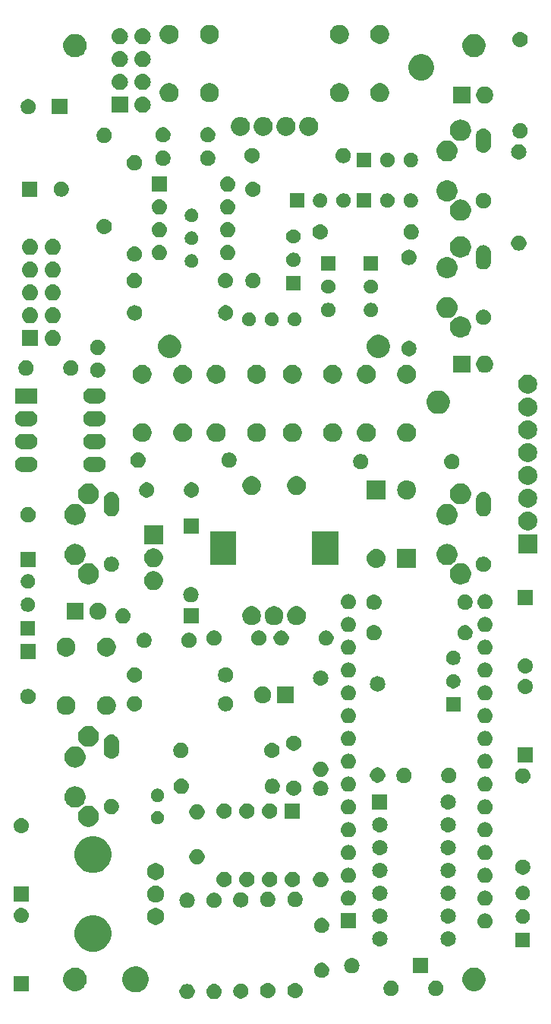
<source format=gbr>
G04 #@! TF.GenerationSoftware,KiCad,Pcbnew,(5.1.2)-1*
G04 #@! TF.CreationDate,2021-04-26T04:40:24-07:00*
G04 #@! TF.ProjectId,Spankulator,5370616e-6b75-46c6-9174-6f722e6b6963,2.2*
G04 #@! TF.SameCoordinates,Original*
G04 #@! TF.FileFunction,Soldermask,Bot*
G04 #@! TF.FilePolarity,Negative*
%FSLAX46Y46*%
G04 Gerber Fmt 4.6, Leading zero omitted, Abs format (unit mm)*
G04 Created by KiCad (PCBNEW (5.1.2)-1) date 2021-04-26 04:40:24*
%MOMM*%
%LPD*%
G04 APERTURE LIST*
%ADD10C,0.100000*%
G04 APERTURE END LIST*
D10*
G36*
X78666823Y-147021313D02*
G01*
X78827242Y-147069976D01*
X78956349Y-147138985D01*
X78975078Y-147148996D01*
X79104659Y-147255341D01*
X79211004Y-147384922D01*
X79211005Y-147384924D01*
X79290024Y-147532758D01*
X79338687Y-147693177D01*
X79355117Y-147860000D01*
X79338687Y-148026823D01*
X79290024Y-148187242D01*
X79249477Y-148263100D01*
X79211004Y-148335078D01*
X79104659Y-148464659D01*
X78975078Y-148571004D01*
X78975076Y-148571005D01*
X78827242Y-148650024D01*
X78666823Y-148698687D01*
X78541804Y-148711000D01*
X78458196Y-148711000D01*
X78333177Y-148698687D01*
X78172758Y-148650024D01*
X78024924Y-148571005D01*
X78024922Y-148571004D01*
X77895341Y-148464659D01*
X77788996Y-148335078D01*
X77750523Y-148263100D01*
X77709976Y-148187242D01*
X77661313Y-148026823D01*
X77644883Y-147860000D01*
X77661313Y-147693177D01*
X77709976Y-147532758D01*
X77788995Y-147384924D01*
X77788996Y-147384922D01*
X77895341Y-147255341D01*
X78024922Y-147148996D01*
X78043651Y-147138985D01*
X78172758Y-147069976D01*
X78333177Y-147021313D01*
X78458196Y-147009000D01*
X78541804Y-147009000D01*
X78666823Y-147021313D01*
X78666823Y-147021313D01*
G37*
G36*
X75748228Y-147041703D02*
G01*
X75903100Y-147105853D01*
X76042481Y-147198985D01*
X76161015Y-147317519D01*
X76254147Y-147456900D01*
X76318297Y-147611772D01*
X76351000Y-147776184D01*
X76351000Y-147943816D01*
X76318297Y-148108228D01*
X76254147Y-148263100D01*
X76161015Y-148402481D01*
X76042481Y-148521015D01*
X75903100Y-148614147D01*
X75748228Y-148678297D01*
X75583816Y-148711000D01*
X75416184Y-148711000D01*
X75251772Y-148678297D01*
X75096900Y-148614147D01*
X74957519Y-148521015D01*
X74838985Y-148402481D01*
X74745853Y-148263100D01*
X74681703Y-148108228D01*
X74649000Y-147943816D01*
X74649000Y-147776184D01*
X74681703Y-147611772D01*
X74745853Y-147456900D01*
X74838985Y-147317519D01*
X74957519Y-147198985D01*
X75096900Y-147105853D01*
X75251772Y-147041703D01*
X75416184Y-147009000D01*
X75583816Y-147009000D01*
X75748228Y-147041703D01*
X75748228Y-147041703D01*
G37*
G36*
X81748228Y-146981703D02*
G01*
X81903100Y-147045853D01*
X82042481Y-147138985D01*
X82161015Y-147257519D01*
X82254147Y-147396900D01*
X82318297Y-147551772D01*
X82351000Y-147716184D01*
X82351000Y-147883816D01*
X82318297Y-148048228D01*
X82254147Y-148203100D01*
X82161015Y-148342481D01*
X82042481Y-148461015D01*
X81903100Y-148554147D01*
X81748228Y-148618297D01*
X81583816Y-148651000D01*
X81416184Y-148651000D01*
X81251772Y-148618297D01*
X81096900Y-148554147D01*
X80957519Y-148461015D01*
X80838985Y-148342481D01*
X80745853Y-148203100D01*
X80681703Y-148048228D01*
X80649000Y-147883816D01*
X80649000Y-147716184D01*
X80681703Y-147551772D01*
X80745853Y-147396900D01*
X80838985Y-147257519D01*
X80957519Y-147138985D01*
X81096900Y-147045853D01*
X81251772Y-146981703D01*
X81416184Y-146949000D01*
X81583816Y-146949000D01*
X81748228Y-146981703D01*
X81748228Y-146981703D01*
G37*
G36*
X84666823Y-146921313D02*
G01*
X84827242Y-146969976D01*
X84959906Y-147040886D01*
X84975078Y-147048996D01*
X85104659Y-147155341D01*
X85211004Y-147284922D01*
X85211005Y-147284924D01*
X85290024Y-147432758D01*
X85338687Y-147593177D01*
X85355117Y-147760000D01*
X85338687Y-147926823D01*
X85290024Y-148087242D01*
X85219114Y-148219906D01*
X85211004Y-148235078D01*
X85104659Y-148364659D01*
X84975078Y-148471004D01*
X84975076Y-148471005D01*
X84827242Y-148550024D01*
X84827239Y-148550025D01*
X84813647Y-148554148D01*
X84666823Y-148598687D01*
X84541804Y-148611000D01*
X84458196Y-148611000D01*
X84333177Y-148598687D01*
X84186353Y-148554148D01*
X84172761Y-148550025D01*
X84172758Y-148550024D01*
X84024924Y-148471005D01*
X84024922Y-148471004D01*
X83895341Y-148364659D01*
X83788996Y-148235078D01*
X83780886Y-148219906D01*
X83709976Y-148087242D01*
X83661313Y-147926823D01*
X83644883Y-147760000D01*
X83661313Y-147593177D01*
X83709976Y-147432758D01*
X83788995Y-147284924D01*
X83788996Y-147284922D01*
X83895341Y-147155341D01*
X84024922Y-147048996D01*
X84040094Y-147040886D01*
X84172758Y-146969976D01*
X84333177Y-146921313D01*
X84458196Y-146909000D01*
X84541804Y-146909000D01*
X84666823Y-146921313D01*
X84666823Y-146921313D01*
G37*
G36*
X87716823Y-146921313D02*
G01*
X87877242Y-146969976D01*
X88009906Y-147040886D01*
X88025078Y-147048996D01*
X88154659Y-147155341D01*
X88261004Y-147284922D01*
X88261005Y-147284924D01*
X88340024Y-147432758D01*
X88388687Y-147593177D01*
X88405117Y-147760000D01*
X88388687Y-147926823D01*
X88340024Y-148087242D01*
X88269114Y-148219906D01*
X88261004Y-148235078D01*
X88154659Y-148364659D01*
X88025078Y-148471004D01*
X88025076Y-148471005D01*
X87877242Y-148550024D01*
X87877239Y-148550025D01*
X87863647Y-148554148D01*
X87716823Y-148598687D01*
X87591804Y-148611000D01*
X87508196Y-148611000D01*
X87383177Y-148598687D01*
X87236353Y-148554148D01*
X87222761Y-148550025D01*
X87222758Y-148550024D01*
X87074924Y-148471005D01*
X87074922Y-148471004D01*
X86945341Y-148364659D01*
X86838996Y-148235078D01*
X86830886Y-148219906D01*
X86759976Y-148087242D01*
X86711313Y-147926823D01*
X86694883Y-147760000D01*
X86711313Y-147593177D01*
X86759976Y-147432758D01*
X86838995Y-147284924D01*
X86838996Y-147284922D01*
X86945341Y-147155341D01*
X87074922Y-147048996D01*
X87090094Y-147040886D01*
X87222758Y-146969976D01*
X87383177Y-146921313D01*
X87508196Y-146909000D01*
X87591804Y-146909000D01*
X87716823Y-146921313D01*
X87716823Y-146921313D01*
G37*
G36*
X103498228Y-146681703D02*
G01*
X103653100Y-146745853D01*
X103792481Y-146838985D01*
X103911015Y-146957519D01*
X104004147Y-147096900D01*
X104068297Y-147251772D01*
X104101000Y-147416184D01*
X104101000Y-147583816D01*
X104068297Y-147748228D01*
X104004147Y-147903100D01*
X103911015Y-148042481D01*
X103792481Y-148161015D01*
X103653100Y-148254147D01*
X103498228Y-148318297D01*
X103333816Y-148351000D01*
X103166184Y-148351000D01*
X103001772Y-148318297D01*
X102846900Y-148254147D01*
X102707519Y-148161015D01*
X102588985Y-148042481D01*
X102495853Y-147903100D01*
X102431703Y-147748228D01*
X102399000Y-147583816D01*
X102399000Y-147416184D01*
X102431703Y-147251772D01*
X102495853Y-147096900D01*
X102588985Y-146957519D01*
X102707519Y-146838985D01*
X102846900Y-146745853D01*
X103001772Y-146681703D01*
X103166184Y-146649000D01*
X103333816Y-146649000D01*
X103498228Y-146681703D01*
X103498228Y-146681703D01*
G37*
G36*
X98498228Y-146681703D02*
G01*
X98653100Y-146745853D01*
X98792481Y-146838985D01*
X98911015Y-146957519D01*
X99004147Y-147096900D01*
X99068297Y-147251772D01*
X99101000Y-147416184D01*
X99101000Y-147583816D01*
X99068297Y-147748228D01*
X99004147Y-147903100D01*
X98911015Y-148042481D01*
X98792481Y-148161015D01*
X98653100Y-148254147D01*
X98498228Y-148318297D01*
X98333816Y-148351000D01*
X98166184Y-148351000D01*
X98001772Y-148318297D01*
X97846900Y-148254147D01*
X97707519Y-148161015D01*
X97588985Y-148042481D01*
X97495853Y-147903100D01*
X97431703Y-147748228D01*
X97399000Y-147583816D01*
X97399000Y-147416184D01*
X97431703Y-147251772D01*
X97495853Y-147096900D01*
X97588985Y-146957519D01*
X97707519Y-146838985D01*
X97846900Y-146745853D01*
X98001772Y-146681703D01*
X98166184Y-146649000D01*
X98333816Y-146649000D01*
X98498228Y-146681703D01*
X98498228Y-146681703D01*
G37*
G36*
X70173241Y-145104760D02*
G01*
X70437305Y-145214139D01*
X70674958Y-145372934D01*
X70877066Y-145575042D01*
X71035861Y-145812695D01*
X71145240Y-146076759D01*
X71201000Y-146357088D01*
X71201000Y-146642912D01*
X71145240Y-146923241D01*
X71035861Y-147187305D01*
X70877066Y-147424958D01*
X70674958Y-147627066D01*
X70437305Y-147785861D01*
X70173241Y-147895240D01*
X69892912Y-147951000D01*
X69607088Y-147951000D01*
X69326759Y-147895240D01*
X69062695Y-147785861D01*
X68825042Y-147627066D01*
X68622934Y-147424958D01*
X68464139Y-147187305D01*
X68354760Y-146923241D01*
X68299000Y-146642912D01*
X68299000Y-146357088D01*
X68354760Y-146076759D01*
X68464139Y-145812695D01*
X68622934Y-145575042D01*
X68825042Y-145372934D01*
X69062695Y-145214139D01*
X69326759Y-145104760D01*
X69607088Y-145049000D01*
X69892912Y-145049000D01*
X70173241Y-145104760D01*
X70173241Y-145104760D01*
G37*
G36*
X57851000Y-147851000D02*
G01*
X56149000Y-147851000D01*
X56149000Y-146149000D01*
X57851000Y-146149000D01*
X57851000Y-147851000D01*
X57851000Y-147851000D01*
G37*
G36*
X63379487Y-145248996D02*
G01*
X63616253Y-145347068D01*
X63616255Y-145347069D01*
X63829339Y-145489447D01*
X64010553Y-145670661D01*
X64062382Y-145748228D01*
X64152932Y-145883747D01*
X64251004Y-146120513D01*
X64301000Y-146371861D01*
X64301000Y-146628139D01*
X64251004Y-146879487D01*
X64160948Y-147096900D01*
X64152931Y-147116255D01*
X64010553Y-147329339D01*
X63829339Y-147510553D01*
X63616255Y-147652931D01*
X63616254Y-147652932D01*
X63616253Y-147652932D01*
X63379487Y-147751004D01*
X63128139Y-147801000D01*
X62871861Y-147801000D01*
X62620513Y-147751004D01*
X62383747Y-147652932D01*
X62383746Y-147652932D01*
X62383745Y-147652931D01*
X62170661Y-147510553D01*
X61989447Y-147329339D01*
X61847069Y-147116255D01*
X61839052Y-147096900D01*
X61748996Y-146879487D01*
X61699000Y-146628139D01*
X61699000Y-146371861D01*
X61748996Y-146120513D01*
X61847068Y-145883747D01*
X61937619Y-145748228D01*
X61989447Y-145670661D01*
X62170661Y-145489447D01*
X62383745Y-145347069D01*
X62383747Y-145347068D01*
X62620513Y-145248996D01*
X62871861Y-145199000D01*
X63128139Y-145199000D01*
X63379487Y-145248996D01*
X63379487Y-145248996D01*
G37*
G36*
X107879487Y-145248996D02*
G01*
X108116253Y-145347068D01*
X108116255Y-145347069D01*
X108329339Y-145489447D01*
X108510553Y-145670661D01*
X108562382Y-145748228D01*
X108652932Y-145883747D01*
X108751004Y-146120513D01*
X108801000Y-146371861D01*
X108801000Y-146628139D01*
X108751004Y-146879487D01*
X108660948Y-147096900D01*
X108652931Y-147116255D01*
X108510553Y-147329339D01*
X108329339Y-147510553D01*
X108116255Y-147652931D01*
X108116254Y-147652932D01*
X108116253Y-147652932D01*
X107879487Y-147751004D01*
X107628139Y-147801000D01*
X107371861Y-147801000D01*
X107120513Y-147751004D01*
X106883747Y-147652932D01*
X106883746Y-147652932D01*
X106883745Y-147652931D01*
X106670661Y-147510553D01*
X106489447Y-147329339D01*
X106347069Y-147116255D01*
X106339052Y-147096900D01*
X106248996Y-146879487D01*
X106199000Y-146628139D01*
X106199000Y-146371861D01*
X106248996Y-146120513D01*
X106347068Y-145883747D01*
X106437619Y-145748228D01*
X106489447Y-145670661D01*
X106670661Y-145489447D01*
X106883745Y-145347069D01*
X106883747Y-145347068D01*
X107120513Y-145248996D01*
X107371861Y-145199000D01*
X107628139Y-145199000D01*
X107879487Y-145248996D01*
X107879487Y-145248996D01*
G37*
G36*
X90748228Y-144681703D02*
G01*
X90903100Y-144745853D01*
X91042481Y-144838985D01*
X91161015Y-144957519D01*
X91254147Y-145096900D01*
X91318297Y-145251772D01*
X91351000Y-145416184D01*
X91351000Y-145583816D01*
X91318297Y-145748228D01*
X91254147Y-145903100D01*
X91161015Y-146042481D01*
X91042481Y-146161015D01*
X90903100Y-146254147D01*
X90748228Y-146318297D01*
X90583816Y-146351000D01*
X90416184Y-146351000D01*
X90251772Y-146318297D01*
X90096900Y-146254147D01*
X89957519Y-146161015D01*
X89838985Y-146042481D01*
X89745853Y-145903100D01*
X89681703Y-145748228D01*
X89649000Y-145583816D01*
X89649000Y-145416184D01*
X89681703Y-145251772D01*
X89745853Y-145096900D01*
X89838985Y-144957519D01*
X89957519Y-144838985D01*
X90096900Y-144745853D01*
X90251772Y-144681703D01*
X90416184Y-144649000D01*
X90583816Y-144649000D01*
X90748228Y-144681703D01*
X90748228Y-144681703D01*
G37*
G36*
X94046823Y-144136313D02*
G01*
X94207242Y-144184976D01*
X94339906Y-144255886D01*
X94355078Y-144263996D01*
X94484659Y-144370341D01*
X94591004Y-144499922D01*
X94591005Y-144499924D01*
X94670024Y-144647758D01*
X94718687Y-144808177D01*
X94735117Y-144975000D01*
X94718687Y-145141823D01*
X94670024Y-145302242D01*
X94609121Y-145416184D01*
X94591004Y-145450078D01*
X94484659Y-145579659D01*
X94355078Y-145686004D01*
X94355076Y-145686005D01*
X94207242Y-145765024D01*
X94046823Y-145813687D01*
X93921804Y-145826000D01*
X93838196Y-145826000D01*
X93713177Y-145813687D01*
X93552758Y-145765024D01*
X93404924Y-145686005D01*
X93404922Y-145686004D01*
X93275341Y-145579659D01*
X93168996Y-145450078D01*
X93150879Y-145416184D01*
X93089976Y-145302242D01*
X93041313Y-145141823D01*
X93024883Y-144975000D01*
X93041313Y-144808177D01*
X93089976Y-144647758D01*
X93168995Y-144499924D01*
X93168996Y-144499922D01*
X93275341Y-144370341D01*
X93404922Y-144263996D01*
X93420094Y-144255886D01*
X93552758Y-144184976D01*
X93713177Y-144136313D01*
X93838196Y-144124000D01*
X93921804Y-144124000D01*
X94046823Y-144136313D01*
X94046823Y-144136313D01*
G37*
G36*
X102351000Y-145826000D02*
G01*
X100649000Y-145826000D01*
X100649000Y-144124000D01*
X102351000Y-144124000D01*
X102351000Y-145826000D01*
X102351000Y-145826000D01*
G37*
G36*
X65598254Y-139427818D02*
G01*
X65971511Y-139582426D01*
X65971513Y-139582427D01*
X66307436Y-139806884D01*
X66593116Y-140092564D01*
X66808196Y-140414453D01*
X66817574Y-140428489D01*
X66972182Y-140801746D01*
X67051000Y-141197993D01*
X67051000Y-141602007D01*
X66972182Y-141998254D01*
X66840054Y-142317239D01*
X66817573Y-142371513D01*
X66593116Y-142707436D01*
X66307436Y-142993116D01*
X65971513Y-143217573D01*
X65971512Y-143217574D01*
X65971511Y-143217574D01*
X65598254Y-143372182D01*
X65202007Y-143451000D01*
X64797993Y-143451000D01*
X64401746Y-143372182D01*
X64028489Y-143217574D01*
X64028488Y-143217574D01*
X64028487Y-143217573D01*
X63692564Y-142993116D01*
X63406884Y-142707436D01*
X63182427Y-142371513D01*
X63159946Y-142317239D01*
X63027818Y-141998254D01*
X62949000Y-141602007D01*
X62949000Y-141197993D01*
X63027818Y-140801746D01*
X63182426Y-140428489D01*
X63191805Y-140414453D01*
X63406884Y-140092564D01*
X63692564Y-139806884D01*
X64028487Y-139582427D01*
X64028489Y-139582426D01*
X64401746Y-139427818D01*
X64797993Y-139349000D01*
X65202007Y-139349000D01*
X65598254Y-139427818D01*
X65598254Y-139427818D01*
G37*
G36*
X113751000Y-142901000D02*
G01*
X112149000Y-142901000D01*
X112149000Y-141299000D01*
X113751000Y-141299000D01*
X113751000Y-142901000D01*
X113751000Y-142901000D01*
G37*
G36*
X97166823Y-141151313D02*
G01*
X97297380Y-141190917D01*
X97320709Y-141197994D01*
X97327242Y-141199976D01*
X97459906Y-141270886D01*
X97475078Y-141278996D01*
X97604659Y-141385341D01*
X97711004Y-141514922D01*
X97711005Y-141514924D01*
X97790024Y-141662758D01*
X97838687Y-141823177D01*
X97855117Y-141990000D01*
X97838687Y-142156823D01*
X97790024Y-142317242D01*
X97719114Y-142449906D01*
X97711004Y-142465078D01*
X97604659Y-142594659D01*
X97475078Y-142701004D01*
X97475076Y-142701005D01*
X97327242Y-142780024D01*
X97166823Y-142828687D01*
X97041804Y-142841000D01*
X96958196Y-142841000D01*
X96833177Y-142828687D01*
X96672758Y-142780024D01*
X96524924Y-142701005D01*
X96524922Y-142701004D01*
X96395341Y-142594659D01*
X96288996Y-142465078D01*
X96280886Y-142449906D01*
X96209976Y-142317242D01*
X96161313Y-142156823D01*
X96144883Y-141990000D01*
X96161313Y-141823177D01*
X96209976Y-141662758D01*
X96288995Y-141514924D01*
X96288996Y-141514922D01*
X96395341Y-141385341D01*
X96524922Y-141278996D01*
X96540094Y-141270886D01*
X96672758Y-141199976D01*
X96679292Y-141197994D01*
X96702620Y-141190917D01*
X96833177Y-141151313D01*
X96958196Y-141139000D01*
X97041804Y-141139000D01*
X97166823Y-141151313D01*
X97166823Y-141151313D01*
G37*
G36*
X104786823Y-141151313D02*
G01*
X104917380Y-141190917D01*
X104940709Y-141197994D01*
X104947242Y-141199976D01*
X105079906Y-141270886D01*
X105095078Y-141278996D01*
X105224659Y-141385341D01*
X105331004Y-141514922D01*
X105331005Y-141514924D01*
X105410024Y-141662758D01*
X105458687Y-141823177D01*
X105475117Y-141990000D01*
X105458687Y-142156823D01*
X105410024Y-142317242D01*
X105339114Y-142449906D01*
X105331004Y-142465078D01*
X105224659Y-142594659D01*
X105095078Y-142701004D01*
X105095076Y-142701005D01*
X104947242Y-142780024D01*
X104786823Y-142828687D01*
X104661804Y-142841000D01*
X104578196Y-142841000D01*
X104453177Y-142828687D01*
X104292758Y-142780024D01*
X104144924Y-142701005D01*
X104144922Y-142701004D01*
X104015341Y-142594659D01*
X103908996Y-142465078D01*
X103900886Y-142449906D01*
X103829976Y-142317242D01*
X103781313Y-142156823D01*
X103764883Y-141990000D01*
X103781313Y-141823177D01*
X103829976Y-141662758D01*
X103908995Y-141514924D01*
X103908996Y-141514922D01*
X104015341Y-141385341D01*
X104144922Y-141278996D01*
X104160094Y-141270886D01*
X104292758Y-141199976D01*
X104299292Y-141197994D01*
X104322620Y-141190917D01*
X104453177Y-141151313D01*
X104578196Y-141139000D01*
X104661804Y-141139000D01*
X104786823Y-141151313D01*
X104786823Y-141151313D01*
G37*
G36*
X90748228Y-139681703D02*
G01*
X90903100Y-139745853D01*
X91042481Y-139838985D01*
X91161015Y-139957519D01*
X91254147Y-140096900D01*
X91318297Y-140251772D01*
X91351000Y-140416184D01*
X91351000Y-140583816D01*
X91318297Y-140748228D01*
X91254147Y-140903100D01*
X91161015Y-141042481D01*
X91042481Y-141161015D01*
X90903100Y-141254147D01*
X90748228Y-141318297D01*
X90583816Y-141351000D01*
X90416184Y-141351000D01*
X90251772Y-141318297D01*
X90096900Y-141254147D01*
X89957519Y-141161015D01*
X89838985Y-141042481D01*
X89745853Y-140903100D01*
X89681703Y-140748228D01*
X89649000Y-140583816D01*
X89649000Y-140416184D01*
X89681703Y-140251772D01*
X89745853Y-140096900D01*
X89838985Y-139957519D01*
X89957519Y-139838985D01*
X90096900Y-139745853D01*
X90251772Y-139681703D01*
X90416184Y-139649000D01*
X90583816Y-139649000D01*
X90748228Y-139681703D01*
X90748228Y-139681703D01*
G37*
G36*
X108906823Y-139161313D02*
G01*
X109067242Y-139209976D01*
X109172723Y-139266357D01*
X109215078Y-139288996D01*
X109344659Y-139395341D01*
X109451004Y-139524922D01*
X109451005Y-139524924D01*
X109530024Y-139672758D01*
X109530025Y-139672761D01*
X109532738Y-139681705D01*
X109578687Y-139833177D01*
X109595117Y-140000000D01*
X109578687Y-140166823D01*
X109556481Y-140240025D01*
X109537985Y-140301000D01*
X109530024Y-140327242D01*
X109483408Y-140414454D01*
X109451004Y-140475078D01*
X109344659Y-140604659D01*
X109215078Y-140711004D01*
X109215076Y-140711005D01*
X109067242Y-140790024D01*
X108906823Y-140838687D01*
X108781804Y-140851000D01*
X108698196Y-140851000D01*
X108573177Y-140838687D01*
X108412758Y-140790024D01*
X108264924Y-140711005D01*
X108264922Y-140711004D01*
X108135341Y-140604659D01*
X108028996Y-140475078D01*
X107996592Y-140414454D01*
X107949976Y-140327242D01*
X107942016Y-140301000D01*
X107923519Y-140240025D01*
X107901313Y-140166823D01*
X107884883Y-140000000D01*
X107901313Y-139833177D01*
X107947262Y-139681705D01*
X107949975Y-139672761D01*
X107949976Y-139672758D01*
X108028995Y-139524924D01*
X108028996Y-139524922D01*
X108135341Y-139395341D01*
X108264922Y-139288996D01*
X108307277Y-139266357D01*
X108412758Y-139209976D01*
X108573177Y-139161313D01*
X108698196Y-139149000D01*
X108781804Y-139149000D01*
X108906823Y-139161313D01*
X108906823Y-139161313D01*
G37*
G36*
X94351000Y-140851000D02*
G01*
X92649000Y-140851000D01*
X92649000Y-139149000D01*
X94351000Y-139149000D01*
X94351000Y-140851000D01*
X94351000Y-140851000D01*
G37*
G36*
X72277395Y-138585546D02*
G01*
X72450466Y-138657234D01*
X72468069Y-138668996D01*
X72606227Y-138761310D01*
X72738690Y-138893773D01*
X72738691Y-138893775D01*
X72842766Y-139049534D01*
X72914454Y-139222605D01*
X72951000Y-139406333D01*
X72951000Y-139593667D01*
X72914454Y-139777395D01*
X72842766Y-139950466D01*
X72819919Y-139984659D01*
X72738690Y-140106227D01*
X72606227Y-140238690D01*
X72586648Y-140251772D01*
X72450466Y-140342766D01*
X72277395Y-140414454D01*
X72093667Y-140451000D01*
X71906333Y-140451000D01*
X71722605Y-140414454D01*
X71549534Y-140342766D01*
X71413352Y-140251772D01*
X71393773Y-140238690D01*
X71261310Y-140106227D01*
X71180081Y-139984659D01*
X71157234Y-139950466D01*
X71085546Y-139777395D01*
X71049000Y-139593667D01*
X71049000Y-139406333D01*
X71085546Y-139222605D01*
X71157234Y-139049534D01*
X71261309Y-138893775D01*
X71261310Y-138893773D01*
X71393773Y-138761310D01*
X71531931Y-138668996D01*
X71549534Y-138657234D01*
X71722605Y-138585546D01*
X71906333Y-138549000D01*
X72093667Y-138549000D01*
X72277395Y-138585546D01*
X72277395Y-138585546D01*
G37*
G36*
X104786823Y-138611313D02*
G01*
X104947242Y-138659976D01*
X105077838Y-138729781D01*
X105095078Y-138738996D01*
X105224659Y-138845341D01*
X105331004Y-138974922D01*
X105331005Y-138974924D01*
X105410024Y-139122758D01*
X105410025Y-139122761D01*
X105419083Y-139152620D01*
X105458687Y-139283177D01*
X105475117Y-139450000D01*
X105458687Y-139616823D01*
X105410024Y-139777242D01*
X105355412Y-139879414D01*
X105331004Y-139925078D01*
X105224659Y-140054659D01*
X105095078Y-140161004D01*
X105095076Y-140161005D01*
X104947242Y-140240024D01*
X104786823Y-140288687D01*
X104661804Y-140301000D01*
X104578196Y-140301000D01*
X104453177Y-140288687D01*
X104292758Y-140240024D01*
X104144924Y-140161005D01*
X104144922Y-140161004D01*
X104015341Y-140054659D01*
X103908996Y-139925078D01*
X103884588Y-139879414D01*
X103829976Y-139777242D01*
X103781313Y-139616823D01*
X103764883Y-139450000D01*
X103781313Y-139283177D01*
X103820917Y-139152620D01*
X103829975Y-139122761D01*
X103829976Y-139122758D01*
X103908995Y-138974924D01*
X103908996Y-138974922D01*
X104015341Y-138845341D01*
X104144922Y-138738996D01*
X104162162Y-138729781D01*
X104292758Y-138659976D01*
X104453177Y-138611313D01*
X104578196Y-138599000D01*
X104661804Y-138599000D01*
X104786823Y-138611313D01*
X104786823Y-138611313D01*
G37*
G36*
X113183642Y-138729781D02*
G01*
X113329414Y-138790162D01*
X113329416Y-138790163D01*
X113460608Y-138877822D01*
X113572178Y-138989392D01*
X113612363Y-139049534D01*
X113659838Y-139120586D01*
X113720219Y-139266358D01*
X113751000Y-139421107D01*
X113751000Y-139578893D01*
X113720219Y-139733642D01*
X113702095Y-139777396D01*
X113659837Y-139879416D01*
X113572178Y-140010608D01*
X113460608Y-140122178D01*
X113329416Y-140209837D01*
X113329415Y-140209838D01*
X113329414Y-140209838D01*
X113183642Y-140270219D01*
X113028893Y-140301000D01*
X112871107Y-140301000D01*
X112716358Y-140270219D01*
X112570586Y-140209838D01*
X112570585Y-140209838D01*
X112570584Y-140209837D01*
X112439392Y-140122178D01*
X112327822Y-140010608D01*
X112240163Y-139879416D01*
X112197905Y-139777396D01*
X112179781Y-139733642D01*
X112149000Y-139578893D01*
X112149000Y-139421107D01*
X112179781Y-139266358D01*
X112240162Y-139120586D01*
X112287637Y-139049534D01*
X112327822Y-138989392D01*
X112439392Y-138877822D01*
X112570584Y-138790163D01*
X112570586Y-138790162D01*
X112716358Y-138729781D01*
X112871107Y-138699000D01*
X113028893Y-138699000D01*
X113183642Y-138729781D01*
X113183642Y-138729781D01*
G37*
G36*
X97166823Y-138611313D02*
G01*
X97327242Y-138659976D01*
X97457838Y-138729781D01*
X97475078Y-138738996D01*
X97604659Y-138845341D01*
X97711004Y-138974922D01*
X97711005Y-138974924D01*
X97790024Y-139122758D01*
X97790025Y-139122761D01*
X97799083Y-139152620D01*
X97838687Y-139283177D01*
X97855117Y-139450000D01*
X97838687Y-139616823D01*
X97790024Y-139777242D01*
X97735412Y-139879414D01*
X97711004Y-139925078D01*
X97604659Y-140054659D01*
X97475078Y-140161004D01*
X97475076Y-140161005D01*
X97327242Y-140240024D01*
X97166823Y-140288687D01*
X97041804Y-140301000D01*
X96958196Y-140301000D01*
X96833177Y-140288687D01*
X96672758Y-140240024D01*
X96524924Y-140161005D01*
X96524922Y-140161004D01*
X96395341Y-140054659D01*
X96288996Y-139925078D01*
X96264588Y-139879414D01*
X96209976Y-139777242D01*
X96161313Y-139616823D01*
X96144883Y-139450000D01*
X96161313Y-139283177D01*
X96200917Y-139152620D01*
X96209975Y-139122761D01*
X96209976Y-139122758D01*
X96288995Y-138974924D01*
X96288996Y-138974922D01*
X96395341Y-138845341D01*
X96524922Y-138738996D01*
X96542162Y-138729781D01*
X96672758Y-138659976D01*
X96833177Y-138611313D01*
X96958196Y-138599000D01*
X97041804Y-138599000D01*
X97166823Y-138611313D01*
X97166823Y-138611313D01*
G37*
G36*
X57166823Y-138541313D02*
G01*
X57297380Y-138580917D01*
X57312639Y-138585546D01*
X57327242Y-138589976D01*
X57453073Y-138657234D01*
X57475078Y-138668996D01*
X57604659Y-138775341D01*
X57711004Y-138904922D01*
X57711005Y-138904924D01*
X57790024Y-139052758D01*
X57838687Y-139213177D01*
X57855117Y-139380000D01*
X57838687Y-139546823D01*
X57790024Y-139707242D01*
X57769386Y-139745853D01*
X57711004Y-139855078D01*
X57604659Y-139984659D01*
X57475078Y-140091004D01*
X57475076Y-140091005D01*
X57327242Y-140170024D01*
X57166823Y-140218687D01*
X57041804Y-140231000D01*
X56958196Y-140231000D01*
X56833177Y-140218687D01*
X56672758Y-140170024D01*
X56524924Y-140091005D01*
X56524922Y-140091004D01*
X56395341Y-139984659D01*
X56288996Y-139855078D01*
X56230614Y-139745853D01*
X56209976Y-139707242D01*
X56161313Y-139546823D01*
X56144883Y-139380000D01*
X56161313Y-139213177D01*
X56209976Y-139052758D01*
X56288995Y-138904924D01*
X56288996Y-138904922D01*
X56395341Y-138775341D01*
X56524922Y-138668996D01*
X56546927Y-138657234D01*
X56672758Y-138589976D01*
X56687362Y-138585546D01*
X56702620Y-138580917D01*
X56833177Y-138541313D01*
X56958196Y-138529000D01*
X57041804Y-138529000D01*
X57166823Y-138541313D01*
X57166823Y-138541313D01*
G37*
G36*
X78748228Y-136881703D02*
G01*
X78903100Y-136945853D01*
X79042481Y-137038985D01*
X79161015Y-137157519D01*
X79254147Y-137296900D01*
X79318297Y-137451772D01*
X79351000Y-137616184D01*
X79351000Y-137783816D01*
X79318297Y-137948228D01*
X79254147Y-138103100D01*
X79161015Y-138242481D01*
X79042481Y-138361015D01*
X78903100Y-138454147D01*
X78748228Y-138518297D01*
X78583816Y-138551000D01*
X78416184Y-138551000D01*
X78251772Y-138518297D01*
X78096900Y-138454147D01*
X77957519Y-138361015D01*
X77838985Y-138242481D01*
X77745853Y-138103100D01*
X77681703Y-137948228D01*
X77649000Y-137783816D01*
X77649000Y-137616184D01*
X77681703Y-137451772D01*
X77745853Y-137296900D01*
X77838985Y-137157519D01*
X77957519Y-137038985D01*
X78096900Y-136945853D01*
X78251772Y-136881703D01*
X78416184Y-136849000D01*
X78583816Y-136849000D01*
X78748228Y-136881703D01*
X78748228Y-136881703D01*
G37*
G36*
X75666823Y-136861313D02*
G01*
X75797380Y-136900917D01*
X75815240Y-136906335D01*
X75827242Y-136909976D01*
X75959906Y-136980886D01*
X75975078Y-136988996D01*
X76104659Y-137095341D01*
X76211004Y-137224922D01*
X76211005Y-137224924D01*
X76290024Y-137372758D01*
X76338687Y-137533177D01*
X76355117Y-137700000D01*
X76338687Y-137866823D01*
X76290024Y-138027242D01*
X76228428Y-138142480D01*
X76211004Y-138175078D01*
X76104659Y-138304659D01*
X75975078Y-138411004D01*
X75975076Y-138411005D01*
X75827242Y-138490024D01*
X75666823Y-138538687D01*
X75541804Y-138551000D01*
X75458196Y-138551000D01*
X75333177Y-138538687D01*
X75172758Y-138490024D01*
X75024924Y-138411005D01*
X75024922Y-138411004D01*
X74895341Y-138304659D01*
X74788996Y-138175078D01*
X74771572Y-138142480D01*
X74709976Y-138027242D01*
X74661313Y-137866823D01*
X74644883Y-137700000D01*
X74661313Y-137533177D01*
X74709976Y-137372758D01*
X74788995Y-137224924D01*
X74788996Y-137224922D01*
X74895341Y-137095341D01*
X75024922Y-136988996D01*
X75040094Y-136980886D01*
X75172758Y-136909976D01*
X75184761Y-136906335D01*
X75202620Y-136900917D01*
X75333177Y-136861313D01*
X75458196Y-136849000D01*
X75541804Y-136849000D01*
X75666823Y-136861313D01*
X75666823Y-136861313D01*
G37*
G36*
X81666823Y-136801313D02*
G01*
X81797380Y-136840917D01*
X81813651Y-136845853D01*
X81827242Y-136849976D01*
X81932678Y-136906333D01*
X81975078Y-136928996D01*
X82104659Y-137035341D01*
X82211004Y-137164922D01*
X82211005Y-137164924D01*
X82290024Y-137312758D01*
X82338687Y-137473177D01*
X82355117Y-137640000D01*
X82338687Y-137806823D01*
X82290024Y-137967242D01*
X82270859Y-138003097D01*
X82211004Y-138115078D01*
X82104659Y-138244659D01*
X81975078Y-138351004D01*
X81975076Y-138351005D01*
X81827242Y-138430024D01*
X81666823Y-138478687D01*
X81541804Y-138491000D01*
X81458196Y-138491000D01*
X81333177Y-138478687D01*
X81172758Y-138430024D01*
X81024924Y-138351005D01*
X81024922Y-138351004D01*
X80895341Y-138244659D01*
X80788996Y-138115078D01*
X80729141Y-138003097D01*
X80709976Y-137967242D01*
X80661313Y-137806823D01*
X80644883Y-137640000D01*
X80661313Y-137473177D01*
X80709976Y-137312758D01*
X80788995Y-137164924D01*
X80788996Y-137164922D01*
X80895341Y-137035341D01*
X81024922Y-136928996D01*
X81067322Y-136906333D01*
X81172758Y-136849976D01*
X81186350Y-136845853D01*
X81202620Y-136840917D01*
X81333177Y-136801313D01*
X81458196Y-136789000D01*
X81541804Y-136789000D01*
X81666823Y-136801313D01*
X81666823Y-136801313D01*
G37*
G36*
X87798228Y-136781703D02*
G01*
X87953100Y-136845853D01*
X88092481Y-136938985D01*
X88211015Y-137057519D01*
X88304147Y-137196900D01*
X88368297Y-137351772D01*
X88401000Y-137516184D01*
X88401000Y-137683816D01*
X88368297Y-137848228D01*
X88304147Y-138003100D01*
X88211015Y-138142481D01*
X88092481Y-138261015D01*
X87953100Y-138354147D01*
X87798228Y-138418297D01*
X87633816Y-138451000D01*
X87466184Y-138451000D01*
X87301772Y-138418297D01*
X87146900Y-138354147D01*
X87007519Y-138261015D01*
X86888985Y-138142481D01*
X86795853Y-138003100D01*
X86731703Y-137848228D01*
X86699000Y-137683816D01*
X86699000Y-137516184D01*
X86731703Y-137351772D01*
X86795853Y-137196900D01*
X86888985Y-137057519D01*
X87007519Y-136938985D01*
X87146900Y-136845853D01*
X87301772Y-136781703D01*
X87466184Y-136749000D01*
X87633816Y-136749000D01*
X87798228Y-136781703D01*
X87798228Y-136781703D01*
G37*
G36*
X84748228Y-136781703D02*
G01*
X84903100Y-136845853D01*
X85042481Y-136938985D01*
X85161015Y-137057519D01*
X85254147Y-137196900D01*
X85318297Y-137351772D01*
X85351000Y-137516184D01*
X85351000Y-137683816D01*
X85318297Y-137848228D01*
X85254147Y-138003100D01*
X85161015Y-138142481D01*
X85042481Y-138261015D01*
X84903100Y-138354147D01*
X84748228Y-138418297D01*
X84583816Y-138451000D01*
X84416184Y-138451000D01*
X84251772Y-138418297D01*
X84096900Y-138354147D01*
X83957519Y-138261015D01*
X83838985Y-138142481D01*
X83745853Y-138003100D01*
X83681703Y-137848228D01*
X83649000Y-137683816D01*
X83649000Y-137516184D01*
X83681703Y-137351772D01*
X83745853Y-137196900D01*
X83838985Y-137057519D01*
X83957519Y-136938985D01*
X84096900Y-136845853D01*
X84251772Y-136781703D01*
X84416184Y-136749000D01*
X84583816Y-136749000D01*
X84748228Y-136781703D01*
X84748228Y-136781703D01*
G37*
G36*
X93666823Y-136621313D02*
G01*
X93827242Y-136669976D01*
X93925702Y-136722604D01*
X93975078Y-136748996D01*
X94104659Y-136855341D01*
X94211004Y-136984922D01*
X94211005Y-136984924D01*
X94290024Y-137132758D01*
X94290025Y-137132761D01*
X94297535Y-137157519D01*
X94338687Y-137293177D01*
X94355117Y-137460000D01*
X94338687Y-137626823D01*
X94316481Y-137700025D01*
X94297985Y-137761000D01*
X94290024Y-137787242D01*
X94247487Y-137866823D01*
X94211004Y-137935078D01*
X94104659Y-138064659D01*
X93975078Y-138171004D01*
X93975076Y-138171005D01*
X93827242Y-138250024D01*
X93666823Y-138298687D01*
X93541804Y-138311000D01*
X93458196Y-138311000D01*
X93333177Y-138298687D01*
X93172758Y-138250024D01*
X93024924Y-138171005D01*
X93024922Y-138171004D01*
X92895341Y-138064659D01*
X92788996Y-137935078D01*
X92752513Y-137866823D01*
X92709976Y-137787242D01*
X92702016Y-137761000D01*
X92683519Y-137700025D01*
X92661313Y-137626823D01*
X92644883Y-137460000D01*
X92661313Y-137293177D01*
X92702465Y-137157519D01*
X92709975Y-137132761D01*
X92709976Y-137132758D01*
X92788995Y-136984924D01*
X92788996Y-136984922D01*
X92895341Y-136855341D01*
X93024922Y-136748996D01*
X93074298Y-136722604D01*
X93172758Y-136669976D01*
X93333177Y-136621313D01*
X93458196Y-136609000D01*
X93541804Y-136609000D01*
X93666823Y-136621313D01*
X93666823Y-136621313D01*
G37*
G36*
X108906823Y-136621313D02*
G01*
X109067242Y-136669976D01*
X109165702Y-136722604D01*
X109215078Y-136748996D01*
X109344659Y-136855341D01*
X109451004Y-136984922D01*
X109451005Y-136984924D01*
X109530024Y-137132758D01*
X109530025Y-137132761D01*
X109537535Y-137157519D01*
X109578687Y-137293177D01*
X109595117Y-137460000D01*
X109578687Y-137626823D01*
X109556481Y-137700025D01*
X109537985Y-137761000D01*
X109530024Y-137787242D01*
X109487487Y-137866823D01*
X109451004Y-137935078D01*
X109344659Y-138064659D01*
X109215078Y-138171004D01*
X109215076Y-138171005D01*
X109067242Y-138250024D01*
X108906823Y-138298687D01*
X108781804Y-138311000D01*
X108698196Y-138311000D01*
X108573177Y-138298687D01*
X108412758Y-138250024D01*
X108264924Y-138171005D01*
X108264922Y-138171004D01*
X108135341Y-138064659D01*
X108028996Y-137935078D01*
X107992513Y-137866823D01*
X107949976Y-137787242D01*
X107942016Y-137761000D01*
X107923519Y-137700025D01*
X107901313Y-137626823D01*
X107884883Y-137460000D01*
X107901313Y-137293177D01*
X107942465Y-137157519D01*
X107949975Y-137132761D01*
X107949976Y-137132758D01*
X108028995Y-136984924D01*
X108028996Y-136984922D01*
X108135341Y-136855341D01*
X108264922Y-136748996D01*
X108314298Y-136722604D01*
X108412758Y-136669976D01*
X108573177Y-136621313D01*
X108698196Y-136609000D01*
X108781804Y-136609000D01*
X108906823Y-136621313D01*
X108906823Y-136621313D01*
G37*
G36*
X72277395Y-136085546D02*
G01*
X72450466Y-136157234D01*
X72512966Y-136198995D01*
X72606227Y-136261310D01*
X72738690Y-136393773D01*
X72738691Y-136393775D01*
X72842766Y-136549534D01*
X72914454Y-136722605D01*
X72951000Y-136906333D01*
X72951000Y-137093667D01*
X72914454Y-137277395D01*
X72842766Y-137450466D01*
X72798855Y-137516184D01*
X72738690Y-137606227D01*
X72606227Y-137738690D01*
X72538692Y-137783815D01*
X72450466Y-137842766D01*
X72277395Y-137914454D01*
X72093667Y-137951000D01*
X71906333Y-137951000D01*
X71722605Y-137914454D01*
X71549534Y-137842766D01*
X71461308Y-137783815D01*
X71393773Y-137738690D01*
X71261310Y-137606227D01*
X71201145Y-137516184D01*
X71157234Y-137450466D01*
X71085546Y-137277395D01*
X71049000Y-137093667D01*
X71049000Y-136906333D01*
X71085546Y-136722605D01*
X71157234Y-136549534D01*
X71261309Y-136393775D01*
X71261310Y-136393773D01*
X71393773Y-136261310D01*
X71487034Y-136198995D01*
X71549534Y-136157234D01*
X71722605Y-136085546D01*
X71906333Y-136049000D01*
X72093667Y-136049000D01*
X72277395Y-136085546D01*
X72277395Y-136085546D01*
G37*
G36*
X57851000Y-137851000D02*
G01*
X56149000Y-137851000D01*
X56149000Y-136149000D01*
X57851000Y-136149000D01*
X57851000Y-137851000D01*
X57851000Y-137851000D01*
G37*
G36*
X104786823Y-136071313D02*
G01*
X104947242Y-136119976D01*
X105079906Y-136190886D01*
X105095078Y-136198996D01*
X105224659Y-136305341D01*
X105331004Y-136434922D01*
X105331005Y-136434924D01*
X105410024Y-136582758D01*
X105410025Y-136582761D01*
X105419083Y-136612620D01*
X105458687Y-136743177D01*
X105475117Y-136910000D01*
X105458687Y-137076823D01*
X105410024Y-137237242D01*
X105380127Y-137293175D01*
X105331004Y-137385078D01*
X105224659Y-137514659D01*
X105095078Y-137621004D01*
X105095076Y-137621005D01*
X104947242Y-137700024D01*
X104786823Y-137748687D01*
X104661804Y-137761000D01*
X104578196Y-137761000D01*
X104453177Y-137748687D01*
X104292758Y-137700024D01*
X104144924Y-137621005D01*
X104144922Y-137621004D01*
X104015341Y-137514659D01*
X103908996Y-137385078D01*
X103859873Y-137293175D01*
X103829976Y-137237242D01*
X103781313Y-137076823D01*
X103764883Y-136910000D01*
X103781313Y-136743177D01*
X103820917Y-136612620D01*
X103829975Y-136582761D01*
X103829976Y-136582758D01*
X103908995Y-136434924D01*
X103908996Y-136434922D01*
X104015341Y-136305341D01*
X104144922Y-136198996D01*
X104160094Y-136190886D01*
X104292758Y-136119976D01*
X104453177Y-136071313D01*
X104578196Y-136059000D01*
X104661804Y-136059000D01*
X104786823Y-136071313D01*
X104786823Y-136071313D01*
G37*
G36*
X97166823Y-136071313D02*
G01*
X97327242Y-136119976D01*
X97459906Y-136190886D01*
X97475078Y-136198996D01*
X97604659Y-136305341D01*
X97711004Y-136434922D01*
X97711005Y-136434924D01*
X97790024Y-136582758D01*
X97790025Y-136582761D01*
X97799083Y-136612620D01*
X97838687Y-136743177D01*
X97855117Y-136910000D01*
X97838687Y-137076823D01*
X97790024Y-137237242D01*
X97760127Y-137293175D01*
X97711004Y-137385078D01*
X97604659Y-137514659D01*
X97475078Y-137621004D01*
X97475076Y-137621005D01*
X97327242Y-137700024D01*
X97166823Y-137748687D01*
X97041804Y-137761000D01*
X96958196Y-137761000D01*
X96833177Y-137748687D01*
X96672758Y-137700024D01*
X96524924Y-137621005D01*
X96524922Y-137621004D01*
X96395341Y-137514659D01*
X96288996Y-137385078D01*
X96239873Y-137293175D01*
X96209976Y-137237242D01*
X96161313Y-137076823D01*
X96144883Y-136910000D01*
X96161313Y-136743177D01*
X96200917Y-136612620D01*
X96209975Y-136582761D01*
X96209976Y-136582758D01*
X96288995Y-136434924D01*
X96288996Y-136434922D01*
X96395341Y-136305341D01*
X96524922Y-136198996D01*
X96540094Y-136190886D01*
X96672758Y-136119976D01*
X96833177Y-136071313D01*
X96958196Y-136059000D01*
X97041804Y-136059000D01*
X97166823Y-136071313D01*
X97166823Y-136071313D01*
G37*
G36*
X113183642Y-136129781D02*
G01*
X113329414Y-136190162D01*
X113329416Y-136190163D01*
X113460608Y-136277822D01*
X113572178Y-136389392D01*
X113602601Y-136434924D01*
X113659838Y-136520586D01*
X113720219Y-136666358D01*
X113751000Y-136821107D01*
X113751000Y-136978893D01*
X113720219Y-137133642D01*
X113677306Y-137237242D01*
X113659837Y-137279416D01*
X113572178Y-137410608D01*
X113460608Y-137522178D01*
X113329416Y-137609837D01*
X113329415Y-137609838D01*
X113329414Y-137609838D01*
X113183642Y-137670219D01*
X113028893Y-137701000D01*
X112871107Y-137701000D01*
X112716358Y-137670219D01*
X112570586Y-137609838D01*
X112570585Y-137609838D01*
X112570584Y-137609837D01*
X112439392Y-137522178D01*
X112327822Y-137410608D01*
X112240163Y-137279416D01*
X112222694Y-137237242D01*
X112179781Y-137133642D01*
X112149000Y-136978893D01*
X112149000Y-136821107D01*
X112179781Y-136666358D01*
X112240162Y-136520586D01*
X112297399Y-136434924D01*
X112327822Y-136389392D01*
X112439392Y-136277822D01*
X112570584Y-136190163D01*
X112570586Y-136190162D01*
X112716358Y-136129781D01*
X112871107Y-136099000D01*
X113028893Y-136099000D01*
X113183642Y-136129781D01*
X113183642Y-136129781D01*
G37*
G36*
X90648228Y-134581703D02*
G01*
X90803100Y-134645853D01*
X90942481Y-134738985D01*
X91061015Y-134857519D01*
X91154147Y-134996900D01*
X91218297Y-135151772D01*
X91251000Y-135316184D01*
X91251000Y-135483816D01*
X91218297Y-135648228D01*
X91154147Y-135803100D01*
X91061015Y-135942481D01*
X90942481Y-136061015D01*
X90803100Y-136154147D01*
X90648228Y-136218297D01*
X90483816Y-136251000D01*
X90316184Y-136251000D01*
X90151772Y-136218297D01*
X89996900Y-136154147D01*
X89857519Y-136061015D01*
X89738985Y-135942481D01*
X89645853Y-135803100D01*
X89581703Y-135648228D01*
X89549000Y-135483816D01*
X89549000Y-135316184D01*
X89581703Y-135151772D01*
X89645853Y-134996900D01*
X89738985Y-134857519D01*
X89857519Y-134738985D01*
X89996900Y-134645853D01*
X90151772Y-134581703D01*
X90316184Y-134549000D01*
X90483816Y-134549000D01*
X90648228Y-134581703D01*
X90648228Y-134581703D01*
G37*
G36*
X84876823Y-134531313D02*
G01*
X85037242Y-134579976D01*
X85160487Y-134645852D01*
X85185078Y-134658996D01*
X85314659Y-134765341D01*
X85421004Y-134894922D01*
X85421005Y-134894924D01*
X85500024Y-135042758D01*
X85548687Y-135203177D01*
X85565117Y-135370000D01*
X85548687Y-135536823D01*
X85500024Y-135697242D01*
X85493191Y-135710025D01*
X85421004Y-135845078D01*
X85314659Y-135974659D01*
X85185078Y-136081004D01*
X85185076Y-136081005D01*
X85037242Y-136160024D01*
X84876823Y-136208687D01*
X84751804Y-136221000D01*
X84668196Y-136221000D01*
X84543177Y-136208687D01*
X84382758Y-136160024D01*
X84234924Y-136081005D01*
X84234922Y-136081004D01*
X84105341Y-135974659D01*
X83998996Y-135845078D01*
X83926809Y-135710025D01*
X83919976Y-135697242D01*
X83871313Y-135536823D01*
X83854883Y-135370000D01*
X83871313Y-135203177D01*
X83919976Y-135042758D01*
X83998995Y-134894924D01*
X83998996Y-134894922D01*
X84105341Y-134765341D01*
X84234922Y-134658996D01*
X84259513Y-134645852D01*
X84382758Y-134579976D01*
X84543177Y-134531313D01*
X84668196Y-134519000D01*
X84751804Y-134519000D01*
X84876823Y-134531313D01*
X84876823Y-134531313D01*
G37*
G36*
X82336823Y-134531313D02*
G01*
X82497242Y-134579976D01*
X82620487Y-134645852D01*
X82645078Y-134658996D01*
X82774659Y-134765341D01*
X82881004Y-134894922D01*
X82881005Y-134894924D01*
X82960024Y-135042758D01*
X83008687Y-135203177D01*
X83025117Y-135370000D01*
X83008687Y-135536823D01*
X82960024Y-135697242D01*
X82953191Y-135710025D01*
X82881004Y-135845078D01*
X82774659Y-135974659D01*
X82645078Y-136081004D01*
X82645076Y-136081005D01*
X82497242Y-136160024D01*
X82336823Y-136208687D01*
X82211804Y-136221000D01*
X82128196Y-136221000D01*
X82003177Y-136208687D01*
X81842758Y-136160024D01*
X81694924Y-136081005D01*
X81694922Y-136081004D01*
X81565341Y-135974659D01*
X81458996Y-135845078D01*
X81386809Y-135710025D01*
X81379976Y-135697242D01*
X81331313Y-135536823D01*
X81314883Y-135370000D01*
X81331313Y-135203177D01*
X81379976Y-135042758D01*
X81458995Y-134894924D01*
X81458996Y-134894922D01*
X81565341Y-134765341D01*
X81694922Y-134658996D01*
X81719513Y-134645852D01*
X81842758Y-134579976D01*
X82003177Y-134531313D01*
X82128196Y-134519000D01*
X82211804Y-134519000D01*
X82336823Y-134531313D01*
X82336823Y-134531313D01*
G37*
G36*
X79796823Y-134531313D02*
G01*
X79957242Y-134579976D01*
X80080487Y-134645852D01*
X80105078Y-134658996D01*
X80234659Y-134765341D01*
X80341004Y-134894922D01*
X80341005Y-134894924D01*
X80420024Y-135042758D01*
X80468687Y-135203177D01*
X80485117Y-135370000D01*
X80468687Y-135536823D01*
X80420024Y-135697242D01*
X80413191Y-135710025D01*
X80341004Y-135845078D01*
X80234659Y-135974659D01*
X80105078Y-136081004D01*
X80105076Y-136081005D01*
X79957242Y-136160024D01*
X79796823Y-136208687D01*
X79671804Y-136221000D01*
X79588196Y-136221000D01*
X79463177Y-136208687D01*
X79302758Y-136160024D01*
X79154924Y-136081005D01*
X79154922Y-136081004D01*
X79025341Y-135974659D01*
X78918996Y-135845078D01*
X78846809Y-135710025D01*
X78839976Y-135697242D01*
X78791313Y-135536823D01*
X78774883Y-135370000D01*
X78791313Y-135203177D01*
X78839976Y-135042758D01*
X78918995Y-134894924D01*
X78918996Y-134894922D01*
X79025341Y-134765341D01*
X79154922Y-134658996D01*
X79179513Y-134645852D01*
X79302758Y-134579976D01*
X79463177Y-134531313D01*
X79588196Y-134519000D01*
X79671804Y-134519000D01*
X79796823Y-134531313D01*
X79796823Y-134531313D01*
G37*
G36*
X87416823Y-134531313D02*
G01*
X87577242Y-134579976D01*
X87700487Y-134645852D01*
X87725078Y-134658996D01*
X87854659Y-134765341D01*
X87961004Y-134894922D01*
X87961005Y-134894924D01*
X88040024Y-135042758D01*
X88088687Y-135203177D01*
X88105117Y-135370000D01*
X88088687Y-135536823D01*
X88040024Y-135697242D01*
X88033191Y-135710025D01*
X87961004Y-135845078D01*
X87854659Y-135974659D01*
X87725078Y-136081004D01*
X87725076Y-136081005D01*
X87577242Y-136160024D01*
X87416823Y-136208687D01*
X87291804Y-136221000D01*
X87208196Y-136221000D01*
X87083177Y-136208687D01*
X86922758Y-136160024D01*
X86774924Y-136081005D01*
X86774922Y-136081004D01*
X86645341Y-135974659D01*
X86538996Y-135845078D01*
X86466809Y-135710025D01*
X86459976Y-135697242D01*
X86411313Y-135536823D01*
X86394883Y-135370000D01*
X86411313Y-135203177D01*
X86459976Y-135042758D01*
X86538995Y-134894924D01*
X86538996Y-134894922D01*
X86645341Y-134765341D01*
X86774922Y-134658996D01*
X86799513Y-134645852D01*
X86922758Y-134579976D01*
X87083177Y-134531313D01*
X87208196Y-134519000D01*
X87291804Y-134519000D01*
X87416823Y-134531313D01*
X87416823Y-134531313D01*
G37*
G36*
X108906823Y-134081313D02*
G01*
X109067242Y-134129976D01*
X109199906Y-134200886D01*
X109215078Y-134208996D01*
X109344659Y-134315341D01*
X109451004Y-134444922D01*
X109451005Y-134444924D01*
X109530024Y-134592758D01*
X109578687Y-134753177D01*
X109595117Y-134920000D01*
X109578687Y-135086823D01*
X109556481Y-135160025D01*
X109537985Y-135221000D01*
X109530024Y-135247242D01*
X109493173Y-135316185D01*
X109451004Y-135395078D01*
X109344659Y-135524659D01*
X109215078Y-135631004D01*
X109215076Y-135631005D01*
X109067242Y-135710024D01*
X108906823Y-135758687D01*
X108781804Y-135771000D01*
X108698196Y-135771000D01*
X108573177Y-135758687D01*
X108412758Y-135710024D01*
X108264924Y-135631005D01*
X108264922Y-135631004D01*
X108135341Y-135524659D01*
X108028996Y-135395078D01*
X107986827Y-135316185D01*
X107949976Y-135247242D01*
X107942016Y-135221000D01*
X107923519Y-135160025D01*
X107901313Y-135086823D01*
X107884883Y-134920000D01*
X107901313Y-134753177D01*
X107949976Y-134592758D01*
X108028995Y-134444924D01*
X108028996Y-134444922D01*
X108135341Y-134315341D01*
X108264922Y-134208996D01*
X108280094Y-134200886D01*
X108412758Y-134129976D01*
X108573177Y-134081313D01*
X108698196Y-134069000D01*
X108781804Y-134069000D01*
X108906823Y-134081313D01*
X108906823Y-134081313D01*
G37*
G36*
X93666823Y-134081313D02*
G01*
X93827242Y-134129976D01*
X93959906Y-134200886D01*
X93975078Y-134208996D01*
X94104659Y-134315341D01*
X94211004Y-134444922D01*
X94211005Y-134444924D01*
X94290024Y-134592758D01*
X94338687Y-134753177D01*
X94355117Y-134920000D01*
X94338687Y-135086823D01*
X94316481Y-135160025D01*
X94297985Y-135221000D01*
X94290024Y-135247242D01*
X94253173Y-135316185D01*
X94211004Y-135395078D01*
X94104659Y-135524659D01*
X93975078Y-135631004D01*
X93975076Y-135631005D01*
X93827242Y-135710024D01*
X93666823Y-135758687D01*
X93541804Y-135771000D01*
X93458196Y-135771000D01*
X93333177Y-135758687D01*
X93172758Y-135710024D01*
X93024924Y-135631005D01*
X93024922Y-135631004D01*
X92895341Y-135524659D01*
X92788996Y-135395078D01*
X92746827Y-135316185D01*
X92709976Y-135247242D01*
X92702016Y-135221000D01*
X92683519Y-135160025D01*
X92661313Y-135086823D01*
X92644883Y-134920000D01*
X92661313Y-134753177D01*
X92709976Y-134592758D01*
X92788995Y-134444924D01*
X92788996Y-134444922D01*
X92895341Y-134315341D01*
X93024922Y-134208996D01*
X93040094Y-134200886D01*
X93172758Y-134129976D01*
X93333177Y-134081313D01*
X93458196Y-134069000D01*
X93541804Y-134069000D01*
X93666823Y-134081313D01*
X93666823Y-134081313D01*
G37*
G36*
X72277395Y-133585546D02*
G01*
X72450466Y-133657234D01*
X72453103Y-133658996D01*
X72606227Y-133761310D01*
X72738690Y-133893773D01*
X72739459Y-133894924D01*
X72842766Y-134049534D01*
X72914454Y-134222605D01*
X72951000Y-134406333D01*
X72951000Y-134593667D01*
X72914454Y-134777395D01*
X72842766Y-134950466D01*
X72842765Y-134950467D01*
X72738690Y-135106227D01*
X72606227Y-135238690D01*
X72593432Y-135247239D01*
X72450466Y-135342766D01*
X72277395Y-135414454D01*
X72093667Y-135451000D01*
X71906333Y-135451000D01*
X71722605Y-135414454D01*
X71549534Y-135342766D01*
X71406568Y-135247239D01*
X71393773Y-135238690D01*
X71261310Y-135106227D01*
X71157235Y-134950467D01*
X71157234Y-134950466D01*
X71085546Y-134777395D01*
X71049000Y-134593667D01*
X71049000Y-134406333D01*
X71085546Y-134222605D01*
X71157234Y-134049534D01*
X71260541Y-133894924D01*
X71261310Y-133893773D01*
X71393773Y-133761310D01*
X71546897Y-133658996D01*
X71549534Y-133657234D01*
X71722605Y-133585546D01*
X71906333Y-133549000D01*
X72093667Y-133549000D01*
X72277395Y-133585546D01*
X72277395Y-133585546D01*
G37*
G36*
X104786823Y-133531313D02*
G01*
X104947242Y-133579976D01*
X105079906Y-133650886D01*
X105095078Y-133658996D01*
X105224659Y-133765341D01*
X105331004Y-133894922D01*
X105331005Y-133894924D01*
X105410024Y-134042758D01*
X105410025Y-134042761D01*
X105419083Y-134072620D01*
X105458687Y-134203177D01*
X105475117Y-134370000D01*
X105458687Y-134536823D01*
X105410024Y-134697242D01*
X105379607Y-134754148D01*
X105331004Y-134845078D01*
X105224659Y-134974659D01*
X105095078Y-135081004D01*
X105095076Y-135081005D01*
X104947242Y-135160024D01*
X104786823Y-135208687D01*
X104661804Y-135221000D01*
X104578196Y-135221000D01*
X104453177Y-135208687D01*
X104292758Y-135160024D01*
X104144924Y-135081005D01*
X104144922Y-135081004D01*
X104015341Y-134974659D01*
X103908996Y-134845078D01*
X103860393Y-134754148D01*
X103829976Y-134697242D01*
X103781313Y-134536823D01*
X103764883Y-134370000D01*
X103781313Y-134203177D01*
X103820917Y-134072620D01*
X103829975Y-134042761D01*
X103829976Y-134042758D01*
X103908995Y-133894924D01*
X103908996Y-133894922D01*
X104015341Y-133765341D01*
X104144922Y-133658996D01*
X104160094Y-133650886D01*
X104292758Y-133579976D01*
X104453177Y-133531313D01*
X104578196Y-133519000D01*
X104661804Y-133519000D01*
X104786823Y-133531313D01*
X104786823Y-133531313D01*
G37*
G36*
X97166823Y-133531313D02*
G01*
X97327242Y-133579976D01*
X97459906Y-133650886D01*
X97475078Y-133658996D01*
X97604659Y-133765341D01*
X97711004Y-133894922D01*
X97711005Y-133894924D01*
X97790024Y-134042758D01*
X97790025Y-134042761D01*
X97799083Y-134072620D01*
X97838687Y-134203177D01*
X97855117Y-134370000D01*
X97838687Y-134536823D01*
X97790024Y-134697242D01*
X97759607Y-134754148D01*
X97711004Y-134845078D01*
X97604659Y-134974659D01*
X97475078Y-135081004D01*
X97475076Y-135081005D01*
X97327242Y-135160024D01*
X97166823Y-135208687D01*
X97041804Y-135221000D01*
X96958196Y-135221000D01*
X96833177Y-135208687D01*
X96672758Y-135160024D01*
X96524924Y-135081005D01*
X96524922Y-135081004D01*
X96395341Y-134974659D01*
X96288996Y-134845078D01*
X96240393Y-134754148D01*
X96209976Y-134697242D01*
X96161313Y-134536823D01*
X96144883Y-134370000D01*
X96161313Y-134203177D01*
X96200917Y-134072620D01*
X96209975Y-134042761D01*
X96209976Y-134042758D01*
X96288995Y-133894924D01*
X96288996Y-133894922D01*
X96395341Y-133765341D01*
X96524922Y-133658996D01*
X96540094Y-133650886D01*
X96672758Y-133579976D01*
X96833177Y-133531313D01*
X96958196Y-133519000D01*
X97041804Y-133519000D01*
X97166823Y-133531313D01*
X97166823Y-133531313D01*
G37*
G36*
X113198228Y-133181703D02*
G01*
X113353100Y-133245853D01*
X113492481Y-133338985D01*
X113611015Y-133457519D01*
X113704147Y-133596900D01*
X113768297Y-133751772D01*
X113801000Y-133916184D01*
X113801000Y-134083816D01*
X113768297Y-134248228D01*
X113704147Y-134403100D01*
X113611015Y-134542481D01*
X113492481Y-134661015D01*
X113353100Y-134754147D01*
X113198228Y-134818297D01*
X113033816Y-134851000D01*
X112866184Y-134851000D01*
X112701772Y-134818297D01*
X112546900Y-134754147D01*
X112407519Y-134661015D01*
X112288985Y-134542481D01*
X112195853Y-134403100D01*
X112131703Y-134248228D01*
X112099000Y-134083816D01*
X112099000Y-133916184D01*
X112131703Y-133751772D01*
X112195853Y-133596900D01*
X112288985Y-133457519D01*
X112407519Y-133338985D01*
X112546900Y-133245853D01*
X112701772Y-133181703D01*
X112866184Y-133149000D01*
X113033816Y-133149000D01*
X113198228Y-133181703D01*
X113198228Y-133181703D01*
G37*
G36*
X65598254Y-130627818D02*
G01*
X65971511Y-130782426D01*
X65971513Y-130782427D01*
X66307436Y-131006884D01*
X66593116Y-131292564D01*
X66791841Y-131589976D01*
X66817574Y-131628489D01*
X66972182Y-132001746D01*
X67051000Y-132397993D01*
X67051000Y-132802007D01*
X66972182Y-133198254D01*
X66834224Y-133531314D01*
X66817573Y-133571513D01*
X66593116Y-133907436D01*
X66307436Y-134193116D01*
X65971513Y-134417573D01*
X65971512Y-134417574D01*
X65971511Y-134417574D01*
X65598254Y-134572182D01*
X65202007Y-134651000D01*
X64797993Y-134651000D01*
X64401746Y-134572182D01*
X64028489Y-134417574D01*
X64028488Y-134417574D01*
X64028487Y-134417573D01*
X63692564Y-134193116D01*
X63406884Y-133907436D01*
X63182427Y-133571513D01*
X63165776Y-133531314D01*
X63027818Y-133198254D01*
X62949000Y-132802007D01*
X62949000Y-132397993D01*
X63027818Y-132001746D01*
X63182426Y-131628489D01*
X63208160Y-131589976D01*
X63406884Y-131292564D01*
X63692564Y-131006884D01*
X64028487Y-130782427D01*
X64028489Y-130782426D01*
X64401746Y-130627818D01*
X64797993Y-130549000D01*
X65202007Y-130549000D01*
X65598254Y-130627818D01*
X65598254Y-130627818D01*
G37*
G36*
X76848228Y-132031703D02*
G01*
X77003100Y-132095853D01*
X77142481Y-132188985D01*
X77261015Y-132307519D01*
X77354147Y-132446900D01*
X77418297Y-132601772D01*
X77451000Y-132766184D01*
X77451000Y-132933816D01*
X77418297Y-133098228D01*
X77354147Y-133253100D01*
X77261015Y-133392481D01*
X77142481Y-133511015D01*
X77003100Y-133604147D01*
X76848228Y-133668297D01*
X76683816Y-133701000D01*
X76516184Y-133701000D01*
X76351772Y-133668297D01*
X76196900Y-133604147D01*
X76057519Y-133511015D01*
X75938985Y-133392481D01*
X75845853Y-133253100D01*
X75781703Y-133098228D01*
X75749000Y-132933816D01*
X75749000Y-132766184D01*
X75781703Y-132601772D01*
X75845853Y-132446900D01*
X75938985Y-132307519D01*
X76057519Y-132188985D01*
X76196900Y-132095853D01*
X76351772Y-132031703D01*
X76516184Y-131999000D01*
X76683816Y-131999000D01*
X76848228Y-132031703D01*
X76848228Y-132031703D01*
G37*
G36*
X108906823Y-131541313D02*
G01*
X109067242Y-131589976D01*
X109199906Y-131660886D01*
X109215078Y-131668996D01*
X109344659Y-131775341D01*
X109451004Y-131904922D01*
X109451005Y-131904924D01*
X109530024Y-132052758D01*
X109578687Y-132213177D01*
X109595117Y-132380000D01*
X109578687Y-132546823D01*
X109556481Y-132620025D01*
X109537985Y-132681000D01*
X109530024Y-132707242D01*
X109479371Y-132802007D01*
X109451004Y-132855078D01*
X109344659Y-132984659D01*
X109215078Y-133091004D01*
X109215076Y-133091005D01*
X109067242Y-133170024D01*
X108906823Y-133218687D01*
X108781804Y-133231000D01*
X108698196Y-133231000D01*
X108573177Y-133218687D01*
X108412758Y-133170024D01*
X108264924Y-133091005D01*
X108264922Y-133091004D01*
X108135341Y-132984659D01*
X108028996Y-132855078D01*
X108000629Y-132802007D01*
X107949976Y-132707242D01*
X107942016Y-132681000D01*
X107923519Y-132620025D01*
X107901313Y-132546823D01*
X107884883Y-132380000D01*
X107901313Y-132213177D01*
X107949976Y-132052758D01*
X108028995Y-131904924D01*
X108028996Y-131904922D01*
X108135341Y-131775341D01*
X108264922Y-131668996D01*
X108280094Y-131660886D01*
X108412758Y-131589976D01*
X108573177Y-131541313D01*
X108698196Y-131529000D01*
X108781804Y-131529000D01*
X108906823Y-131541313D01*
X108906823Y-131541313D01*
G37*
G36*
X93666823Y-131541313D02*
G01*
X93827242Y-131589976D01*
X93959906Y-131660886D01*
X93975078Y-131668996D01*
X94104659Y-131775341D01*
X94211004Y-131904922D01*
X94211005Y-131904924D01*
X94290024Y-132052758D01*
X94338687Y-132213177D01*
X94355117Y-132380000D01*
X94338687Y-132546823D01*
X94316481Y-132620025D01*
X94297985Y-132681000D01*
X94290024Y-132707242D01*
X94239371Y-132802007D01*
X94211004Y-132855078D01*
X94104659Y-132984659D01*
X93975078Y-133091004D01*
X93975076Y-133091005D01*
X93827242Y-133170024D01*
X93666823Y-133218687D01*
X93541804Y-133231000D01*
X93458196Y-133231000D01*
X93333177Y-133218687D01*
X93172758Y-133170024D01*
X93024924Y-133091005D01*
X93024922Y-133091004D01*
X92895341Y-132984659D01*
X92788996Y-132855078D01*
X92760629Y-132802007D01*
X92709976Y-132707242D01*
X92702016Y-132681000D01*
X92683519Y-132620025D01*
X92661313Y-132546823D01*
X92644883Y-132380000D01*
X92661313Y-132213177D01*
X92709976Y-132052758D01*
X92788995Y-131904924D01*
X92788996Y-131904922D01*
X92895341Y-131775341D01*
X93024922Y-131668996D01*
X93040094Y-131660886D01*
X93172758Y-131589976D01*
X93333177Y-131541313D01*
X93458196Y-131529000D01*
X93541804Y-131529000D01*
X93666823Y-131541313D01*
X93666823Y-131541313D01*
G37*
G36*
X97166823Y-130991313D02*
G01*
X97327242Y-131039976D01*
X97459906Y-131110886D01*
X97475078Y-131118996D01*
X97604659Y-131225341D01*
X97711004Y-131354922D01*
X97711005Y-131354924D01*
X97790024Y-131502758D01*
X97790025Y-131502761D01*
X97799083Y-131532620D01*
X97838687Y-131663177D01*
X97855117Y-131830000D01*
X97838687Y-131996823D01*
X97790024Y-132157242D01*
X97773057Y-132188985D01*
X97711004Y-132305078D01*
X97604659Y-132434659D01*
X97475078Y-132541004D01*
X97475076Y-132541005D01*
X97327242Y-132620024D01*
X97166823Y-132668687D01*
X97041804Y-132681000D01*
X96958196Y-132681000D01*
X96833177Y-132668687D01*
X96672758Y-132620024D01*
X96524924Y-132541005D01*
X96524922Y-132541004D01*
X96395341Y-132434659D01*
X96288996Y-132305078D01*
X96226943Y-132188985D01*
X96209976Y-132157242D01*
X96161313Y-131996823D01*
X96144883Y-131830000D01*
X96161313Y-131663177D01*
X96200917Y-131532620D01*
X96209975Y-131502761D01*
X96209976Y-131502758D01*
X96288995Y-131354924D01*
X96288996Y-131354922D01*
X96395341Y-131225341D01*
X96524922Y-131118996D01*
X96540094Y-131110886D01*
X96672758Y-131039976D01*
X96833177Y-130991313D01*
X96958196Y-130979000D01*
X97041804Y-130979000D01*
X97166823Y-130991313D01*
X97166823Y-130991313D01*
G37*
G36*
X104786823Y-130991313D02*
G01*
X104947242Y-131039976D01*
X105079906Y-131110886D01*
X105095078Y-131118996D01*
X105224659Y-131225341D01*
X105331004Y-131354922D01*
X105331005Y-131354924D01*
X105410024Y-131502758D01*
X105410025Y-131502761D01*
X105419083Y-131532620D01*
X105458687Y-131663177D01*
X105475117Y-131830000D01*
X105458687Y-131996823D01*
X105410024Y-132157242D01*
X105393057Y-132188985D01*
X105331004Y-132305078D01*
X105224659Y-132434659D01*
X105095078Y-132541004D01*
X105095076Y-132541005D01*
X104947242Y-132620024D01*
X104786823Y-132668687D01*
X104661804Y-132681000D01*
X104578196Y-132681000D01*
X104453177Y-132668687D01*
X104292758Y-132620024D01*
X104144924Y-132541005D01*
X104144922Y-132541004D01*
X104015341Y-132434659D01*
X103908996Y-132305078D01*
X103846943Y-132188985D01*
X103829976Y-132157242D01*
X103781313Y-131996823D01*
X103764883Y-131830000D01*
X103781313Y-131663177D01*
X103820917Y-131532620D01*
X103829975Y-131502761D01*
X103829976Y-131502758D01*
X103908995Y-131354924D01*
X103908996Y-131354922D01*
X104015341Y-131225341D01*
X104144922Y-131118996D01*
X104160094Y-131110886D01*
X104292758Y-131039976D01*
X104453177Y-130991313D01*
X104578196Y-130979000D01*
X104661804Y-130979000D01*
X104786823Y-130991313D01*
X104786823Y-130991313D01*
G37*
G36*
X108906823Y-129001313D02*
G01*
X109067242Y-129049976D01*
X109129663Y-129083341D01*
X109215078Y-129128996D01*
X109344659Y-129235341D01*
X109451004Y-129364922D01*
X109451005Y-129364924D01*
X109530024Y-129512758D01*
X109578687Y-129673177D01*
X109595117Y-129840000D01*
X109578687Y-130006823D01*
X109556481Y-130080025D01*
X109537985Y-130141000D01*
X109530024Y-130167242D01*
X109459114Y-130299906D01*
X109451004Y-130315078D01*
X109344659Y-130444659D01*
X109215078Y-130551004D01*
X109215076Y-130551005D01*
X109067242Y-130630024D01*
X108906823Y-130678687D01*
X108781804Y-130691000D01*
X108698196Y-130691000D01*
X108573177Y-130678687D01*
X108412758Y-130630024D01*
X108264924Y-130551005D01*
X108264922Y-130551004D01*
X108135341Y-130444659D01*
X108028996Y-130315078D01*
X108020886Y-130299906D01*
X107949976Y-130167242D01*
X107942016Y-130141000D01*
X107923519Y-130080025D01*
X107901313Y-130006823D01*
X107884883Y-129840000D01*
X107901313Y-129673177D01*
X107949976Y-129512758D01*
X108028995Y-129364924D01*
X108028996Y-129364922D01*
X108135341Y-129235341D01*
X108264922Y-129128996D01*
X108350337Y-129083341D01*
X108412758Y-129049976D01*
X108573177Y-129001313D01*
X108698196Y-128989000D01*
X108781804Y-128989000D01*
X108906823Y-129001313D01*
X108906823Y-129001313D01*
G37*
G36*
X93666823Y-129001313D02*
G01*
X93827242Y-129049976D01*
X93889663Y-129083341D01*
X93975078Y-129128996D01*
X94104659Y-129235341D01*
X94211004Y-129364922D01*
X94211005Y-129364924D01*
X94290024Y-129512758D01*
X94338687Y-129673177D01*
X94355117Y-129840000D01*
X94338687Y-130006823D01*
X94316481Y-130080025D01*
X94297985Y-130141000D01*
X94290024Y-130167242D01*
X94219114Y-130299906D01*
X94211004Y-130315078D01*
X94104659Y-130444659D01*
X93975078Y-130551004D01*
X93975076Y-130551005D01*
X93827242Y-130630024D01*
X93666823Y-130678687D01*
X93541804Y-130691000D01*
X93458196Y-130691000D01*
X93333177Y-130678687D01*
X93172758Y-130630024D01*
X93024924Y-130551005D01*
X93024922Y-130551004D01*
X92895341Y-130444659D01*
X92788996Y-130315078D01*
X92780886Y-130299906D01*
X92709976Y-130167242D01*
X92702016Y-130141000D01*
X92683519Y-130080025D01*
X92661313Y-130006823D01*
X92644883Y-129840000D01*
X92661313Y-129673177D01*
X92709976Y-129512758D01*
X92788995Y-129364924D01*
X92788996Y-129364922D01*
X92895341Y-129235341D01*
X93024922Y-129128996D01*
X93110337Y-129083341D01*
X93172758Y-129049976D01*
X93333177Y-129001313D01*
X93458196Y-128989000D01*
X93541804Y-128989000D01*
X93666823Y-129001313D01*
X93666823Y-129001313D01*
G37*
G36*
X57166823Y-128541313D02*
G01*
X57274468Y-128573967D01*
X57322990Y-128588686D01*
X57327242Y-128589976D01*
X57459906Y-128660886D01*
X57475078Y-128668996D01*
X57604659Y-128775341D01*
X57711004Y-128904922D01*
X57711005Y-128904924D01*
X57790024Y-129052758D01*
X57838687Y-129213177D01*
X57855117Y-129380000D01*
X57838687Y-129546823D01*
X57790024Y-129707242D01*
X57759111Y-129765076D01*
X57711004Y-129855078D01*
X57604659Y-129984659D01*
X57475078Y-130091004D01*
X57475076Y-130091005D01*
X57327242Y-130170024D01*
X57166823Y-130218687D01*
X57041804Y-130231000D01*
X56958196Y-130231000D01*
X56833177Y-130218687D01*
X56672758Y-130170024D01*
X56524924Y-130091005D01*
X56524922Y-130091004D01*
X56395341Y-129984659D01*
X56288996Y-129855078D01*
X56240889Y-129765076D01*
X56209976Y-129707242D01*
X56161313Y-129546823D01*
X56144883Y-129380000D01*
X56161313Y-129213177D01*
X56209976Y-129052758D01*
X56288995Y-128904924D01*
X56288996Y-128904922D01*
X56395341Y-128775341D01*
X56524922Y-128668996D01*
X56540094Y-128660886D01*
X56672758Y-128589976D01*
X56677011Y-128588686D01*
X56725532Y-128573967D01*
X56833177Y-128541313D01*
X56958196Y-128529000D01*
X57041804Y-128529000D01*
X57166823Y-128541313D01*
X57166823Y-128541313D01*
G37*
G36*
X97166823Y-128451313D02*
G01*
X97327242Y-128499976D01*
X97459906Y-128570886D01*
X97475078Y-128578996D01*
X97604659Y-128685341D01*
X97711004Y-128814922D01*
X97711005Y-128814924D01*
X97790024Y-128962758D01*
X97790025Y-128962761D01*
X97799083Y-128992620D01*
X97838687Y-129123177D01*
X97855117Y-129290000D01*
X97838687Y-129456823D01*
X97790024Y-129617242D01*
X97741918Y-129707242D01*
X97711004Y-129765078D01*
X97604659Y-129894659D01*
X97475078Y-130001004D01*
X97475076Y-130001005D01*
X97327242Y-130080024D01*
X97166823Y-130128687D01*
X97041804Y-130141000D01*
X96958196Y-130141000D01*
X96833177Y-130128687D01*
X96672758Y-130080024D01*
X96524924Y-130001005D01*
X96524922Y-130001004D01*
X96395341Y-129894659D01*
X96288996Y-129765078D01*
X96258082Y-129707242D01*
X96209976Y-129617242D01*
X96161313Y-129456823D01*
X96144883Y-129290000D01*
X96161313Y-129123177D01*
X96200917Y-128992620D01*
X96209975Y-128962761D01*
X96209976Y-128962758D01*
X96288995Y-128814924D01*
X96288996Y-128814922D01*
X96395341Y-128685341D01*
X96524922Y-128578996D01*
X96540094Y-128570886D01*
X96672758Y-128499976D01*
X96833177Y-128451313D01*
X96958196Y-128439000D01*
X97041804Y-128439000D01*
X97166823Y-128451313D01*
X97166823Y-128451313D01*
G37*
G36*
X104786823Y-128451313D02*
G01*
X104947242Y-128499976D01*
X105079906Y-128570886D01*
X105095078Y-128578996D01*
X105224659Y-128685341D01*
X105331004Y-128814922D01*
X105331005Y-128814924D01*
X105410024Y-128962758D01*
X105410025Y-128962761D01*
X105419083Y-128992620D01*
X105458687Y-129123177D01*
X105475117Y-129290000D01*
X105458687Y-129456823D01*
X105410024Y-129617242D01*
X105361918Y-129707242D01*
X105331004Y-129765078D01*
X105224659Y-129894659D01*
X105095078Y-130001004D01*
X105095076Y-130001005D01*
X104947242Y-130080024D01*
X104786823Y-130128687D01*
X104661804Y-130141000D01*
X104578196Y-130141000D01*
X104453177Y-130128687D01*
X104292758Y-130080024D01*
X104144924Y-130001005D01*
X104144922Y-130001004D01*
X104015341Y-129894659D01*
X103908996Y-129765078D01*
X103878082Y-129707242D01*
X103829976Y-129617242D01*
X103781313Y-129456823D01*
X103764883Y-129290000D01*
X103781313Y-129123177D01*
X103820917Y-128992620D01*
X103829975Y-128962761D01*
X103829976Y-128962758D01*
X103908995Y-128814924D01*
X103908996Y-128814922D01*
X104015341Y-128685341D01*
X104144922Y-128578996D01*
X104160094Y-128570886D01*
X104292758Y-128499976D01*
X104453177Y-128451313D01*
X104578196Y-128439000D01*
X104661804Y-128439000D01*
X104786823Y-128451313D01*
X104786823Y-128451313D01*
G37*
G36*
X64691560Y-127169064D02*
G01*
X64843027Y-127199193D01*
X65057045Y-127287842D01*
X65086495Y-127307520D01*
X65249654Y-127416539D01*
X65413461Y-127580346D01*
X65475435Y-127673097D01*
X65542158Y-127772955D01*
X65630807Y-127986973D01*
X65651305Y-128090024D01*
X65676000Y-128214173D01*
X65676000Y-128445827D01*
X65672981Y-128461004D01*
X65630807Y-128673027D01*
X65542158Y-128887045D01*
X65499258Y-128951249D01*
X65413461Y-129079654D01*
X65249654Y-129243461D01*
X65180003Y-129290000D01*
X65057045Y-129372158D01*
X64843027Y-129460807D01*
X64691560Y-129490936D01*
X64615827Y-129506000D01*
X64384173Y-129506000D01*
X64308440Y-129490936D01*
X64156973Y-129460807D01*
X63942955Y-129372158D01*
X63819997Y-129290000D01*
X63750346Y-129243461D01*
X63586539Y-129079654D01*
X63500742Y-128951249D01*
X63457842Y-128887045D01*
X63369193Y-128673027D01*
X63327019Y-128461004D01*
X63324000Y-128445827D01*
X63324000Y-128214173D01*
X63348695Y-128090024D01*
X63369193Y-127986973D01*
X63457842Y-127772955D01*
X63524565Y-127673097D01*
X63586539Y-127580346D01*
X63750346Y-127416539D01*
X63913505Y-127307520D01*
X63942955Y-127287842D01*
X64156973Y-127199193D01*
X64308440Y-127169064D01*
X64384173Y-127154000D01*
X64615827Y-127154000D01*
X64691560Y-127169064D01*
X64691560Y-127169064D01*
G37*
G36*
X72405063Y-127775076D02*
G01*
X72419059Y-127777860D01*
X72555732Y-127834472D01*
X72678735Y-127916660D01*
X72783340Y-128021265D01*
X72861798Y-128138686D01*
X72865529Y-128144270D01*
X72894484Y-128214173D01*
X72922140Y-128280941D01*
X72951000Y-128426033D01*
X72951000Y-128573967D01*
X72922140Y-128719059D01*
X72865528Y-128855732D01*
X72783340Y-128978735D01*
X72678735Y-129083340D01*
X72555732Y-129165528D01*
X72555731Y-129165529D01*
X72555730Y-129165529D01*
X72419059Y-129222140D01*
X72273968Y-129251000D01*
X72126032Y-129251000D01*
X71980941Y-129222140D01*
X71844270Y-129165529D01*
X71844269Y-129165529D01*
X71844268Y-129165528D01*
X71721265Y-129083340D01*
X71616660Y-128978735D01*
X71534472Y-128855732D01*
X71477860Y-128719059D01*
X71449000Y-128573967D01*
X71449000Y-128426033D01*
X71477860Y-128280941D01*
X71505516Y-128214173D01*
X71534471Y-128144270D01*
X71538202Y-128138686D01*
X71616660Y-128021265D01*
X71721265Y-127916660D01*
X71844268Y-127834472D01*
X71980941Y-127777860D01*
X71994937Y-127775076D01*
X72126032Y-127749000D01*
X72273968Y-127749000D01*
X72405063Y-127775076D01*
X72405063Y-127775076D01*
G37*
G36*
X76848228Y-127031703D02*
G01*
X77003100Y-127095853D01*
X77142481Y-127188985D01*
X77261015Y-127307519D01*
X77354147Y-127446900D01*
X77418297Y-127601772D01*
X77451000Y-127766184D01*
X77451000Y-127933816D01*
X77418297Y-128098228D01*
X77354147Y-128253100D01*
X77261015Y-128392481D01*
X77142481Y-128511015D01*
X77003100Y-128604147D01*
X76848228Y-128668297D01*
X76683816Y-128701000D01*
X76516184Y-128701000D01*
X76351772Y-128668297D01*
X76196900Y-128604147D01*
X76057519Y-128511015D01*
X75938985Y-128392481D01*
X75845853Y-128253100D01*
X75781703Y-128098228D01*
X75749000Y-127933816D01*
X75749000Y-127766184D01*
X75781703Y-127601772D01*
X75845853Y-127446900D01*
X75938985Y-127307519D01*
X76057519Y-127188985D01*
X76196900Y-127095853D01*
X76351772Y-127031703D01*
X76516184Y-126999000D01*
X76683816Y-126999000D01*
X76848228Y-127031703D01*
X76848228Y-127031703D01*
G37*
G36*
X82336823Y-126911313D02*
G01*
X82497242Y-126959976D01*
X82612852Y-127021771D01*
X82645078Y-127038996D01*
X82774659Y-127145341D01*
X82881004Y-127274922D01*
X82881005Y-127274924D01*
X82960024Y-127422758D01*
X83008687Y-127583177D01*
X83025117Y-127750000D01*
X83008687Y-127916823D01*
X82960024Y-128077242D01*
X82920599Y-128151000D01*
X82881004Y-128225078D01*
X82774659Y-128354659D01*
X82645078Y-128461004D01*
X82645076Y-128461005D01*
X82497242Y-128540024D01*
X82497239Y-128540025D01*
X82467380Y-128549083D01*
X82336823Y-128588687D01*
X82211804Y-128601000D01*
X82128196Y-128601000D01*
X82003177Y-128588687D01*
X81872620Y-128549083D01*
X81842761Y-128540025D01*
X81842758Y-128540024D01*
X81694924Y-128461005D01*
X81694922Y-128461004D01*
X81565341Y-128354659D01*
X81458996Y-128225078D01*
X81419401Y-128151000D01*
X81379976Y-128077242D01*
X81331313Y-127916823D01*
X81314883Y-127750000D01*
X81331313Y-127583177D01*
X81379976Y-127422758D01*
X81458995Y-127274924D01*
X81458996Y-127274922D01*
X81565341Y-127145341D01*
X81694922Y-127038996D01*
X81727148Y-127021771D01*
X81842758Y-126959976D01*
X82003177Y-126911313D01*
X82128196Y-126899000D01*
X82211804Y-126899000D01*
X82336823Y-126911313D01*
X82336823Y-126911313D01*
G37*
G36*
X84876823Y-126911313D02*
G01*
X85037242Y-126959976D01*
X85152852Y-127021771D01*
X85185078Y-127038996D01*
X85314659Y-127145341D01*
X85421004Y-127274922D01*
X85421005Y-127274924D01*
X85500024Y-127422758D01*
X85548687Y-127583177D01*
X85565117Y-127750000D01*
X85548687Y-127916823D01*
X85500024Y-128077242D01*
X85460599Y-128151000D01*
X85421004Y-128225078D01*
X85314659Y-128354659D01*
X85185078Y-128461004D01*
X85185076Y-128461005D01*
X85037242Y-128540024D01*
X85037239Y-128540025D01*
X85007380Y-128549083D01*
X84876823Y-128588687D01*
X84751804Y-128601000D01*
X84668196Y-128601000D01*
X84543177Y-128588687D01*
X84412620Y-128549083D01*
X84382761Y-128540025D01*
X84382758Y-128540024D01*
X84234924Y-128461005D01*
X84234922Y-128461004D01*
X84105341Y-128354659D01*
X83998996Y-128225078D01*
X83959401Y-128151000D01*
X83919976Y-128077242D01*
X83871313Y-127916823D01*
X83854883Y-127750000D01*
X83871313Y-127583177D01*
X83919976Y-127422758D01*
X83998995Y-127274924D01*
X83998996Y-127274922D01*
X84105341Y-127145341D01*
X84234922Y-127038996D01*
X84267148Y-127021771D01*
X84382758Y-126959976D01*
X84543177Y-126911313D01*
X84668196Y-126899000D01*
X84751804Y-126899000D01*
X84876823Y-126911313D01*
X84876823Y-126911313D01*
G37*
G36*
X79796823Y-126911313D02*
G01*
X79957242Y-126959976D01*
X80072852Y-127021771D01*
X80105078Y-127038996D01*
X80234659Y-127145341D01*
X80341004Y-127274922D01*
X80341005Y-127274924D01*
X80420024Y-127422758D01*
X80468687Y-127583177D01*
X80485117Y-127750000D01*
X80468687Y-127916823D01*
X80420024Y-128077242D01*
X80380599Y-128151000D01*
X80341004Y-128225078D01*
X80234659Y-128354659D01*
X80105078Y-128461004D01*
X80105076Y-128461005D01*
X79957242Y-128540024D01*
X79957239Y-128540025D01*
X79927380Y-128549083D01*
X79796823Y-128588687D01*
X79671804Y-128601000D01*
X79588196Y-128601000D01*
X79463177Y-128588687D01*
X79332620Y-128549083D01*
X79302761Y-128540025D01*
X79302758Y-128540024D01*
X79154924Y-128461005D01*
X79154922Y-128461004D01*
X79025341Y-128354659D01*
X78918996Y-128225078D01*
X78879401Y-128151000D01*
X78839976Y-128077242D01*
X78791313Y-127916823D01*
X78774883Y-127750000D01*
X78791313Y-127583177D01*
X78839976Y-127422758D01*
X78918995Y-127274924D01*
X78918996Y-127274922D01*
X79025341Y-127145341D01*
X79154922Y-127038996D01*
X79187148Y-127021771D01*
X79302758Y-126959976D01*
X79463177Y-126911313D01*
X79588196Y-126899000D01*
X79671804Y-126899000D01*
X79796823Y-126911313D01*
X79796823Y-126911313D01*
G37*
G36*
X88101000Y-128601000D02*
G01*
X86399000Y-128601000D01*
X86399000Y-126899000D01*
X88101000Y-126899000D01*
X88101000Y-128601000D01*
X88101000Y-128601000D01*
G37*
G36*
X108906823Y-126461313D02*
G01*
X109067242Y-126509976D01*
X109199906Y-126580886D01*
X109215078Y-126588996D01*
X109344659Y-126695341D01*
X109451004Y-126824922D01*
X109451005Y-126824924D01*
X109530024Y-126972758D01*
X109530025Y-126972761D01*
X109539083Y-127002620D01*
X109578687Y-127133177D01*
X109595117Y-127300000D01*
X109578687Y-127466823D01*
X109556481Y-127540025D01*
X109537985Y-127601000D01*
X109530024Y-127627242D01*
X109505514Y-127673097D01*
X109451004Y-127775078D01*
X109344659Y-127904659D01*
X109215078Y-128011004D01*
X109215076Y-128011005D01*
X109067242Y-128090024D01*
X108906823Y-128138687D01*
X108781804Y-128151000D01*
X108698196Y-128151000D01*
X108573177Y-128138687D01*
X108412758Y-128090024D01*
X108264924Y-128011005D01*
X108264922Y-128011004D01*
X108135341Y-127904659D01*
X108028996Y-127775078D01*
X107974486Y-127673097D01*
X107949976Y-127627242D01*
X107942016Y-127601000D01*
X107923519Y-127540025D01*
X107901313Y-127466823D01*
X107884883Y-127300000D01*
X107901313Y-127133177D01*
X107940917Y-127002620D01*
X107949975Y-126972761D01*
X107949976Y-126972758D01*
X108028995Y-126824924D01*
X108028996Y-126824922D01*
X108135341Y-126695341D01*
X108264922Y-126588996D01*
X108280094Y-126580886D01*
X108412758Y-126509976D01*
X108573177Y-126461313D01*
X108698196Y-126449000D01*
X108781804Y-126449000D01*
X108906823Y-126461313D01*
X108906823Y-126461313D01*
G37*
G36*
X93666823Y-126461313D02*
G01*
X93827242Y-126509976D01*
X93959906Y-126580886D01*
X93975078Y-126588996D01*
X94104659Y-126695341D01*
X94211004Y-126824922D01*
X94211005Y-126824924D01*
X94290024Y-126972758D01*
X94290025Y-126972761D01*
X94299083Y-127002620D01*
X94338687Y-127133177D01*
X94355117Y-127300000D01*
X94338687Y-127466823D01*
X94316481Y-127540025D01*
X94297985Y-127601000D01*
X94290024Y-127627242D01*
X94265514Y-127673097D01*
X94211004Y-127775078D01*
X94104659Y-127904659D01*
X93975078Y-128011004D01*
X93975076Y-128011005D01*
X93827242Y-128090024D01*
X93666823Y-128138687D01*
X93541804Y-128151000D01*
X93458196Y-128151000D01*
X93333177Y-128138687D01*
X93172758Y-128090024D01*
X93024924Y-128011005D01*
X93024922Y-128011004D01*
X92895341Y-127904659D01*
X92788996Y-127775078D01*
X92734486Y-127673097D01*
X92709976Y-127627242D01*
X92702016Y-127601000D01*
X92683519Y-127540025D01*
X92661313Y-127466823D01*
X92644883Y-127300000D01*
X92661313Y-127133177D01*
X92700917Y-127002620D01*
X92709975Y-126972761D01*
X92709976Y-126972758D01*
X92788995Y-126824924D01*
X92788996Y-126824922D01*
X92895341Y-126695341D01*
X93024922Y-126588996D01*
X93040094Y-126580886D01*
X93172758Y-126509976D01*
X93333177Y-126461313D01*
X93458196Y-126449000D01*
X93541804Y-126449000D01*
X93666823Y-126461313D01*
X93666823Y-126461313D01*
G37*
G36*
X67298228Y-126451703D02*
G01*
X67453100Y-126515853D01*
X67592481Y-126608985D01*
X67711015Y-126727519D01*
X67804147Y-126866900D01*
X67868297Y-127021772D01*
X67901000Y-127186184D01*
X67901000Y-127353816D01*
X67868297Y-127518228D01*
X67804147Y-127673100D01*
X67711015Y-127812481D01*
X67592481Y-127931015D01*
X67453100Y-128024147D01*
X67298228Y-128088297D01*
X67133816Y-128121000D01*
X66966184Y-128121000D01*
X66801772Y-128088297D01*
X66646900Y-128024147D01*
X66507519Y-127931015D01*
X66388985Y-127812481D01*
X66295853Y-127673100D01*
X66231703Y-127518228D01*
X66199000Y-127353816D01*
X66199000Y-127186184D01*
X66231703Y-127021772D01*
X66295853Y-126866900D01*
X66388985Y-126727519D01*
X66507519Y-126608985D01*
X66646900Y-126515853D01*
X66801772Y-126451703D01*
X66966184Y-126419000D01*
X67133816Y-126419000D01*
X67298228Y-126451703D01*
X67298228Y-126451703D01*
G37*
G36*
X104786823Y-125911313D02*
G01*
X104947242Y-125959976D01*
X105056349Y-126018295D01*
X105095078Y-126038996D01*
X105224659Y-126145341D01*
X105331004Y-126274922D01*
X105331005Y-126274924D01*
X105410024Y-126422758D01*
X105410025Y-126422761D01*
X105418804Y-126451703D01*
X105458687Y-126583177D01*
X105475117Y-126750000D01*
X105458687Y-126916823D01*
X105410024Y-127077242D01*
X105400076Y-127095853D01*
X105331004Y-127225078D01*
X105224659Y-127354659D01*
X105095078Y-127461004D01*
X105095076Y-127461005D01*
X104947242Y-127540024D01*
X104786823Y-127588687D01*
X104661804Y-127601000D01*
X104578196Y-127601000D01*
X104453177Y-127588687D01*
X104292758Y-127540024D01*
X104144924Y-127461005D01*
X104144922Y-127461004D01*
X104015341Y-127354659D01*
X103908996Y-127225078D01*
X103839924Y-127095853D01*
X103829976Y-127077242D01*
X103781313Y-126916823D01*
X103764883Y-126750000D01*
X103781313Y-126583177D01*
X103821196Y-126451703D01*
X103829975Y-126422761D01*
X103829976Y-126422758D01*
X103908995Y-126274924D01*
X103908996Y-126274922D01*
X104015341Y-126145341D01*
X104144922Y-126038996D01*
X104183651Y-126018295D01*
X104292758Y-125959976D01*
X104453177Y-125911313D01*
X104578196Y-125899000D01*
X104661804Y-125899000D01*
X104786823Y-125911313D01*
X104786823Y-125911313D01*
G37*
G36*
X97851000Y-127601000D02*
G01*
X96149000Y-127601000D01*
X96149000Y-125899000D01*
X97851000Y-125899000D01*
X97851000Y-127601000D01*
X97851000Y-127601000D01*
G37*
G36*
X63191560Y-125019064D02*
G01*
X63343027Y-125049193D01*
X63557045Y-125137842D01*
X63557046Y-125137843D01*
X63749654Y-125266539D01*
X63913461Y-125430346D01*
X63974211Y-125521265D01*
X64042158Y-125622955D01*
X64130807Y-125836973D01*
X64176000Y-126064174D01*
X64176000Y-126295826D01*
X64130807Y-126523027D01*
X64042158Y-126737045D01*
X63999258Y-126801249D01*
X63913461Y-126929654D01*
X63749654Y-127093461D01*
X63621249Y-127179258D01*
X63557045Y-127222158D01*
X63343027Y-127310807D01*
X63191560Y-127340936D01*
X63115827Y-127356000D01*
X62884173Y-127356000D01*
X62808440Y-127340936D01*
X62656973Y-127310807D01*
X62442955Y-127222158D01*
X62378751Y-127179258D01*
X62250346Y-127093461D01*
X62086539Y-126929654D01*
X62000742Y-126801249D01*
X61957842Y-126737045D01*
X61869193Y-126523027D01*
X61824000Y-126295826D01*
X61824000Y-126064174D01*
X61869193Y-125836973D01*
X61957842Y-125622955D01*
X62025789Y-125521265D01*
X62086539Y-125430346D01*
X62250346Y-125266539D01*
X62442954Y-125137843D01*
X62442955Y-125137842D01*
X62656973Y-125049193D01*
X62808440Y-125019064D01*
X62884173Y-125004000D01*
X63115827Y-125004000D01*
X63191560Y-125019064D01*
X63191560Y-125019064D01*
G37*
G36*
X72419059Y-125277860D02*
G01*
X72538278Y-125327242D01*
X72555732Y-125334472D01*
X72678735Y-125416660D01*
X72783340Y-125521265D01*
X72838018Y-125603097D01*
X72865529Y-125644270D01*
X72922140Y-125780941D01*
X72951000Y-125926032D01*
X72951000Y-126073968D01*
X72950061Y-126078687D01*
X72922140Y-126219059D01*
X72865528Y-126355732D01*
X72783340Y-126478735D01*
X72678735Y-126583340D01*
X72555732Y-126665528D01*
X72555731Y-126665529D01*
X72555730Y-126665529D01*
X72419059Y-126722140D01*
X72273968Y-126751000D01*
X72126032Y-126751000D01*
X71980941Y-126722140D01*
X71844270Y-126665529D01*
X71844269Y-126665529D01*
X71844268Y-126665528D01*
X71721265Y-126583340D01*
X71616660Y-126478735D01*
X71534472Y-126355732D01*
X71477860Y-126219059D01*
X71449939Y-126078687D01*
X71449000Y-126073968D01*
X71449000Y-125926032D01*
X71477860Y-125780941D01*
X71534471Y-125644270D01*
X71561982Y-125603097D01*
X71616660Y-125521265D01*
X71721265Y-125416660D01*
X71844268Y-125334472D01*
X71861723Y-125327242D01*
X71980941Y-125277860D01*
X72126032Y-125249000D01*
X72273968Y-125249000D01*
X72419059Y-125277860D01*
X72419059Y-125277860D01*
G37*
G36*
X90566823Y-124401313D02*
G01*
X90670482Y-124432758D01*
X90713651Y-124445853D01*
X90727242Y-124449976D01*
X90859906Y-124520886D01*
X90875078Y-124528996D01*
X91004659Y-124635341D01*
X91111004Y-124764922D01*
X91111005Y-124764924D01*
X91190024Y-124912758D01*
X91238687Y-125073177D01*
X91255117Y-125240000D01*
X91238687Y-125406823D01*
X91190024Y-125567242D01*
X91139901Y-125661015D01*
X91111004Y-125715078D01*
X91004659Y-125844659D01*
X90875078Y-125951004D01*
X90875076Y-125951005D01*
X90727242Y-126030024D01*
X90566823Y-126078687D01*
X90441804Y-126091000D01*
X90358196Y-126091000D01*
X90233177Y-126078687D01*
X90072758Y-126030024D01*
X89924924Y-125951005D01*
X89924922Y-125951004D01*
X89795341Y-125844659D01*
X89688996Y-125715078D01*
X89660099Y-125661015D01*
X89609976Y-125567242D01*
X89561313Y-125406823D01*
X89544883Y-125240000D01*
X89561313Y-125073177D01*
X89609976Y-124912758D01*
X89688995Y-124764924D01*
X89688996Y-124764922D01*
X89795341Y-124635341D01*
X89924922Y-124528996D01*
X89940094Y-124520886D01*
X90072758Y-124449976D01*
X90086350Y-124445853D01*
X90129518Y-124432758D01*
X90233177Y-124401313D01*
X90358196Y-124389000D01*
X90441804Y-124389000D01*
X90566823Y-124401313D01*
X90566823Y-124401313D01*
G37*
G36*
X87648228Y-124381703D02*
G01*
X87803100Y-124445853D01*
X87942481Y-124538985D01*
X88061015Y-124657519D01*
X88154147Y-124796900D01*
X88218297Y-124951772D01*
X88251000Y-125116184D01*
X88251000Y-125283816D01*
X88218297Y-125448228D01*
X88154147Y-125603100D01*
X88061015Y-125742481D01*
X87942481Y-125861015D01*
X87803100Y-125954147D01*
X87648228Y-126018297D01*
X87483816Y-126051000D01*
X87316184Y-126051000D01*
X87151772Y-126018297D01*
X86996900Y-125954147D01*
X86857519Y-125861015D01*
X86738985Y-125742481D01*
X86645853Y-125603100D01*
X86581703Y-125448228D01*
X86549000Y-125283816D01*
X86549000Y-125116184D01*
X86581703Y-124951772D01*
X86645853Y-124796900D01*
X86738985Y-124657519D01*
X86857519Y-124538985D01*
X86996900Y-124445853D01*
X87151772Y-124381703D01*
X87316184Y-124349000D01*
X87483816Y-124349000D01*
X87648228Y-124381703D01*
X87648228Y-124381703D01*
G37*
G36*
X85248228Y-124181703D02*
G01*
X85403100Y-124245853D01*
X85542481Y-124338985D01*
X85661015Y-124457519D01*
X85754147Y-124596900D01*
X85818297Y-124751772D01*
X85851000Y-124916184D01*
X85851000Y-125083816D01*
X85818297Y-125248228D01*
X85754147Y-125403100D01*
X85661015Y-125542481D01*
X85542481Y-125661015D01*
X85403100Y-125754147D01*
X85248228Y-125818297D01*
X85083816Y-125851000D01*
X84916184Y-125851000D01*
X84751772Y-125818297D01*
X84596900Y-125754147D01*
X84457519Y-125661015D01*
X84338985Y-125542481D01*
X84245853Y-125403100D01*
X84181703Y-125248228D01*
X84149000Y-125083816D01*
X84149000Y-124916184D01*
X84181703Y-124751772D01*
X84245853Y-124596900D01*
X84338985Y-124457519D01*
X84457519Y-124338985D01*
X84596900Y-124245853D01*
X84751772Y-124181703D01*
X84916184Y-124149000D01*
X85083816Y-124149000D01*
X85248228Y-124181703D01*
X85248228Y-124181703D01*
G37*
G36*
X75006823Y-124161313D02*
G01*
X75167242Y-124209976D01*
X75234361Y-124245852D01*
X75315078Y-124288996D01*
X75444659Y-124395341D01*
X75551004Y-124524922D01*
X75551005Y-124524924D01*
X75630024Y-124672758D01*
X75678687Y-124833177D01*
X75695117Y-125000000D01*
X75678687Y-125166823D01*
X75630024Y-125327242D01*
X75582229Y-125416660D01*
X75551004Y-125475078D01*
X75444659Y-125604659D01*
X75315078Y-125711004D01*
X75315076Y-125711005D01*
X75167242Y-125790024D01*
X75006823Y-125838687D01*
X74881804Y-125851000D01*
X74798196Y-125851000D01*
X74673177Y-125838687D01*
X74512758Y-125790024D01*
X74364924Y-125711005D01*
X74364922Y-125711004D01*
X74235341Y-125604659D01*
X74128996Y-125475078D01*
X74097771Y-125416660D01*
X74049976Y-125327242D01*
X74001313Y-125166823D01*
X73984883Y-125000000D01*
X74001313Y-124833177D01*
X74049976Y-124672758D01*
X74128995Y-124524924D01*
X74128996Y-124524922D01*
X74235341Y-124395341D01*
X74364922Y-124288996D01*
X74445639Y-124245852D01*
X74512758Y-124209976D01*
X74673177Y-124161313D01*
X74798196Y-124149000D01*
X74881804Y-124149000D01*
X75006823Y-124161313D01*
X75006823Y-124161313D01*
G37*
G36*
X93666823Y-123921313D02*
G01*
X93827242Y-123969976D01*
X93959906Y-124040886D01*
X93975078Y-124048996D01*
X94104659Y-124155341D01*
X94211004Y-124284922D01*
X94211005Y-124284924D01*
X94290024Y-124432758D01*
X94338687Y-124593177D01*
X94355117Y-124760000D01*
X94338687Y-124926823D01*
X94290024Y-125087242D01*
X94262977Y-125137843D01*
X94211004Y-125235078D01*
X94104659Y-125364659D01*
X93975078Y-125471004D01*
X93975076Y-125471005D01*
X93827242Y-125550024D01*
X93666823Y-125598687D01*
X93541804Y-125611000D01*
X93458196Y-125611000D01*
X93333177Y-125598687D01*
X93172758Y-125550024D01*
X93024924Y-125471005D01*
X93024922Y-125471004D01*
X92895341Y-125364659D01*
X92788996Y-125235078D01*
X92737023Y-125137843D01*
X92709976Y-125087242D01*
X92661313Y-124926823D01*
X92644883Y-124760000D01*
X92661313Y-124593177D01*
X92709976Y-124432758D01*
X92788995Y-124284924D01*
X92788996Y-124284922D01*
X92895341Y-124155341D01*
X93024922Y-124048996D01*
X93040094Y-124040886D01*
X93172758Y-123969976D01*
X93333177Y-123921313D01*
X93458196Y-123909000D01*
X93541804Y-123909000D01*
X93666823Y-123921313D01*
X93666823Y-123921313D01*
G37*
G36*
X108906823Y-123921313D02*
G01*
X109067242Y-123969976D01*
X109199906Y-124040886D01*
X109215078Y-124048996D01*
X109344659Y-124155341D01*
X109451004Y-124284922D01*
X109451005Y-124284924D01*
X109530024Y-124432758D01*
X109578687Y-124593177D01*
X109595117Y-124760000D01*
X109578687Y-124926823D01*
X109530024Y-125087242D01*
X109502977Y-125137843D01*
X109451004Y-125235078D01*
X109344659Y-125364659D01*
X109215078Y-125471004D01*
X109215076Y-125471005D01*
X109067242Y-125550024D01*
X108906823Y-125598687D01*
X108781804Y-125611000D01*
X108698196Y-125611000D01*
X108573177Y-125598687D01*
X108412758Y-125550024D01*
X108264924Y-125471005D01*
X108264922Y-125471004D01*
X108135341Y-125364659D01*
X108028996Y-125235078D01*
X107977023Y-125137843D01*
X107949976Y-125087242D01*
X107901313Y-124926823D01*
X107884883Y-124760000D01*
X107901313Y-124593177D01*
X107949976Y-124432758D01*
X108028995Y-124284924D01*
X108028996Y-124284922D01*
X108135341Y-124155341D01*
X108264922Y-124048996D01*
X108280094Y-124040886D01*
X108412758Y-123969976D01*
X108573177Y-123921313D01*
X108698196Y-123909000D01*
X108781804Y-123909000D01*
X108906823Y-123921313D01*
X108906823Y-123921313D01*
G37*
G36*
X113116823Y-123001313D02*
G01*
X113247380Y-123040917D01*
X113263651Y-123045853D01*
X113277242Y-123049976D01*
X113409906Y-123120886D01*
X113425078Y-123128996D01*
X113554659Y-123235341D01*
X113661004Y-123364922D01*
X113661005Y-123364924D01*
X113740024Y-123512758D01*
X113788687Y-123673177D01*
X113805117Y-123840000D01*
X113788687Y-124006823D01*
X113740024Y-124167242D01*
X113677123Y-124284922D01*
X113661004Y-124315078D01*
X113554659Y-124444659D01*
X113425078Y-124551004D01*
X113425076Y-124551005D01*
X113277242Y-124630024D01*
X113116823Y-124678687D01*
X112991804Y-124691000D01*
X112908196Y-124691000D01*
X112783177Y-124678687D01*
X112622758Y-124630024D01*
X112474924Y-124551005D01*
X112474922Y-124551004D01*
X112345341Y-124444659D01*
X112238996Y-124315078D01*
X112222877Y-124284922D01*
X112159976Y-124167242D01*
X112111313Y-124006823D01*
X112094883Y-123840000D01*
X112111313Y-123673177D01*
X112159976Y-123512758D01*
X112238995Y-123364924D01*
X112238996Y-123364922D01*
X112345341Y-123235341D01*
X112474922Y-123128996D01*
X112490094Y-123120886D01*
X112622758Y-123049976D01*
X112636350Y-123045853D01*
X112652620Y-123040917D01*
X112783177Y-123001313D01*
X112908196Y-122989000D01*
X112991804Y-122989000D01*
X113116823Y-123001313D01*
X113116823Y-123001313D01*
G37*
G36*
X99948228Y-122981703D02*
G01*
X100103100Y-123045853D01*
X100242481Y-123138985D01*
X100361015Y-123257519D01*
X100454147Y-123396900D01*
X100518297Y-123551772D01*
X100551000Y-123716184D01*
X100551000Y-123883816D01*
X100518297Y-124048228D01*
X100454147Y-124203100D01*
X100361015Y-124342481D01*
X100242481Y-124461015D01*
X100103100Y-124554147D01*
X99948228Y-124618297D01*
X99783816Y-124651000D01*
X99616184Y-124651000D01*
X99451772Y-124618297D01*
X99296900Y-124554147D01*
X99157519Y-124461015D01*
X99038985Y-124342481D01*
X98945853Y-124203100D01*
X98881703Y-124048228D01*
X98849000Y-123883816D01*
X98849000Y-123716184D01*
X98881703Y-123551772D01*
X98945853Y-123396900D01*
X99038985Y-123257519D01*
X99157519Y-123138985D01*
X99296900Y-123045853D01*
X99451772Y-122981703D01*
X99616184Y-122949000D01*
X99783816Y-122949000D01*
X99948228Y-122981703D01*
X99948228Y-122981703D01*
G37*
G36*
X104948228Y-122981703D02*
G01*
X105103100Y-123045853D01*
X105242481Y-123138985D01*
X105361015Y-123257519D01*
X105454147Y-123396900D01*
X105518297Y-123551772D01*
X105551000Y-123716184D01*
X105551000Y-123883816D01*
X105518297Y-124048228D01*
X105454147Y-124203100D01*
X105361015Y-124342481D01*
X105242481Y-124461015D01*
X105103100Y-124554147D01*
X104948228Y-124618297D01*
X104783816Y-124651000D01*
X104616184Y-124651000D01*
X104451772Y-124618297D01*
X104296900Y-124554147D01*
X104157519Y-124461015D01*
X104038985Y-124342481D01*
X103945853Y-124203100D01*
X103881703Y-124048228D01*
X103849000Y-123883816D01*
X103849000Y-123716184D01*
X103881703Y-123551772D01*
X103945853Y-123396900D01*
X104038985Y-123257519D01*
X104157519Y-123138985D01*
X104296900Y-123045853D01*
X104451772Y-122981703D01*
X104616184Y-122949000D01*
X104783816Y-122949000D01*
X104948228Y-122981703D01*
X104948228Y-122981703D01*
G37*
G36*
X96998228Y-122931703D02*
G01*
X97153100Y-122995853D01*
X97292481Y-123088985D01*
X97411015Y-123207519D01*
X97504147Y-123346900D01*
X97568297Y-123501772D01*
X97601000Y-123666184D01*
X97601000Y-123833816D01*
X97568297Y-123998228D01*
X97504147Y-124153100D01*
X97411015Y-124292481D01*
X97292481Y-124411015D01*
X97153100Y-124504147D01*
X96998228Y-124568297D01*
X96833816Y-124601000D01*
X96666184Y-124601000D01*
X96501772Y-124568297D01*
X96346900Y-124504147D01*
X96207519Y-124411015D01*
X96088985Y-124292481D01*
X95995853Y-124153100D01*
X95931703Y-123998228D01*
X95899000Y-123833816D01*
X95899000Y-123666184D01*
X95931703Y-123501772D01*
X95995853Y-123346900D01*
X96088985Y-123207519D01*
X96207519Y-123088985D01*
X96346900Y-122995853D01*
X96501772Y-122931703D01*
X96666184Y-122899000D01*
X96833816Y-122899000D01*
X96998228Y-122931703D01*
X96998228Y-122931703D01*
G37*
G36*
X90648228Y-122281703D02*
G01*
X90803100Y-122345853D01*
X90942481Y-122438985D01*
X91061015Y-122557519D01*
X91154147Y-122696900D01*
X91218297Y-122851772D01*
X91251000Y-123016184D01*
X91251000Y-123183816D01*
X91218297Y-123348228D01*
X91154147Y-123503100D01*
X91061015Y-123642481D01*
X90942481Y-123761015D01*
X90803100Y-123854147D01*
X90648228Y-123918297D01*
X90483816Y-123951000D01*
X90316184Y-123951000D01*
X90151772Y-123918297D01*
X89996900Y-123854147D01*
X89857519Y-123761015D01*
X89738985Y-123642481D01*
X89645853Y-123503100D01*
X89581703Y-123348228D01*
X89549000Y-123183816D01*
X89549000Y-123016184D01*
X89581703Y-122851772D01*
X89645853Y-122696900D01*
X89738985Y-122557519D01*
X89857519Y-122438985D01*
X89996900Y-122345853D01*
X90151772Y-122281703D01*
X90316184Y-122249000D01*
X90483816Y-122249000D01*
X90648228Y-122281703D01*
X90648228Y-122281703D01*
G37*
G36*
X93666823Y-121381313D02*
G01*
X93827242Y-121429976D01*
X93959906Y-121500886D01*
X93975078Y-121508996D01*
X94104659Y-121615341D01*
X94211004Y-121744922D01*
X94211005Y-121744924D01*
X94290024Y-121892758D01*
X94338687Y-122053177D01*
X94355117Y-122220000D01*
X94338687Y-122386823D01*
X94290024Y-122547242D01*
X94284530Y-122557520D01*
X94211004Y-122695078D01*
X94104659Y-122824659D01*
X93975078Y-122931004D01*
X93959906Y-122939114D01*
X93827242Y-123010024D01*
X93666823Y-123058687D01*
X93541804Y-123071000D01*
X93458196Y-123071000D01*
X93333177Y-123058687D01*
X93172758Y-123010024D01*
X93040094Y-122939114D01*
X93024922Y-122931004D01*
X92895341Y-122824659D01*
X92788996Y-122695078D01*
X92715470Y-122557520D01*
X92709976Y-122547242D01*
X92661313Y-122386823D01*
X92644883Y-122220000D01*
X92661313Y-122053177D01*
X92709976Y-121892758D01*
X92788995Y-121744924D01*
X92788996Y-121744922D01*
X92895341Y-121615341D01*
X93024922Y-121508996D01*
X93040094Y-121500886D01*
X93172758Y-121429976D01*
X93333177Y-121381313D01*
X93458196Y-121369000D01*
X93541804Y-121369000D01*
X93666823Y-121381313D01*
X93666823Y-121381313D01*
G37*
G36*
X108906823Y-121381313D02*
G01*
X109067242Y-121429976D01*
X109199906Y-121500886D01*
X109215078Y-121508996D01*
X109344659Y-121615341D01*
X109451004Y-121744922D01*
X109451005Y-121744924D01*
X109530024Y-121892758D01*
X109578687Y-122053177D01*
X109595117Y-122220000D01*
X109578687Y-122386823D01*
X109530024Y-122547242D01*
X109524530Y-122557520D01*
X109451004Y-122695078D01*
X109344659Y-122824659D01*
X109215078Y-122931004D01*
X109199906Y-122939114D01*
X109067242Y-123010024D01*
X108906823Y-123058687D01*
X108781804Y-123071000D01*
X108698196Y-123071000D01*
X108573177Y-123058687D01*
X108412758Y-123010024D01*
X108280094Y-122939114D01*
X108264922Y-122931004D01*
X108135341Y-122824659D01*
X108028996Y-122695078D01*
X107955470Y-122557520D01*
X107949976Y-122547242D01*
X107901313Y-122386823D01*
X107884883Y-122220000D01*
X107901313Y-122053177D01*
X107949976Y-121892758D01*
X108028995Y-121744924D01*
X108028996Y-121744922D01*
X108135341Y-121615341D01*
X108264922Y-121508996D01*
X108280094Y-121500886D01*
X108412758Y-121429976D01*
X108573177Y-121381313D01*
X108698196Y-121369000D01*
X108781804Y-121369000D01*
X108906823Y-121381313D01*
X108906823Y-121381313D01*
G37*
G36*
X63191560Y-120569064D02*
G01*
X63343027Y-120599193D01*
X63557045Y-120687842D01*
X63557046Y-120687843D01*
X63749654Y-120816539D01*
X63913461Y-120980346D01*
X63960670Y-121051000D01*
X64042158Y-121172955D01*
X64130807Y-121386973D01*
X64139361Y-121429976D01*
X64176000Y-121614173D01*
X64176000Y-121845827D01*
X64166665Y-121892758D01*
X64130807Y-122073027D01*
X64042158Y-122287045D01*
X64042157Y-122287046D01*
X63913461Y-122479654D01*
X63749654Y-122643461D01*
X63669672Y-122696903D01*
X63557045Y-122772158D01*
X63343027Y-122860807D01*
X63191560Y-122890936D01*
X63115827Y-122906000D01*
X62884173Y-122906000D01*
X62808440Y-122890936D01*
X62656973Y-122860807D01*
X62442955Y-122772158D01*
X62330328Y-122696903D01*
X62250346Y-122643461D01*
X62086539Y-122479654D01*
X61957843Y-122287046D01*
X61957842Y-122287045D01*
X61869193Y-122073027D01*
X61833335Y-121892758D01*
X61824000Y-121845827D01*
X61824000Y-121614173D01*
X61860639Y-121429976D01*
X61869193Y-121386973D01*
X61957842Y-121172955D01*
X62039330Y-121051000D01*
X62086539Y-120980346D01*
X62250346Y-120816539D01*
X62442954Y-120687843D01*
X62442955Y-120687842D01*
X62656973Y-120599193D01*
X62808440Y-120569064D01*
X62884173Y-120554000D01*
X63115827Y-120554000D01*
X63191560Y-120569064D01*
X63191560Y-120569064D01*
G37*
G36*
X114081000Y-122351000D02*
G01*
X112379000Y-122351000D01*
X112379000Y-120649000D01*
X114081000Y-120649000D01*
X114081000Y-122351000D01*
X114081000Y-122351000D01*
G37*
G36*
X67216822Y-119251313D02*
G01*
X67377241Y-119299976D01*
X67525077Y-119378995D01*
X67606543Y-119445853D01*
X67654659Y-119485341D01*
X67761004Y-119614922D01*
X67761005Y-119614924D01*
X67840024Y-119762758D01*
X67840024Y-119762759D01*
X67840025Y-119762761D01*
X67843139Y-119773027D01*
X67888687Y-119923177D01*
X67901000Y-120048196D01*
X67901000Y-121131803D01*
X67888687Y-121256823D01*
X67840024Y-121417242D01*
X67809111Y-121475076D01*
X67761004Y-121565078D01*
X67654659Y-121694659D01*
X67525078Y-121801004D01*
X67525076Y-121801005D01*
X67377242Y-121880024D01*
X67216823Y-121928687D01*
X67050000Y-121945117D01*
X66883178Y-121928687D01*
X66722759Y-121880024D01*
X66574925Y-121801005D01*
X66574923Y-121801004D01*
X66445342Y-121694659D01*
X66338997Y-121565078D01*
X66290890Y-121475076D01*
X66259977Y-121417242D01*
X66211314Y-121256823D01*
X66199001Y-121131804D01*
X66199000Y-120048197D01*
X66211313Y-119923178D01*
X66259976Y-119762759D01*
X66338995Y-119614923D01*
X66445341Y-119485341D01*
X66493458Y-119445852D01*
X66574922Y-119378996D01*
X66590094Y-119370886D01*
X66722758Y-119299976D01*
X66883177Y-119251313D01*
X67050000Y-119234883D01*
X67216822Y-119251313D01*
X67216822Y-119251313D01*
G37*
G36*
X85126823Y-120161313D02*
G01*
X85287242Y-120209976D01*
X85354361Y-120245852D01*
X85435078Y-120288996D01*
X85564659Y-120395341D01*
X85671004Y-120524922D01*
X85671005Y-120524924D01*
X85750024Y-120672758D01*
X85798687Y-120833177D01*
X85815117Y-121000000D01*
X85798687Y-121166823D01*
X85750024Y-121327242D01*
X85701918Y-121417242D01*
X85671004Y-121475078D01*
X85564659Y-121604659D01*
X85435078Y-121711004D01*
X85435076Y-121711005D01*
X85287242Y-121790024D01*
X85126823Y-121838687D01*
X85001804Y-121851000D01*
X84918196Y-121851000D01*
X84793177Y-121838687D01*
X84632758Y-121790024D01*
X84484924Y-121711005D01*
X84484922Y-121711004D01*
X84355341Y-121604659D01*
X84248996Y-121475078D01*
X84218082Y-121417242D01*
X84169976Y-121327242D01*
X84121313Y-121166823D01*
X84104883Y-121000000D01*
X84121313Y-120833177D01*
X84169976Y-120672758D01*
X84248995Y-120524924D01*
X84248996Y-120524922D01*
X84355341Y-120395341D01*
X84484922Y-120288996D01*
X84565639Y-120245852D01*
X84632758Y-120209976D01*
X84793177Y-120161313D01*
X84918196Y-120149000D01*
X85001804Y-120149000D01*
X85126823Y-120161313D01*
X85126823Y-120161313D01*
G37*
G36*
X75048228Y-120181703D02*
G01*
X75203100Y-120245853D01*
X75342481Y-120338985D01*
X75461015Y-120457519D01*
X75554147Y-120596900D01*
X75618297Y-120751772D01*
X75651000Y-120916184D01*
X75651000Y-121083816D01*
X75618297Y-121248228D01*
X75554147Y-121403100D01*
X75461015Y-121542481D01*
X75342481Y-121661015D01*
X75203100Y-121754147D01*
X75048228Y-121818297D01*
X74883816Y-121851000D01*
X74716184Y-121851000D01*
X74551772Y-121818297D01*
X74396900Y-121754147D01*
X74257519Y-121661015D01*
X74138985Y-121542481D01*
X74045853Y-121403100D01*
X73981703Y-121248228D01*
X73949000Y-121083816D01*
X73949000Y-120916184D01*
X73981703Y-120751772D01*
X74045853Y-120596900D01*
X74138985Y-120457519D01*
X74257519Y-120338985D01*
X74396900Y-120245853D01*
X74551772Y-120181703D01*
X74716184Y-120149000D01*
X74883816Y-120149000D01*
X75048228Y-120181703D01*
X75048228Y-120181703D01*
G37*
G36*
X87648228Y-119381703D02*
G01*
X87803100Y-119445853D01*
X87942481Y-119538985D01*
X88061015Y-119657519D01*
X88154147Y-119796900D01*
X88218297Y-119951772D01*
X88251000Y-120116184D01*
X88251000Y-120283816D01*
X88218297Y-120448228D01*
X88154147Y-120603100D01*
X88061015Y-120742481D01*
X87942481Y-120861015D01*
X87803100Y-120954147D01*
X87648228Y-121018297D01*
X87483816Y-121051000D01*
X87316184Y-121051000D01*
X87151772Y-121018297D01*
X86996900Y-120954147D01*
X86857519Y-120861015D01*
X86738985Y-120742481D01*
X86645853Y-120603100D01*
X86581703Y-120448228D01*
X86549000Y-120283816D01*
X86549000Y-120116184D01*
X86581703Y-119951772D01*
X86645853Y-119796900D01*
X86738985Y-119657519D01*
X86857519Y-119538985D01*
X86996900Y-119445853D01*
X87151772Y-119381703D01*
X87316184Y-119349000D01*
X87483816Y-119349000D01*
X87648228Y-119381703D01*
X87648228Y-119381703D01*
G37*
G36*
X64691560Y-118269064D02*
G01*
X64843027Y-118299193D01*
X65057045Y-118387842D01*
X65057046Y-118387843D01*
X65249654Y-118516539D01*
X65413461Y-118680346D01*
X65499258Y-118808751D01*
X65542158Y-118872955D01*
X65630807Y-119086973D01*
X65676000Y-119314174D01*
X65676000Y-119545826D01*
X65630807Y-119773027D01*
X65542158Y-119987045D01*
X65542157Y-119987046D01*
X65413461Y-120179654D01*
X65249654Y-120343461D01*
X65121249Y-120429258D01*
X65057045Y-120472158D01*
X64843027Y-120560807D01*
X64691560Y-120590936D01*
X64615827Y-120606000D01*
X64384173Y-120606000D01*
X64308440Y-120590936D01*
X64156973Y-120560807D01*
X63942955Y-120472158D01*
X63878751Y-120429258D01*
X63750346Y-120343461D01*
X63586539Y-120179654D01*
X63457843Y-119987046D01*
X63457842Y-119987045D01*
X63369193Y-119773027D01*
X63324000Y-119545826D01*
X63324000Y-119314174D01*
X63369193Y-119086973D01*
X63457842Y-118872955D01*
X63500742Y-118808751D01*
X63586539Y-118680346D01*
X63750346Y-118516539D01*
X63942954Y-118387843D01*
X63942955Y-118387842D01*
X64156973Y-118299193D01*
X64308440Y-118269064D01*
X64384173Y-118254000D01*
X64615827Y-118254000D01*
X64691560Y-118269064D01*
X64691560Y-118269064D01*
G37*
G36*
X108906823Y-118841313D02*
G01*
X109067242Y-118889976D01*
X109199906Y-118960886D01*
X109215078Y-118968996D01*
X109344659Y-119075341D01*
X109451004Y-119204922D01*
X109451005Y-119204924D01*
X109530024Y-119352758D01*
X109578687Y-119513177D01*
X109595117Y-119680000D01*
X109578687Y-119846823D01*
X109530024Y-120007242D01*
X109508133Y-120048197D01*
X109451004Y-120155078D01*
X109344659Y-120284659D01*
X109215078Y-120391004D01*
X109215076Y-120391005D01*
X109067242Y-120470024D01*
X108906823Y-120518687D01*
X108781804Y-120531000D01*
X108698196Y-120531000D01*
X108573177Y-120518687D01*
X108412758Y-120470024D01*
X108264924Y-120391005D01*
X108264922Y-120391004D01*
X108135341Y-120284659D01*
X108028996Y-120155078D01*
X107971867Y-120048197D01*
X107949976Y-120007242D01*
X107901313Y-119846823D01*
X107884883Y-119680000D01*
X107901313Y-119513177D01*
X107949976Y-119352758D01*
X108028995Y-119204924D01*
X108028996Y-119204922D01*
X108135341Y-119075341D01*
X108264922Y-118968996D01*
X108280094Y-118960886D01*
X108412758Y-118889976D01*
X108573177Y-118841313D01*
X108698196Y-118829000D01*
X108781804Y-118829000D01*
X108906823Y-118841313D01*
X108906823Y-118841313D01*
G37*
G36*
X93666823Y-118841313D02*
G01*
X93827242Y-118889976D01*
X93959906Y-118960886D01*
X93975078Y-118968996D01*
X94104659Y-119075341D01*
X94211004Y-119204922D01*
X94211005Y-119204924D01*
X94290024Y-119352758D01*
X94338687Y-119513177D01*
X94355117Y-119680000D01*
X94338687Y-119846823D01*
X94290024Y-120007242D01*
X94268133Y-120048197D01*
X94211004Y-120155078D01*
X94104659Y-120284659D01*
X93975078Y-120391004D01*
X93975076Y-120391005D01*
X93827242Y-120470024D01*
X93666823Y-120518687D01*
X93541804Y-120531000D01*
X93458196Y-120531000D01*
X93333177Y-120518687D01*
X93172758Y-120470024D01*
X93024924Y-120391005D01*
X93024922Y-120391004D01*
X92895341Y-120284659D01*
X92788996Y-120155078D01*
X92731867Y-120048197D01*
X92709976Y-120007242D01*
X92661313Y-119846823D01*
X92644883Y-119680000D01*
X92661313Y-119513177D01*
X92709976Y-119352758D01*
X92788995Y-119204924D01*
X92788996Y-119204922D01*
X92895341Y-119075341D01*
X93024922Y-118968996D01*
X93040094Y-118960886D01*
X93172758Y-118889976D01*
X93333177Y-118841313D01*
X93458196Y-118829000D01*
X93541804Y-118829000D01*
X93666823Y-118841313D01*
X93666823Y-118841313D01*
G37*
G36*
X93666823Y-116301313D02*
G01*
X93827242Y-116349976D01*
X93959906Y-116420886D01*
X93975078Y-116428996D01*
X94104659Y-116535341D01*
X94211004Y-116664922D01*
X94211005Y-116664924D01*
X94290024Y-116812758D01*
X94338687Y-116973177D01*
X94355117Y-117140000D01*
X94338687Y-117306823D01*
X94290024Y-117467242D01*
X94219114Y-117599906D01*
X94211004Y-117615078D01*
X94104659Y-117744659D01*
X93975078Y-117851004D01*
X93975076Y-117851005D01*
X93827242Y-117930024D01*
X93666823Y-117978687D01*
X93541804Y-117991000D01*
X93458196Y-117991000D01*
X93333177Y-117978687D01*
X93172758Y-117930024D01*
X93024924Y-117851005D01*
X93024922Y-117851004D01*
X92895341Y-117744659D01*
X92788996Y-117615078D01*
X92780886Y-117599906D01*
X92709976Y-117467242D01*
X92661313Y-117306823D01*
X92644883Y-117140000D01*
X92661313Y-116973177D01*
X92709976Y-116812758D01*
X92788995Y-116664924D01*
X92788996Y-116664922D01*
X92895341Y-116535341D01*
X93024922Y-116428996D01*
X93040094Y-116420886D01*
X93172758Y-116349976D01*
X93333177Y-116301313D01*
X93458196Y-116289000D01*
X93541804Y-116289000D01*
X93666823Y-116301313D01*
X93666823Y-116301313D01*
G37*
G36*
X108906823Y-116301313D02*
G01*
X109067242Y-116349976D01*
X109199906Y-116420886D01*
X109215078Y-116428996D01*
X109344659Y-116535341D01*
X109451004Y-116664922D01*
X109451005Y-116664924D01*
X109530024Y-116812758D01*
X109578687Y-116973177D01*
X109595117Y-117140000D01*
X109578687Y-117306823D01*
X109530024Y-117467242D01*
X109459114Y-117599906D01*
X109451004Y-117615078D01*
X109344659Y-117744659D01*
X109215078Y-117851004D01*
X109215076Y-117851005D01*
X109067242Y-117930024D01*
X108906823Y-117978687D01*
X108781804Y-117991000D01*
X108698196Y-117991000D01*
X108573177Y-117978687D01*
X108412758Y-117930024D01*
X108264924Y-117851005D01*
X108264922Y-117851004D01*
X108135341Y-117744659D01*
X108028996Y-117615078D01*
X108020886Y-117599906D01*
X107949976Y-117467242D01*
X107901313Y-117306823D01*
X107884883Y-117140000D01*
X107901313Y-116973177D01*
X107949976Y-116812758D01*
X108028995Y-116664924D01*
X108028996Y-116664922D01*
X108135341Y-116535341D01*
X108264922Y-116428996D01*
X108280094Y-116420886D01*
X108412758Y-116349976D01*
X108573177Y-116301313D01*
X108698196Y-116289000D01*
X108781804Y-116289000D01*
X108906823Y-116301313D01*
X108906823Y-116301313D01*
G37*
G36*
X66806564Y-114989389D02*
G01*
X66997833Y-115068615D01*
X66997835Y-115068616D01*
X67169973Y-115183635D01*
X67316365Y-115330027D01*
X67397197Y-115451000D01*
X67431385Y-115502167D01*
X67510611Y-115693436D01*
X67551000Y-115896484D01*
X67551000Y-116103516D01*
X67510611Y-116306564D01*
X67459898Y-116428996D01*
X67431384Y-116497835D01*
X67316365Y-116669973D01*
X67169973Y-116816365D01*
X66997835Y-116931384D01*
X66997834Y-116931385D01*
X66997833Y-116931385D01*
X66806564Y-117010611D01*
X66603516Y-117051000D01*
X66396484Y-117051000D01*
X66193436Y-117010611D01*
X66002167Y-116931385D01*
X66002166Y-116931385D01*
X66002165Y-116931384D01*
X65830027Y-116816365D01*
X65683635Y-116669973D01*
X65568616Y-116497835D01*
X65540102Y-116428996D01*
X65489389Y-116306564D01*
X65449000Y-116103516D01*
X65449000Y-115896484D01*
X65489389Y-115693436D01*
X65568615Y-115502167D01*
X65602804Y-115451000D01*
X65683635Y-115330027D01*
X65830027Y-115183635D01*
X66002165Y-115068616D01*
X66002167Y-115068615D01*
X66193436Y-114989389D01*
X66396484Y-114949000D01*
X66603516Y-114949000D01*
X66806564Y-114989389D01*
X66806564Y-114989389D01*
G37*
G36*
X62306564Y-114989389D02*
G01*
X62497833Y-115068615D01*
X62497835Y-115068616D01*
X62669973Y-115183635D01*
X62816365Y-115330027D01*
X62897197Y-115451000D01*
X62931385Y-115502167D01*
X63010611Y-115693436D01*
X63051000Y-115896484D01*
X63051000Y-116103516D01*
X63010611Y-116306564D01*
X62959898Y-116428996D01*
X62931384Y-116497835D01*
X62816365Y-116669973D01*
X62669973Y-116816365D01*
X62497835Y-116931384D01*
X62497834Y-116931385D01*
X62497833Y-116931385D01*
X62306564Y-117010611D01*
X62103516Y-117051000D01*
X61896484Y-117051000D01*
X61693436Y-117010611D01*
X61502167Y-116931385D01*
X61502166Y-116931385D01*
X61502165Y-116931384D01*
X61330027Y-116816365D01*
X61183635Y-116669973D01*
X61068616Y-116497835D01*
X61040102Y-116428996D01*
X60989389Y-116306564D01*
X60949000Y-116103516D01*
X60949000Y-115896484D01*
X60989389Y-115693436D01*
X61068615Y-115502167D01*
X61102804Y-115451000D01*
X61183635Y-115330027D01*
X61330027Y-115183635D01*
X61502165Y-115068616D01*
X61502167Y-115068615D01*
X61693436Y-114989389D01*
X61896484Y-114949000D01*
X62103516Y-114949000D01*
X62306564Y-114989389D01*
X62306564Y-114989389D01*
G37*
G36*
X106001000Y-116701000D02*
G01*
X104399000Y-116701000D01*
X104399000Y-115099000D01*
X106001000Y-115099000D01*
X106001000Y-116701000D01*
X106001000Y-116701000D01*
G37*
G36*
X80048228Y-114981703D02*
G01*
X80203100Y-115045853D01*
X80342481Y-115138985D01*
X80461015Y-115257519D01*
X80554147Y-115396900D01*
X80618297Y-115551772D01*
X80651000Y-115716184D01*
X80651000Y-115883816D01*
X80618297Y-116048228D01*
X80554147Y-116203100D01*
X80461015Y-116342481D01*
X80342481Y-116461015D01*
X80203100Y-116554147D01*
X80048228Y-116618297D01*
X79883816Y-116651000D01*
X79716184Y-116651000D01*
X79551772Y-116618297D01*
X79396900Y-116554147D01*
X79257519Y-116461015D01*
X79138985Y-116342481D01*
X79045853Y-116203100D01*
X78981703Y-116048228D01*
X78949000Y-115883816D01*
X78949000Y-115716184D01*
X78981703Y-115551772D01*
X79045853Y-115396900D01*
X79138985Y-115257519D01*
X79257519Y-115138985D01*
X79396900Y-115045853D01*
X79551772Y-114981703D01*
X79716184Y-114949000D01*
X79883816Y-114949000D01*
X80048228Y-114981703D01*
X80048228Y-114981703D01*
G37*
G36*
X69806823Y-114961313D02*
G01*
X69967242Y-115009976D01*
X70089035Y-115075076D01*
X70115078Y-115088996D01*
X70244659Y-115195341D01*
X70351004Y-115324922D01*
X70351005Y-115324924D01*
X70430024Y-115472758D01*
X70478687Y-115633177D01*
X70495117Y-115800000D01*
X70478687Y-115966823D01*
X70430024Y-116127242D01*
X70389477Y-116203100D01*
X70351004Y-116275078D01*
X70244659Y-116404659D01*
X70115078Y-116511004D01*
X70115076Y-116511005D01*
X69967242Y-116590024D01*
X69806823Y-116638687D01*
X69681804Y-116651000D01*
X69598196Y-116651000D01*
X69473177Y-116638687D01*
X69312758Y-116590024D01*
X69164924Y-116511005D01*
X69164922Y-116511004D01*
X69035341Y-116404659D01*
X68928996Y-116275078D01*
X68890523Y-116203100D01*
X68849976Y-116127242D01*
X68801313Y-115966823D01*
X68784883Y-115800000D01*
X68801313Y-115633177D01*
X68849976Y-115472758D01*
X68928995Y-115324924D01*
X68928996Y-115324922D01*
X69035341Y-115195341D01*
X69164922Y-115088996D01*
X69190965Y-115075076D01*
X69312758Y-115009976D01*
X69473177Y-114961313D01*
X69598196Y-114949000D01*
X69681804Y-114949000D01*
X69806823Y-114961313D01*
X69806823Y-114961313D01*
G37*
G36*
X57998228Y-114181703D02*
G01*
X58153100Y-114245853D01*
X58292481Y-114338985D01*
X58411015Y-114457519D01*
X58504147Y-114596900D01*
X58568297Y-114751772D01*
X58601000Y-114916184D01*
X58601000Y-115083816D01*
X58568297Y-115248228D01*
X58504147Y-115403100D01*
X58411015Y-115542481D01*
X58292481Y-115661015D01*
X58153100Y-115754147D01*
X57998228Y-115818297D01*
X57833816Y-115851000D01*
X57666184Y-115851000D01*
X57501772Y-115818297D01*
X57346900Y-115754147D01*
X57207519Y-115661015D01*
X57088985Y-115542481D01*
X56995853Y-115403100D01*
X56931703Y-115248228D01*
X56899000Y-115083816D01*
X56899000Y-114916184D01*
X56931703Y-114751772D01*
X56995853Y-114596900D01*
X57088985Y-114457519D01*
X57207519Y-114338985D01*
X57346900Y-114245853D01*
X57501772Y-114181703D01*
X57666184Y-114149000D01*
X57833816Y-114149000D01*
X57998228Y-114181703D01*
X57998228Y-114181703D01*
G37*
G36*
X84207395Y-113885546D02*
G01*
X84380466Y-113957234D01*
X84380467Y-113957235D01*
X84536227Y-114061310D01*
X84668690Y-114193773D01*
X84721081Y-114272182D01*
X84772766Y-114349534D01*
X84844454Y-114522605D01*
X84881000Y-114706333D01*
X84881000Y-114893667D01*
X84844454Y-115077395D01*
X84772766Y-115250466D01*
X84732316Y-115311004D01*
X84668690Y-115406227D01*
X84536227Y-115538690D01*
X84516648Y-115551772D01*
X84380466Y-115642766D01*
X84207395Y-115714454D01*
X84023667Y-115751000D01*
X83836333Y-115751000D01*
X83652605Y-115714454D01*
X83479534Y-115642766D01*
X83343352Y-115551772D01*
X83323773Y-115538690D01*
X83191310Y-115406227D01*
X83127684Y-115311004D01*
X83087234Y-115250466D01*
X83015546Y-115077395D01*
X82979000Y-114893667D01*
X82979000Y-114706333D01*
X83015546Y-114522605D01*
X83087234Y-114349534D01*
X83138919Y-114272182D01*
X83191310Y-114193773D01*
X83323773Y-114061310D01*
X83479533Y-113957235D01*
X83479534Y-113957234D01*
X83652605Y-113885546D01*
X83836333Y-113849000D01*
X84023667Y-113849000D01*
X84207395Y-113885546D01*
X84207395Y-113885546D01*
G37*
G36*
X87421000Y-115751000D02*
G01*
X85519000Y-115751000D01*
X85519000Y-113849000D01*
X87421000Y-113849000D01*
X87421000Y-115751000D01*
X87421000Y-115751000D01*
G37*
G36*
X93666823Y-113761313D02*
G01*
X93827242Y-113809976D01*
X93958248Y-113880000D01*
X93975078Y-113888996D01*
X94104659Y-113995341D01*
X94211004Y-114124922D01*
X94211005Y-114124924D01*
X94290024Y-114272758D01*
X94338687Y-114433177D01*
X94355117Y-114600000D01*
X94338687Y-114766823D01*
X94290024Y-114927242D01*
X94226626Y-115045852D01*
X94211004Y-115075078D01*
X94104659Y-115204659D01*
X93975078Y-115311004D01*
X93975076Y-115311005D01*
X93827242Y-115390024D01*
X93666823Y-115438687D01*
X93541804Y-115451000D01*
X93458196Y-115451000D01*
X93333177Y-115438687D01*
X93172758Y-115390024D01*
X93024924Y-115311005D01*
X93024922Y-115311004D01*
X92895341Y-115204659D01*
X92788996Y-115075078D01*
X92773374Y-115045852D01*
X92709976Y-114927242D01*
X92661313Y-114766823D01*
X92644883Y-114600000D01*
X92661313Y-114433177D01*
X92709976Y-114272758D01*
X92788995Y-114124924D01*
X92788996Y-114124922D01*
X92895341Y-113995341D01*
X93024922Y-113888996D01*
X93041752Y-113880000D01*
X93172758Y-113809976D01*
X93333177Y-113761313D01*
X93458196Y-113749000D01*
X93541804Y-113749000D01*
X93666823Y-113761313D01*
X93666823Y-113761313D01*
G37*
G36*
X108906823Y-113761313D02*
G01*
X109067242Y-113809976D01*
X109198248Y-113880000D01*
X109215078Y-113888996D01*
X109344659Y-113995341D01*
X109451004Y-114124922D01*
X109451005Y-114124924D01*
X109530024Y-114272758D01*
X109578687Y-114433177D01*
X109595117Y-114600000D01*
X109578687Y-114766823D01*
X109530024Y-114927242D01*
X109466626Y-115045852D01*
X109451004Y-115075078D01*
X109344659Y-115204659D01*
X109215078Y-115311004D01*
X109215076Y-115311005D01*
X109067242Y-115390024D01*
X108906823Y-115438687D01*
X108781804Y-115451000D01*
X108698196Y-115451000D01*
X108573177Y-115438687D01*
X108412758Y-115390024D01*
X108264924Y-115311005D01*
X108264922Y-115311004D01*
X108135341Y-115204659D01*
X108028996Y-115075078D01*
X108013374Y-115045852D01*
X107949976Y-114927242D01*
X107901313Y-114766823D01*
X107884883Y-114600000D01*
X107901313Y-114433177D01*
X107949976Y-114272758D01*
X108028995Y-114124924D01*
X108028996Y-114124922D01*
X108135341Y-113995341D01*
X108264922Y-113888996D01*
X108281752Y-113880000D01*
X108412758Y-113809976D01*
X108573177Y-113761313D01*
X108698196Y-113749000D01*
X108781804Y-113749000D01*
X108906823Y-113761313D01*
X108906823Y-113761313D01*
G37*
G36*
X113396823Y-113041313D02*
G01*
X113557242Y-113089976D01*
X113603916Y-113114924D01*
X113705078Y-113168996D01*
X113834659Y-113275341D01*
X113941004Y-113404922D01*
X113941005Y-113404924D01*
X114020024Y-113552758D01*
X114068687Y-113713177D01*
X114085117Y-113880000D01*
X114068687Y-114046823D01*
X114020024Y-114207242D01*
X113949606Y-114338985D01*
X113941004Y-114355078D01*
X113834659Y-114484659D01*
X113705078Y-114591004D01*
X113705076Y-114591005D01*
X113557242Y-114670024D01*
X113396823Y-114718687D01*
X113271804Y-114731000D01*
X113188196Y-114731000D01*
X113063177Y-114718687D01*
X112902758Y-114670024D01*
X112754924Y-114591005D01*
X112754922Y-114591004D01*
X112625341Y-114484659D01*
X112518996Y-114355078D01*
X112510394Y-114338985D01*
X112439976Y-114207242D01*
X112391313Y-114046823D01*
X112374883Y-113880000D01*
X112391313Y-113713177D01*
X112439976Y-113552758D01*
X112518995Y-113404924D01*
X112518996Y-113404922D01*
X112625341Y-113275341D01*
X112754922Y-113168996D01*
X112856084Y-113114924D01*
X112902758Y-113089976D01*
X113063177Y-113041313D01*
X113188196Y-113029000D01*
X113271804Y-113029000D01*
X113396823Y-113041313D01*
X113396823Y-113041313D01*
G37*
G36*
X96916823Y-112751313D02*
G01*
X97077242Y-112799976D01*
X97167515Y-112848228D01*
X97225078Y-112878996D01*
X97354659Y-112985341D01*
X97461004Y-113114922D01*
X97461005Y-113114924D01*
X97540024Y-113262758D01*
X97588687Y-113423177D01*
X97605117Y-113590000D01*
X97588687Y-113756823D01*
X97540024Y-113917242D01*
X97518647Y-113957235D01*
X97461004Y-114065078D01*
X97354659Y-114194659D01*
X97225078Y-114301004D01*
X97225076Y-114301005D01*
X97077242Y-114380024D01*
X96916823Y-114428687D01*
X96791804Y-114441000D01*
X96708196Y-114441000D01*
X96583177Y-114428687D01*
X96422758Y-114380024D01*
X96274924Y-114301005D01*
X96274922Y-114301004D01*
X96145341Y-114194659D01*
X96038996Y-114065078D01*
X95981353Y-113957235D01*
X95959976Y-113917242D01*
X95911313Y-113756823D01*
X95894883Y-113590000D01*
X95911313Y-113423177D01*
X95959976Y-113262758D01*
X96038995Y-113114924D01*
X96038996Y-113114922D01*
X96145341Y-112985341D01*
X96274922Y-112878996D01*
X96332485Y-112848228D01*
X96422758Y-112799976D01*
X96583177Y-112751313D01*
X96708196Y-112739000D01*
X96791804Y-112739000D01*
X96916823Y-112751313D01*
X96916823Y-112751313D01*
G37*
G36*
X105433642Y-112529781D02*
G01*
X105579414Y-112590162D01*
X105579416Y-112590163D01*
X105710608Y-112677822D01*
X105822178Y-112789392D01*
X105862691Y-112850025D01*
X105909838Y-112920586D01*
X105970219Y-113066358D01*
X106001000Y-113221107D01*
X106001000Y-113378893D01*
X105970219Y-113533642D01*
X105921606Y-113651004D01*
X105909837Y-113679416D01*
X105822178Y-113810608D01*
X105710608Y-113922178D01*
X105579416Y-114009837D01*
X105579415Y-114009838D01*
X105579414Y-114009838D01*
X105433642Y-114070219D01*
X105278893Y-114101000D01*
X105121107Y-114101000D01*
X104966358Y-114070219D01*
X104820586Y-114009838D01*
X104820585Y-114009838D01*
X104820584Y-114009837D01*
X104689392Y-113922178D01*
X104577822Y-113810608D01*
X104490163Y-113679416D01*
X104478394Y-113651004D01*
X104429781Y-113533642D01*
X104399000Y-113378893D01*
X104399000Y-113221107D01*
X104429781Y-113066358D01*
X104490162Y-112920586D01*
X104537309Y-112850025D01*
X104577822Y-112789392D01*
X104689392Y-112677822D01*
X104820584Y-112590163D01*
X104820586Y-112590162D01*
X104966358Y-112529781D01*
X105121107Y-112499000D01*
X105278893Y-112499000D01*
X105433642Y-112529781D01*
X105433642Y-112529781D01*
G37*
G36*
X90566823Y-112101313D02*
G01*
X90727242Y-112149976D01*
X90859906Y-112220886D01*
X90875078Y-112228996D01*
X91004659Y-112335341D01*
X91111004Y-112464922D01*
X91111005Y-112464924D01*
X91190024Y-112612758D01*
X91238687Y-112773177D01*
X91255117Y-112940000D01*
X91238687Y-113106823D01*
X91190024Y-113267242D01*
X91166632Y-113311005D01*
X91111004Y-113415078D01*
X91004659Y-113544659D01*
X90875078Y-113651004D01*
X90875076Y-113651005D01*
X90727242Y-113730024D01*
X90566823Y-113778687D01*
X90441804Y-113791000D01*
X90358196Y-113791000D01*
X90233177Y-113778687D01*
X90072758Y-113730024D01*
X89924924Y-113651005D01*
X89924922Y-113651004D01*
X89795341Y-113544659D01*
X89688996Y-113415078D01*
X89633368Y-113311005D01*
X89609976Y-113267242D01*
X89561313Y-113106823D01*
X89544883Y-112940000D01*
X89561313Y-112773177D01*
X89609976Y-112612758D01*
X89688995Y-112464924D01*
X89688996Y-112464922D01*
X89795341Y-112335341D01*
X89924922Y-112228996D01*
X89940094Y-112220886D01*
X90072758Y-112149976D01*
X90233177Y-112101313D01*
X90358196Y-112089000D01*
X90441804Y-112089000D01*
X90566823Y-112101313D01*
X90566823Y-112101313D01*
G37*
G36*
X69806823Y-111761313D02*
G01*
X69967242Y-111809976D01*
X70034361Y-111845852D01*
X70115078Y-111888996D01*
X70244659Y-111995341D01*
X70351004Y-112124922D01*
X70351005Y-112124924D01*
X70430024Y-112272758D01*
X70478687Y-112433177D01*
X70495117Y-112600000D01*
X70478687Y-112766823D01*
X70430024Y-112927242D01*
X70389477Y-113003100D01*
X70351004Y-113075078D01*
X70244659Y-113204659D01*
X70115078Y-113311004D01*
X70115076Y-113311005D01*
X69967242Y-113390024D01*
X69806823Y-113438687D01*
X69681804Y-113451000D01*
X69598196Y-113451000D01*
X69473177Y-113438687D01*
X69312758Y-113390024D01*
X69164924Y-113311005D01*
X69164922Y-113311004D01*
X69035341Y-113204659D01*
X68928996Y-113075078D01*
X68890523Y-113003100D01*
X68849976Y-112927242D01*
X68801313Y-112766823D01*
X68784883Y-112600000D01*
X68801313Y-112433177D01*
X68849976Y-112272758D01*
X68928995Y-112124924D01*
X68928996Y-112124922D01*
X69035341Y-111995341D01*
X69164922Y-111888996D01*
X69245639Y-111845852D01*
X69312758Y-111809976D01*
X69473177Y-111761313D01*
X69598196Y-111749000D01*
X69681804Y-111749000D01*
X69806823Y-111761313D01*
X69806823Y-111761313D01*
G37*
G36*
X80048228Y-111781703D02*
G01*
X80203100Y-111845853D01*
X80342481Y-111938985D01*
X80461015Y-112057519D01*
X80554147Y-112196900D01*
X80618297Y-112351772D01*
X80651000Y-112516184D01*
X80651000Y-112683816D01*
X80618297Y-112848228D01*
X80554147Y-113003100D01*
X80461015Y-113142481D01*
X80342481Y-113261015D01*
X80203100Y-113354147D01*
X80048228Y-113418297D01*
X79883816Y-113451000D01*
X79716184Y-113451000D01*
X79551772Y-113418297D01*
X79396900Y-113354147D01*
X79257519Y-113261015D01*
X79138985Y-113142481D01*
X79045853Y-113003100D01*
X78981703Y-112848228D01*
X78949000Y-112683816D01*
X78949000Y-112516184D01*
X78981703Y-112351772D01*
X79045853Y-112196900D01*
X79138985Y-112057519D01*
X79257519Y-111938985D01*
X79396900Y-111845853D01*
X79551772Y-111781703D01*
X79716184Y-111749000D01*
X79883816Y-111749000D01*
X80048228Y-111781703D01*
X80048228Y-111781703D01*
G37*
G36*
X108906823Y-111221313D02*
G01*
X109067242Y-111269976D01*
X109164905Y-111322178D01*
X109215078Y-111348996D01*
X109344659Y-111455341D01*
X109451004Y-111584922D01*
X109451005Y-111584924D01*
X109530024Y-111732758D01*
X109578687Y-111893177D01*
X109595117Y-112060000D01*
X109578687Y-112226823D01*
X109530024Y-112387242D01*
X109488503Y-112464922D01*
X109451004Y-112535078D01*
X109344659Y-112664659D01*
X109215078Y-112771004D01*
X109199906Y-112779114D01*
X109067242Y-112850024D01*
X108906823Y-112898687D01*
X108781804Y-112911000D01*
X108698196Y-112911000D01*
X108573177Y-112898687D01*
X108412758Y-112850024D01*
X108280094Y-112779114D01*
X108264922Y-112771004D01*
X108135341Y-112664659D01*
X108028996Y-112535078D01*
X107991497Y-112464922D01*
X107949976Y-112387242D01*
X107901313Y-112226823D01*
X107884883Y-112060000D01*
X107901313Y-111893177D01*
X107949976Y-111732758D01*
X108028995Y-111584924D01*
X108028996Y-111584922D01*
X108135341Y-111455341D01*
X108264922Y-111348996D01*
X108315095Y-111322178D01*
X108412758Y-111269976D01*
X108573177Y-111221313D01*
X108698196Y-111209000D01*
X108781804Y-111209000D01*
X108906823Y-111221313D01*
X108906823Y-111221313D01*
G37*
G36*
X93666823Y-111221313D02*
G01*
X93827242Y-111269976D01*
X93924905Y-111322178D01*
X93975078Y-111348996D01*
X94104659Y-111455341D01*
X94211004Y-111584922D01*
X94211005Y-111584924D01*
X94290024Y-111732758D01*
X94338687Y-111893177D01*
X94355117Y-112060000D01*
X94338687Y-112226823D01*
X94290024Y-112387242D01*
X94248503Y-112464922D01*
X94211004Y-112535078D01*
X94104659Y-112664659D01*
X93975078Y-112771004D01*
X93959906Y-112779114D01*
X93827242Y-112850024D01*
X93666823Y-112898687D01*
X93541804Y-112911000D01*
X93458196Y-112911000D01*
X93333177Y-112898687D01*
X93172758Y-112850024D01*
X93040094Y-112779114D01*
X93024922Y-112771004D01*
X92895341Y-112664659D01*
X92788996Y-112535078D01*
X92751497Y-112464922D01*
X92709976Y-112387242D01*
X92661313Y-112226823D01*
X92644883Y-112060000D01*
X92661313Y-111893177D01*
X92709976Y-111732758D01*
X92788995Y-111584924D01*
X92788996Y-111584922D01*
X92895341Y-111455341D01*
X93024922Y-111348996D01*
X93075095Y-111322178D01*
X93172758Y-111269976D01*
X93333177Y-111221313D01*
X93458196Y-111209000D01*
X93541804Y-111209000D01*
X93666823Y-111221313D01*
X93666823Y-111221313D01*
G37*
G36*
X113396823Y-110761313D02*
G01*
X113557242Y-110809976D01*
X113633992Y-110851000D01*
X113705078Y-110888996D01*
X113834659Y-110995341D01*
X113941004Y-111124922D01*
X113941005Y-111124924D01*
X114020024Y-111272758D01*
X114068687Y-111433177D01*
X114085117Y-111600000D01*
X114068687Y-111766823D01*
X114020024Y-111927242D01*
X114013747Y-111938985D01*
X113941004Y-112075078D01*
X113834659Y-112204659D01*
X113705078Y-112311004D01*
X113705076Y-112311005D01*
X113557242Y-112390024D01*
X113396823Y-112438687D01*
X113271804Y-112451000D01*
X113188196Y-112451000D01*
X113063177Y-112438687D01*
X112902758Y-112390024D01*
X112754924Y-112311005D01*
X112754922Y-112311004D01*
X112625341Y-112204659D01*
X112518996Y-112075078D01*
X112446253Y-111938985D01*
X112439976Y-111927242D01*
X112391313Y-111766823D01*
X112374883Y-111600000D01*
X112391313Y-111433177D01*
X112439976Y-111272758D01*
X112518995Y-111124924D01*
X112518996Y-111124922D01*
X112625341Y-110995341D01*
X112754922Y-110888996D01*
X112826008Y-110851000D01*
X112902758Y-110809976D01*
X113063177Y-110761313D01*
X113188196Y-110749000D01*
X113271804Y-110749000D01*
X113396823Y-110761313D01*
X113396823Y-110761313D01*
G37*
G36*
X105433642Y-109929781D02*
G01*
X105579414Y-109990162D01*
X105579416Y-109990163D01*
X105710608Y-110077822D01*
X105822178Y-110189392D01*
X105907018Y-110316365D01*
X105909838Y-110320586D01*
X105970219Y-110466358D01*
X106001000Y-110621107D01*
X106001000Y-110778893D01*
X105970219Y-110933642D01*
X105944662Y-110995341D01*
X105909837Y-111079416D01*
X105822178Y-111210608D01*
X105710608Y-111322178D01*
X105579416Y-111409837D01*
X105579415Y-111409838D01*
X105579414Y-111409838D01*
X105433642Y-111470219D01*
X105278893Y-111501000D01*
X105121107Y-111501000D01*
X104966358Y-111470219D01*
X104820586Y-111409838D01*
X104820585Y-111409838D01*
X104820584Y-111409837D01*
X104689392Y-111322178D01*
X104577822Y-111210608D01*
X104490163Y-111079416D01*
X104455338Y-110995341D01*
X104429781Y-110933642D01*
X104399000Y-110778893D01*
X104399000Y-110621107D01*
X104429781Y-110466358D01*
X104490162Y-110320586D01*
X104492982Y-110316365D01*
X104577822Y-110189392D01*
X104689392Y-110077822D01*
X104820584Y-109990163D01*
X104820586Y-109990162D01*
X104966358Y-109929781D01*
X105121107Y-109899000D01*
X105278893Y-109899000D01*
X105433642Y-109929781D01*
X105433642Y-109929781D01*
G37*
G36*
X58601000Y-110851000D02*
G01*
X56899000Y-110851000D01*
X56899000Y-109149000D01*
X58601000Y-109149000D01*
X58601000Y-110851000D01*
X58601000Y-110851000D01*
G37*
G36*
X66806564Y-108489389D02*
G01*
X66997833Y-108568615D01*
X66997835Y-108568616D01*
X67143856Y-108666184D01*
X67169973Y-108683635D01*
X67316365Y-108830027D01*
X67431385Y-109002167D01*
X67510611Y-109193436D01*
X67551000Y-109396484D01*
X67551000Y-109603516D01*
X67510611Y-109806564D01*
X67434562Y-109990162D01*
X67431384Y-109997835D01*
X67316365Y-110169973D01*
X67169973Y-110316365D01*
X66997835Y-110431384D01*
X66997834Y-110431385D01*
X66997833Y-110431385D01*
X66806564Y-110510611D01*
X66603516Y-110551000D01*
X66396484Y-110551000D01*
X66193436Y-110510611D01*
X66002167Y-110431385D01*
X66002166Y-110431385D01*
X66002165Y-110431384D01*
X65830027Y-110316365D01*
X65683635Y-110169973D01*
X65568616Y-109997835D01*
X65565438Y-109990162D01*
X65489389Y-109806564D01*
X65449000Y-109603516D01*
X65449000Y-109396484D01*
X65489389Y-109193436D01*
X65568615Y-109002167D01*
X65683635Y-108830027D01*
X65830027Y-108683635D01*
X65856144Y-108666184D01*
X66002165Y-108568616D01*
X66002167Y-108568615D01*
X66193436Y-108489389D01*
X66396484Y-108449000D01*
X66603516Y-108449000D01*
X66806564Y-108489389D01*
X66806564Y-108489389D01*
G37*
G36*
X62306564Y-108489389D02*
G01*
X62497833Y-108568615D01*
X62497835Y-108568616D01*
X62643856Y-108666184D01*
X62669973Y-108683635D01*
X62816365Y-108830027D01*
X62931385Y-109002167D01*
X63010611Y-109193436D01*
X63051000Y-109396484D01*
X63051000Y-109603516D01*
X63010611Y-109806564D01*
X62934562Y-109990162D01*
X62931384Y-109997835D01*
X62816365Y-110169973D01*
X62669973Y-110316365D01*
X62497835Y-110431384D01*
X62497834Y-110431385D01*
X62497833Y-110431385D01*
X62306564Y-110510611D01*
X62103516Y-110551000D01*
X61896484Y-110551000D01*
X61693436Y-110510611D01*
X61502167Y-110431385D01*
X61502166Y-110431385D01*
X61502165Y-110431384D01*
X61330027Y-110316365D01*
X61183635Y-110169973D01*
X61068616Y-109997835D01*
X61065438Y-109990162D01*
X60989389Y-109806564D01*
X60949000Y-109603516D01*
X60949000Y-109396484D01*
X60989389Y-109193436D01*
X61068615Y-109002167D01*
X61183635Y-108830027D01*
X61330027Y-108683635D01*
X61356144Y-108666184D01*
X61502165Y-108568616D01*
X61502167Y-108568615D01*
X61693436Y-108489389D01*
X61896484Y-108449000D01*
X62103516Y-108449000D01*
X62306564Y-108489389D01*
X62306564Y-108489389D01*
G37*
G36*
X93666823Y-108681313D02*
G01*
X93827242Y-108729976D01*
X93959906Y-108800886D01*
X93975078Y-108808996D01*
X94104659Y-108915341D01*
X94211004Y-109044922D01*
X94211005Y-109044924D01*
X94290024Y-109192758D01*
X94338687Y-109353177D01*
X94355117Y-109520000D01*
X94338687Y-109686823D01*
X94290024Y-109847242D01*
X94245906Y-109929781D01*
X94211004Y-109995078D01*
X94104659Y-110124659D01*
X93975078Y-110231004D01*
X93975076Y-110231005D01*
X93827242Y-110310024D01*
X93666823Y-110358687D01*
X93541804Y-110371000D01*
X93458196Y-110371000D01*
X93333177Y-110358687D01*
X93172758Y-110310024D01*
X93024924Y-110231005D01*
X93024922Y-110231004D01*
X92895341Y-110124659D01*
X92788996Y-109995078D01*
X92754094Y-109929781D01*
X92709976Y-109847242D01*
X92661313Y-109686823D01*
X92644883Y-109520000D01*
X92661313Y-109353177D01*
X92709976Y-109192758D01*
X92788995Y-109044924D01*
X92788996Y-109044922D01*
X92895341Y-108915341D01*
X93024922Y-108808996D01*
X93040094Y-108800886D01*
X93172758Y-108729976D01*
X93333177Y-108681313D01*
X93458196Y-108669000D01*
X93541804Y-108669000D01*
X93666823Y-108681313D01*
X93666823Y-108681313D01*
G37*
G36*
X108906823Y-108681313D02*
G01*
X109067242Y-108729976D01*
X109199906Y-108800886D01*
X109215078Y-108808996D01*
X109344659Y-108915341D01*
X109451004Y-109044922D01*
X109451005Y-109044924D01*
X109530024Y-109192758D01*
X109578687Y-109353177D01*
X109595117Y-109520000D01*
X109578687Y-109686823D01*
X109530024Y-109847242D01*
X109485906Y-109929781D01*
X109451004Y-109995078D01*
X109344659Y-110124659D01*
X109215078Y-110231004D01*
X109215076Y-110231005D01*
X109067242Y-110310024D01*
X108906823Y-110358687D01*
X108781804Y-110371000D01*
X108698196Y-110371000D01*
X108573177Y-110358687D01*
X108412758Y-110310024D01*
X108264924Y-110231005D01*
X108264922Y-110231004D01*
X108135341Y-110124659D01*
X108028996Y-109995078D01*
X107994094Y-109929781D01*
X107949976Y-109847242D01*
X107901313Y-109686823D01*
X107884883Y-109520000D01*
X107901313Y-109353177D01*
X107949976Y-109192758D01*
X108028995Y-109044924D01*
X108028996Y-109044922D01*
X108135341Y-108915341D01*
X108264922Y-108808996D01*
X108280094Y-108800886D01*
X108412758Y-108729976D01*
X108573177Y-108681313D01*
X108698196Y-108669000D01*
X108781804Y-108669000D01*
X108906823Y-108681313D01*
X108906823Y-108681313D01*
G37*
G36*
X70948228Y-107931703D02*
G01*
X71103100Y-107995853D01*
X71242481Y-108088985D01*
X71361015Y-108207519D01*
X71454147Y-108346900D01*
X71518297Y-108501772D01*
X71551000Y-108666184D01*
X71551000Y-108833816D01*
X71518297Y-108998228D01*
X71454147Y-109153100D01*
X71361015Y-109292481D01*
X71242481Y-109411015D01*
X71103100Y-109504147D01*
X70948228Y-109568297D01*
X70783816Y-109601000D01*
X70616184Y-109601000D01*
X70451772Y-109568297D01*
X70296900Y-109504147D01*
X70157519Y-109411015D01*
X70038985Y-109292481D01*
X69945853Y-109153100D01*
X69881703Y-108998228D01*
X69849000Y-108833816D01*
X69849000Y-108666184D01*
X69881703Y-108501772D01*
X69945853Y-108346900D01*
X70038985Y-108207519D01*
X70157519Y-108088985D01*
X70296900Y-107995853D01*
X70451772Y-107931703D01*
X70616184Y-107899000D01*
X70783816Y-107899000D01*
X70948228Y-107931703D01*
X70948228Y-107931703D01*
G37*
G36*
X75948228Y-107931703D02*
G01*
X76103100Y-107995853D01*
X76242481Y-108088985D01*
X76361015Y-108207519D01*
X76454147Y-108346900D01*
X76518297Y-108501772D01*
X76551000Y-108666184D01*
X76551000Y-108833816D01*
X76518297Y-108998228D01*
X76454147Y-109153100D01*
X76361015Y-109292481D01*
X76242481Y-109411015D01*
X76103100Y-109504147D01*
X75948228Y-109568297D01*
X75783816Y-109601000D01*
X75616184Y-109601000D01*
X75451772Y-109568297D01*
X75296900Y-109504147D01*
X75157519Y-109411015D01*
X75038985Y-109292481D01*
X74945853Y-109153100D01*
X74881703Y-108998228D01*
X74849000Y-108833816D01*
X74849000Y-108666184D01*
X74881703Y-108501772D01*
X74945853Y-108346900D01*
X75038985Y-108207519D01*
X75157519Y-108088985D01*
X75296900Y-107995853D01*
X75451772Y-107931703D01*
X75616184Y-107899000D01*
X75783816Y-107899000D01*
X75948228Y-107931703D01*
X75948228Y-107931703D01*
G37*
G36*
X83748228Y-107681703D02*
G01*
X83903100Y-107745853D01*
X84042481Y-107838985D01*
X84161015Y-107957519D01*
X84254147Y-108096900D01*
X84318297Y-108251772D01*
X84351000Y-108416184D01*
X84351000Y-108583816D01*
X84318297Y-108748228D01*
X84254147Y-108903100D01*
X84161015Y-109042481D01*
X84042481Y-109161015D01*
X83903100Y-109254147D01*
X83748228Y-109318297D01*
X83583816Y-109351000D01*
X83416184Y-109351000D01*
X83251772Y-109318297D01*
X83096900Y-109254147D01*
X82957519Y-109161015D01*
X82838985Y-109042481D01*
X82745853Y-108903100D01*
X82681703Y-108748228D01*
X82649000Y-108583816D01*
X82649000Y-108416184D01*
X82681703Y-108251772D01*
X82745853Y-108096900D01*
X82838985Y-107957519D01*
X82957519Y-107838985D01*
X83096900Y-107745853D01*
X83251772Y-107681703D01*
X83416184Y-107649000D01*
X83583816Y-107649000D01*
X83748228Y-107681703D01*
X83748228Y-107681703D01*
G37*
G36*
X91248228Y-107681703D02*
G01*
X91403100Y-107745853D01*
X91542481Y-107838985D01*
X91661015Y-107957519D01*
X91754147Y-108096900D01*
X91818297Y-108251772D01*
X91851000Y-108416184D01*
X91851000Y-108583816D01*
X91818297Y-108748228D01*
X91754147Y-108903100D01*
X91661015Y-109042481D01*
X91542481Y-109161015D01*
X91403100Y-109254147D01*
X91248228Y-109318297D01*
X91083816Y-109351000D01*
X90916184Y-109351000D01*
X90751772Y-109318297D01*
X90596900Y-109254147D01*
X90457519Y-109161015D01*
X90338985Y-109042481D01*
X90245853Y-108903100D01*
X90181703Y-108748228D01*
X90149000Y-108583816D01*
X90149000Y-108416184D01*
X90181703Y-108251772D01*
X90245853Y-108096900D01*
X90338985Y-107957519D01*
X90457519Y-107838985D01*
X90596900Y-107745853D01*
X90751772Y-107681703D01*
X90916184Y-107649000D01*
X91083816Y-107649000D01*
X91248228Y-107681703D01*
X91248228Y-107681703D01*
G37*
G36*
X86248228Y-107681703D02*
G01*
X86403100Y-107745853D01*
X86542481Y-107838985D01*
X86661015Y-107957519D01*
X86754147Y-108096900D01*
X86818297Y-108251772D01*
X86851000Y-108416184D01*
X86851000Y-108583816D01*
X86818297Y-108748228D01*
X86754147Y-108903100D01*
X86661015Y-109042481D01*
X86542481Y-109161015D01*
X86403100Y-109254147D01*
X86248228Y-109318297D01*
X86083816Y-109351000D01*
X85916184Y-109351000D01*
X85751772Y-109318297D01*
X85596900Y-109254147D01*
X85457519Y-109161015D01*
X85338985Y-109042481D01*
X85245853Y-108903100D01*
X85181703Y-108748228D01*
X85149000Y-108583816D01*
X85149000Y-108416184D01*
X85181703Y-108251772D01*
X85245853Y-108096900D01*
X85338985Y-107957519D01*
X85457519Y-107838985D01*
X85596900Y-107745853D01*
X85751772Y-107681703D01*
X85916184Y-107649000D01*
X86083816Y-107649000D01*
X86248228Y-107681703D01*
X86248228Y-107681703D01*
G37*
G36*
X78748228Y-107681703D02*
G01*
X78903100Y-107745853D01*
X79042481Y-107838985D01*
X79161015Y-107957519D01*
X79254147Y-108096900D01*
X79318297Y-108251772D01*
X79351000Y-108416184D01*
X79351000Y-108583816D01*
X79318297Y-108748228D01*
X79254147Y-108903100D01*
X79161015Y-109042481D01*
X79042481Y-109161015D01*
X78903100Y-109254147D01*
X78748228Y-109318297D01*
X78583816Y-109351000D01*
X78416184Y-109351000D01*
X78251772Y-109318297D01*
X78096900Y-109254147D01*
X77957519Y-109161015D01*
X77838985Y-109042481D01*
X77745853Y-108903100D01*
X77681703Y-108748228D01*
X77649000Y-108583816D01*
X77649000Y-108416184D01*
X77681703Y-108251772D01*
X77745853Y-108096900D01*
X77838985Y-107957519D01*
X77957519Y-107838985D01*
X78096900Y-107745853D01*
X78251772Y-107681703D01*
X78416184Y-107649000D01*
X78583816Y-107649000D01*
X78748228Y-107681703D01*
X78748228Y-107681703D01*
G37*
G36*
X96506823Y-107061313D02*
G01*
X96667242Y-107109976D01*
X96799906Y-107180886D01*
X96815078Y-107188996D01*
X96944659Y-107295341D01*
X97051004Y-107424922D01*
X97051005Y-107424924D01*
X97130024Y-107572758D01*
X97178687Y-107733177D01*
X97195117Y-107900000D01*
X97178687Y-108066823D01*
X97130024Y-108227242D01*
X97089477Y-108303100D01*
X97051004Y-108375078D01*
X96944659Y-108504659D01*
X96815078Y-108611004D01*
X96815076Y-108611005D01*
X96667242Y-108690024D01*
X96506823Y-108738687D01*
X96381804Y-108751000D01*
X96298196Y-108751000D01*
X96173177Y-108738687D01*
X96012758Y-108690024D01*
X95864924Y-108611005D01*
X95864922Y-108611004D01*
X95735341Y-108504659D01*
X95628996Y-108375078D01*
X95590523Y-108303100D01*
X95549976Y-108227242D01*
X95501313Y-108066823D01*
X95484883Y-107900000D01*
X95501313Y-107733177D01*
X95549976Y-107572758D01*
X95628995Y-107424924D01*
X95628996Y-107424922D01*
X95735341Y-107295341D01*
X95864922Y-107188996D01*
X95880094Y-107180886D01*
X96012758Y-107109976D01*
X96173177Y-107061313D01*
X96298196Y-107049000D01*
X96381804Y-107049000D01*
X96506823Y-107061313D01*
X96506823Y-107061313D01*
G37*
G36*
X106748228Y-107081703D02*
G01*
X106903100Y-107145853D01*
X107042481Y-107238985D01*
X107161015Y-107357519D01*
X107254147Y-107496900D01*
X107318297Y-107651772D01*
X107351000Y-107816184D01*
X107351000Y-107983816D01*
X107318297Y-108148228D01*
X107254147Y-108303100D01*
X107161015Y-108442481D01*
X107042481Y-108561015D01*
X106903100Y-108654147D01*
X106748228Y-108718297D01*
X106583816Y-108751000D01*
X106416184Y-108751000D01*
X106251772Y-108718297D01*
X106096900Y-108654147D01*
X105957519Y-108561015D01*
X105838985Y-108442481D01*
X105745853Y-108303100D01*
X105681703Y-108148228D01*
X105649000Y-107983816D01*
X105649000Y-107816184D01*
X105681703Y-107651772D01*
X105745853Y-107496900D01*
X105838985Y-107357519D01*
X105957519Y-107238985D01*
X106096900Y-107145853D01*
X106251772Y-107081703D01*
X106416184Y-107049000D01*
X106583816Y-107049000D01*
X106748228Y-107081703D01*
X106748228Y-107081703D01*
G37*
G36*
X58551000Y-108175999D02*
G01*
X56949000Y-108175999D01*
X56949000Y-106573999D01*
X58551000Y-106573999D01*
X58551000Y-108175999D01*
X58551000Y-108175999D01*
G37*
G36*
X93666823Y-106141313D02*
G01*
X93827242Y-106189976D01*
X93918379Y-106238690D01*
X93975078Y-106268996D01*
X94104659Y-106375341D01*
X94211004Y-106504922D01*
X94211005Y-106504924D01*
X94290024Y-106652758D01*
X94338687Y-106813177D01*
X94355117Y-106980000D01*
X94338687Y-107146823D01*
X94290024Y-107307242D01*
X94227123Y-107424922D01*
X94211004Y-107455078D01*
X94104659Y-107584659D01*
X93975078Y-107691004D01*
X93975076Y-107691005D01*
X93827242Y-107770024D01*
X93666823Y-107818687D01*
X93541804Y-107831000D01*
X93458196Y-107831000D01*
X93333177Y-107818687D01*
X93172758Y-107770024D01*
X93024924Y-107691005D01*
X93024922Y-107691004D01*
X92895341Y-107584659D01*
X92788996Y-107455078D01*
X92772877Y-107424922D01*
X92709976Y-107307242D01*
X92661313Y-107146823D01*
X92644883Y-106980000D01*
X92661313Y-106813177D01*
X92709976Y-106652758D01*
X92788995Y-106504924D01*
X92788996Y-106504922D01*
X92895341Y-106375341D01*
X93024922Y-106268996D01*
X93081621Y-106238690D01*
X93172758Y-106189976D01*
X93333177Y-106141313D01*
X93458196Y-106129000D01*
X93541804Y-106129000D01*
X93666823Y-106141313D01*
X93666823Y-106141313D01*
G37*
G36*
X108906823Y-106141313D02*
G01*
X109067242Y-106189976D01*
X109158379Y-106238690D01*
X109215078Y-106268996D01*
X109344659Y-106375341D01*
X109451004Y-106504922D01*
X109451005Y-106504924D01*
X109530024Y-106652758D01*
X109578687Y-106813177D01*
X109595117Y-106980000D01*
X109578687Y-107146823D01*
X109530024Y-107307242D01*
X109467123Y-107424922D01*
X109451004Y-107455078D01*
X109344659Y-107584659D01*
X109215078Y-107691004D01*
X109215076Y-107691005D01*
X109067242Y-107770024D01*
X108906823Y-107818687D01*
X108781804Y-107831000D01*
X108698196Y-107831000D01*
X108573177Y-107818687D01*
X108412758Y-107770024D01*
X108264924Y-107691005D01*
X108264922Y-107691004D01*
X108135341Y-107584659D01*
X108028996Y-107455078D01*
X108012877Y-107424922D01*
X107949976Y-107307242D01*
X107901313Y-107146823D01*
X107884883Y-106980000D01*
X107901313Y-106813177D01*
X107949976Y-106652758D01*
X108028995Y-106504924D01*
X108028996Y-106504922D01*
X108135341Y-106375341D01*
X108264922Y-106268996D01*
X108321621Y-106238690D01*
X108412758Y-106189976D01*
X108573177Y-106141313D01*
X108698196Y-106129000D01*
X108781804Y-106129000D01*
X108906823Y-106141313D01*
X108906823Y-106141313D01*
G37*
G36*
X88006564Y-104989389D02*
G01*
X88151767Y-105049534D01*
X88197835Y-105068616D01*
X88369973Y-105183635D01*
X88516365Y-105330027D01*
X88619806Y-105484837D01*
X88631385Y-105502167D01*
X88710611Y-105693436D01*
X88751000Y-105896484D01*
X88751000Y-106103516D01*
X88710611Y-106306564D01*
X88650784Y-106451000D01*
X88631384Y-106497835D01*
X88516365Y-106669973D01*
X88369973Y-106816365D01*
X88197835Y-106931384D01*
X88197834Y-106931385D01*
X88197833Y-106931385D01*
X88006564Y-107010611D01*
X87803516Y-107051000D01*
X87596484Y-107051000D01*
X87393436Y-107010611D01*
X87202167Y-106931385D01*
X87202166Y-106931385D01*
X87202165Y-106931384D01*
X87030027Y-106816365D01*
X86883635Y-106669973D01*
X86768616Y-106497835D01*
X86749216Y-106451000D01*
X86689389Y-106306564D01*
X86649000Y-106103516D01*
X86649000Y-105896484D01*
X86689389Y-105693436D01*
X86768615Y-105502167D01*
X86780195Y-105484837D01*
X86883635Y-105330027D01*
X87030027Y-105183635D01*
X87202165Y-105068616D01*
X87248233Y-105049534D01*
X87393436Y-104989389D01*
X87596484Y-104949000D01*
X87803516Y-104949000D01*
X88006564Y-104989389D01*
X88006564Y-104989389D01*
G37*
G36*
X85506564Y-104989389D02*
G01*
X85651767Y-105049534D01*
X85697835Y-105068616D01*
X85869973Y-105183635D01*
X86016365Y-105330027D01*
X86119806Y-105484837D01*
X86131385Y-105502167D01*
X86210611Y-105693436D01*
X86251000Y-105896484D01*
X86251000Y-106103516D01*
X86210611Y-106306564D01*
X86150784Y-106451000D01*
X86131384Y-106497835D01*
X86016365Y-106669973D01*
X85869973Y-106816365D01*
X85697835Y-106931384D01*
X85697834Y-106931385D01*
X85697833Y-106931385D01*
X85506564Y-107010611D01*
X85303516Y-107051000D01*
X85096484Y-107051000D01*
X84893436Y-107010611D01*
X84702167Y-106931385D01*
X84702166Y-106931385D01*
X84702165Y-106931384D01*
X84530027Y-106816365D01*
X84383635Y-106669973D01*
X84268616Y-106497835D01*
X84249216Y-106451000D01*
X84189389Y-106306564D01*
X84149000Y-106103516D01*
X84149000Y-105896484D01*
X84189389Y-105693436D01*
X84268615Y-105502167D01*
X84280195Y-105484837D01*
X84383635Y-105330027D01*
X84530027Y-105183635D01*
X84702165Y-105068616D01*
X84748233Y-105049534D01*
X84893436Y-104989389D01*
X85096484Y-104949000D01*
X85303516Y-104949000D01*
X85506564Y-104989389D01*
X85506564Y-104989389D01*
G37*
G36*
X83006564Y-104989389D02*
G01*
X83151767Y-105049534D01*
X83197835Y-105068616D01*
X83369973Y-105183635D01*
X83516365Y-105330027D01*
X83619806Y-105484837D01*
X83631385Y-105502167D01*
X83710611Y-105693436D01*
X83751000Y-105896484D01*
X83751000Y-106103516D01*
X83710611Y-106306564D01*
X83650784Y-106451000D01*
X83631384Y-106497835D01*
X83516365Y-106669973D01*
X83369973Y-106816365D01*
X83197835Y-106931384D01*
X83197834Y-106931385D01*
X83197833Y-106931385D01*
X83006564Y-107010611D01*
X82803516Y-107051000D01*
X82596484Y-107051000D01*
X82393436Y-107010611D01*
X82202167Y-106931385D01*
X82202166Y-106931385D01*
X82202165Y-106931384D01*
X82030027Y-106816365D01*
X81883635Y-106669973D01*
X81768616Y-106497835D01*
X81749216Y-106451000D01*
X81689389Y-106306564D01*
X81649000Y-106103516D01*
X81649000Y-105896484D01*
X81689389Y-105693436D01*
X81768615Y-105502167D01*
X81780195Y-105484837D01*
X81883635Y-105330027D01*
X82030027Y-105183635D01*
X82202165Y-105068616D01*
X82248233Y-105049534D01*
X82393436Y-104989389D01*
X82596484Y-104949000D01*
X82803516Y-104949000D01*
X83006564Y-104989389D01*
X83006564Y-104989389D01*
G37*
G36*
X68516823Y-105201313D02*
G01*
X68677242Y-105249976D01*
X68752166Y-105290024D01*
X68825078Y-105328996D01*
X68954659Y-105435341D01*
X69061004Y-105564922D01*
X69061005Y-105564924D01*
X69140024Y-105712758D01*
X69188687Y-105873177D01*
X69205117Y-106040000D01*
X69188687Y-106206823D01*
X69140024Y-106367242D01*
X69095254Y-106451000D01*
X69061004Y-106515078D01*
X68954659Y-106644659D01*
X68825078Y-106751004D01*
X68825076Y-106751005D01*
X68677242Y-106830024D01*
X68516823Y-106878687D01*
X68391804Y-106891000D01*
X68308196Y-106891000D01*
X68183177Y-106878687D01*
X68022758Y-106830024D01*
X67874924Y-106751005D01*
X67874922Y-106751004D01*
X67745341Y-106644659D01*
X67638996Y-106515078D01*
X67604746Y-106451000D01*
X67559976Y-106367242D01*
X67511313Y-106206823D01*
X67494883Y-106040000D01*
X67511313Y-105873177D01*
X67559976Y-105712758D01*
X67638995Y-105564924D01*
X67638996Y-105564922D01*
X67745341Y-105435341D01*
X67874922Y-105328996D01*
X67947834Y-105290024D01*
X68022758Y-105249976D01*
X68183177Y-105201313D01*
X68308196Y-105189000D01*
X68391804Y-105189000D01*
X68516823Y-105201313D01*
X68516823Y-105201313D01*
G37*
G36*
X76821000Y-106891000D02*
G01*
X75119000Y-106891000D01*
X75119000Y-105189000D01*
X76821000Y-105189000D01*
X76821000Y-106891000D01*
X76821000Y-106891000D01*
G37*
G36*
X63951000Y-106451000D02*
G01*
X62049000Y-106451000D01*
X62049000Y-104549000D01*
X63951000Y-104549000D01*
X63951000Y-106451000D01*
X63951000Y-106451000D01*
G37*
G36*
X65817395Y-104585546D02*
G01*
X65990466Y-104657234D01*
X65990467Y-104657235D01*
X66146227Y-104761310D01*
X66278690Y-104893773D01*
X66278691Y-104893775D01*
X66382766Y-105049534D01*
X66454454Y-105222605D01*
X66491000Y-105406333D01*
X66491000Y-105593667D01*
X66454454Y-105777395D01*
X66382766Y-105950466D01*
X66382765Y-105950467D01*
X66278690Y-106106227D01*
X66146227Y-106238690D01*
X66067818Y-106291081D01*
X65990466Y-106342766D01*
X65817395Y-106414454D01*
X65633667Y-106451000D01*
X65446333Y-106451000D01*
X65262605Y-106414454D01*
X65089534Y-106342766D01*
X65012182Y-106291081D01*
X64933773Y-106238690D01*
X64801310Y-106106227D01*
X64697235Y-105950467D01*
X64697234Y-105950466D01*
X64625546Y-105777395D01*
X64589000Y-105593667D01*
X64589000Y-105406333D01*
X64625546Y-105222605D01*
X64697234Y-105049534D01*
X64801309Y-104893775D01*
X64801310Y-104893773D01*
X64933773Y-104761310D01*
X65089533Y-104657235D01*
X65089534Y-104657234D01*
X65262605Y-104585546D01*
X65446333Y-104549000D01*
X65633667Y-104549000D01*
X65817395Y-104585546D01*
X65817395Y-104585546D01*
G37*
G36*
X57983642Y-104004780D02*
G01*
X58129414Y-104065161D01*
X58129416Y-104065162D01*
X58260608Y-104152821D01*
X58372178Y-104264391D01*
X58459837Y-104395583D01*
X58459838Y-104395585D01*
X58520219Y-104541357D01*
X58551000Y-104696106D01*
X58551000Y-104853892D01*
X58520219Y-105008641D01*
X58459838Y-105154413D01*
X58459837Y-105154415D01*
X58372178Y-105285607D01*
X58260608Y-105397177D01*
X58129416Y-105484836D01*
X58129415Y-105484837D01*
X58129414Y-105484837D01*
X57983642Y-105545218D01*
X57828893Y-105575999D01*
X57671107Y-105575999D01*
X57516358Y-105545218D01*
X57370586Y-105484837D01*
X57370585Y-105484837D01*
X57370584Y-105484836D01*
X57239392Y-105397177D01*
X57127822Y-105285607D01*
X57040163Y-105154415D01*
X57040162Y-105154413D01*
X56979781Y-105008641D01*
X56949000Y-104853892D01*
X56949000Y-104696106D01*
X56979781Y-104541357D01*
X57040162Y-104395585D01*
X57040163Y-104395583D01*
X57127822Y-104264391D01*
X57239392Y-104152821D01*
X57370584Y-104065162D01*
X57370586Y-104065161D01*
X57516358Y-104004780D01*
X57671107Y-103973999D01*
X57828893Y-103973999D01*
X57983642Y-104004780D01*
X57983642Y-104004780D01*
G37*
G36*
X96506823Y-103661313D02*
G01*
X96667242Y-103709976D01*
X96734361Y-103745852D01*
X96815078Y-103788996D01*
X96944659Y-103895341D01*
X97051004Y-104024922D01*
X97051005Y-104024924D01*
X97130024Y-104172758D01*
X97178687Y-104333177D01*
X97195117Y-104500000D01*
X97178687Y-104666823D01*
X97130024Y-104827242D01*
X97064943Y-104949000D01*
X97051004Y-104975078D01*
X96944659Y-105104659D01*
X96815078Y-105211004D01*
X96815076Y-105211005D01*
X96667242Y-105290024D01*
X96506823Y-105338687D01*
X96381804Y-105351000D01*
X96298196Y-105351000D01*
X96173177Y-105338687D01*
X96012758Y-105290024D01*
X95864924Y-105211005D01*
X95864922Y-105211004D01*
X95735341Y-105104659D01*
X95628996Y-104975078D01*
X95615057Y-104949000D01*
X95549976Y-104827242D01*
X95501313Y-104666823D01*
X95484883Y-104500000D01*
X95501313Y-104333177D01*
X95549976Y-104172758D01*
X95628995Y-104024924D01*
X95628996Y-104024922D01*
X95735341Y-103895341D01*
X95864922Y-103788996D01*
X95945639Y-103745852D01*
X96012758Y-103709976D01*
X96173177Y-103661313D01*
X96298196Y-103649000D01*
X96381804Y-103649000D01*
X96506823Y-103661313D01*
X96506823Y-103661313D01*
G37*
G36*
X106748228Y-103681703D02*
G01*
X106903100Y-103745853D01*
X107042481Y-103838985D01*
X107161015Y-103957519D01*
X107254147Y-104096900D01*
X107318297Y-104251772D01*
X107351000Y-104416184D01*
X107351000Y-104583816D01*
X107318297Y-104748228D01*
X107254147Y-104903100D01*
X107161015Y-105042481D01*
X107042481Y-105161015D01*
X106903100Y-105254147D01*
X106748228Y-105318297D01*
X106583816Y-105351000D01*
X106416184Y-105351000D01*
X106251772Y-105318297D01*
X106096900Y-105254147D01*
X105957519Y-105161015D01*
X105838985Y-105042481D01*
X105745853Y-104903100D01*
X105681703Y-104748228D01*
X105649000Y-104583816D01*
X105649000Y-104416184D01*
X105681703Y-104251772D01*
X105745853Y-104096900D01*
X105838985Y-103957519D01*
X105957519Y-103838985D01*
X106096900Y-103745853D01*
X106251772Y-103681703D01*
X106416184Y-103649000D01*
X106583816Y-103649000D01*
X106748228Y-103681703D01*
X106748228Y-103681703D01*
G37*
G36*
X108906823Y-103601313D02*
G01*
X109067242Y-103649976D01*
X109179492Y-103709975D01*
X109215078Y-103728996D01*
X109344659Y-103835341D01*
X109451004Y-103964922D01*
X109451005Y-103964924D01*
X109530024Y-104112758D01*
X109578687Y-104273177D01*
X109595117Y-104440000D01*
X109578687Y-104606823D01*
X109560486Y-104666823D01*
X109531824Y-104761310D01*
X109530024Y-104767242D01*
X109462392Y-104893773D01*
X109451004Y-104915078D01*
X109344659Y-105044659D01*
X109215078Y-105151004D01*
X109215076Y-105151005D01*
X109067242Y-105230024D01*
X108906823Y-105278687D01*
X108781804Y-105291000D01*
X108698196Y-105291000D01*
X108573177Y-105278687D01*
X108412758Y-105230024D01*
X108264924Y-105151005D01*
X108264922Y-105151004D01*
X108135341Y-105044659D01*
X108028996Y-104915078D01*
X108017608Y-104893773D01*
X107949976Y-104767242D01*
X107948177Y-104761310D01*
X107919514Y-104666823D01*
X107901313Y-104606823D01*
X107884883Y-104440000D01*
X107901313Y-104273177D01*
X107949976Y-104112758D01*
X108028995Y-103964924D01*
X108028996Y-103964922D01*
X108135341Y-103835341D01*
X108264922Y-103728996D01*
X108300508Y-103709975D01*
X108412758Y-103649976D01*
X108573177Y-103601313D01*
X108698196Y-103589000D01*
X108781804Y-103589000D01*
X108906823Y-103601313D01*
X108906823Y-103601313D01*
G37*
G36*
X93666823Y-103601313D02*
G01*
X93827242Y-103649976D01*
X93939492Y-103709975D01*
X93975078Y-103728996D01*
X94104659Y-103835341D01*
X94211004Y-103964922D01*
X94211005Y-103964924D01*
X94290024Y-104112758D01*
X94338687Y-104273177D01*
X94355117Y-104440000D01*
X94338687Y-104606823D01*
X94320486Y-104666823D01*
X94291824Y-104761310D01*
X94290024Y-104767242D01*
X94222392Y-104893773D01*
X94211004Y-104915078D01*
X94104659Y-105044659D01*
X93975078Y-105151004D01*
X93975076Y-105151005D01*
X93827242Y-105230024D01*
X93666823Y-105278687D01*
X93541804Y-105291000D01*
X93458196Y-105291000D01*
X93333177Y-105278687D01*
X93172758Y-105230024D01*
X93024924Y-105151005D01*
X93024922Y-105151004D01*
X92895341Y-105044659D01*
X92788996Y-104915078D01*
X92777608Y-104893773D01*
X92709976Y-104767242D01*
X92708177Y-104761310D01*
X92679514Y-104666823D01*
X92661313Y-104606823D01*
X92644883Y-104440000D01*
X92661313Y-104273177D01*
X92709976Y-104112758D01*
X92788995Y-103964924D01*
X92788996Y-103964922D01*
X92895341Y-103835341D01*
X93024922Y-103728996D01*
X93060508Y-103709975D01*
X93172758Y-103649976D01*
X93333177Y-103601313D01*
X93458196Y-103589000D01*
X93541804Y-103589000D01*
X93666823Y-103601313D01*
X93666823Y-103601313D01*
G37*
G36*
X114081000Y-104831000D02*
G01*
X112379000Y-104831000D01*
X112379000Y-103129000D01*
X114081000Y-103129000D01*
X114081000Y-104831000D01*
X114081000Y-104831000D01*
G37*
G36*
X76096823Y-102821313D02*
G01*
X76257242Y-102869976D01*
X76306612Y-102896365D01*
X76405078Y-102948996D01*
X76534659Y-103055341D01*
X76641004Y-103184922D01*
X76641005Y-103184924D01*
X76720024Y-103332758D01*
X76768687Y-103493177D01*
X76785117Y-103660000D01*
X76768687Y-103826823D01*
X76720024Y-103987242D01*
X76661409Y-104096903D01*
X76641004Y-104135078D01*
X76534659Y-104264659D01*
X76405078Y-104371004D01*
X76405076Y-104371005D01*
X76257242Y-104450024D01*
X76096823Y-104498687D01*
X75971804Y-104511000D01*
X75888196Y-104511000D01*
X75763177Y-104498687D01*
X75602758Y-104450024D01*
X75454924Y-104371005D01*
X75454922Y-104371004D01*
X75325341Y-104264659D01*
X75218996Y-104135078D01*
X75198591Y-104096903D01*
X75139976Y-103987242D01*
X75091313Y-103826823D01*
X75074883Y-103660000D01*
X75091313Y-103493177D01*
X75139976Y-103332758D01*
X75218995Y-103184924D01*
X75218996Y-103184922D01*
X75325341Y-103055341D01*
X75454922Y-102948996D01*
X75553388Y-102896365D01*
X75602758Y-102869976D01*
X75763177Y-102821313D01*
X75888196Y-102809000D01*
X75971804Y-102809000D01*
X76096823Y-102821313D01*
X76096823Y-102821313D01*
G37*
G36*
X72056564Y-101069389D02*
G01*
X72181164Y-101121000D01*
X72247835Y-101148616D01*
X72345948Y-101214173D01*
X72419973Y-101263635D01*
X72566365Y-101410027D01*
X72681385Y-101582167D01*
X72760611Y-101773436D01*
X72801000Y-101976484D01*
X72801000Y-102183516D01*
X72760611Y-102386564D01*
X72711139Y-102506000D01*
X72681384Y-102577835D01*
X72566365Y-102749973D01*
X72419973Y-102896365D01*
X72247835Y-103011384D01*
X72247834Y-103011385D01*
X72247833Y-103011385D01*
X72056564Y-103090611D01*
X71853516Y-103131000D01*
X71646484Y-103131000D01*
X71443436Y-103090611D01*
X71252167Y-103011385D01*
X71252166Y-103011385D01*
X71252165Y-103011384D01*
X71080027Y-102896365D01*
X70933635Y-102749973D01*
X70818616Y-102577835D01*
X70788861Y-102506000D01*
X70739389Y-102386564D01*
X70699000Y-102183516D01*
X70699000Y-101976484D01*
X70739389Y-101773436D01*
X70818615Y-101582167D01*
X70933635Y-101410027D01*
X71080027Y-101263635D01*
X71154052Y-101214173D01*
X71252165Y-101148616D01*
X71318836Y-101121000D01*
X71443436Y-101069389D01*
X71646484Y-101029000D01*
X71853516Y-101029000D01*
X72056564Y-101069389D01*
X72056564Y-101069389D01*
G37*
G36*
X57983642Y-101404780D02*
G01*
X58129414Y-101465161D01*
X58129416Y-101465162D01*
X58260608Y-101552821D01*
X58372178Y-101664391D01*
X58377948Y-101673027D01*
X58459838Y-101795585D01*
X58520219Y-101941357D01*
X58551000Y-102096106D01*
X58551000Y-102253892D01*
X58520219Y-102408641D01*
X58498611Y-102460807D01*
X58459837Y-102554415D01*
X58372178Y-102685607D01*
X58260608Y-102797177D01*
X58129416Y-102884836D01*
X58129415Y-102884837D01*
X58129414Y-102884837D01*
X57983642Y-102945218D01*
X57828893Y-102975999D01*
X57671107Y-102975999D01*
X57516358Y-102945218D01*
X57370586Y-102884837D01*
X57370585Y-102884837D01*
X57370584Y-102884836D01*
X57239392Y-102797177D01*
X57127822Y-102685607D01*
X57040163Y-102554415D01*
X57001389Y-102460807D01*
X56979781Y-102408641D01*
X56949000Y-102253892D01*
X56949000Y-102096106D01*
X56979781Y-101941357D01*
X57040162Y-101795585D01*
X57122052Y-101673027D01*
X57127822Y-101664391D01*
X57239392Y-101552821D01*
X57370584Y-101465162D01*
X57370586Y-101465161D01*
X57516358Y-101404780D01*
X57671107Y-101373999D01*
X57828893Y-101373999D01*
X57983642Y-101404780D01*
X57983642Y-101404780D01*
G37*
G36*
X106191560Y-100169064D02*
G01*
X106343027Y-100199193D01*
X106557045Y-100287842D01*
X106557046Y-100287843D01*
X106749654Y-100416539D01*
X106913461Y-100580346D01*
X106960670Y-100651000D01*
X107042158Y-100772955D01*
X107130807Y-100986973D01*
X107176000Y-101214174D01*
X107176000Y-101445826D01*
X107130807Y-101673027D01*
X107042158Y-101887045D01*
X107042157Y-101887046D01*
X106913461Y-102079654D01*
X106749654Y-102243461D01*
X106621249Y-102329258D01*
X106557045Y-102372158D01*
X106343027Y-102460807D01*
X106191560Y-102490936D01*
X106115827Y-102506000D01*
X105884173Y-102506000D01*
X105808440Y-102490936D01*
X105656973Y-102460807D01*
X105442955Y-102372158D01*
X105378751Y-102329258D01*
X105250346Y-102243461D01*
X105086539Y-102079654D01*
X104957843Y-101887046D01*
X104957842Y-101887045D01*
X104869193Y-101673027D01*
X104824000Y-101445826D01*
X104824000Y-101214174D01*
X104869193Y-100986973D01*
X104957842Y-100772955D01*
X105039330Y-100651000D01*
X105086539Y-100580346D01*
X105250346Y-100416539D01*
X105442954Y-100287843D01*
X105442955Y-100287842D01*
X105656973Y-100199193D01*
X105808440Y-100169064D01*
X105884173Y-100154000D01*
X106115827Y-100154000D01*
X106191560Y-100169064D01*
X106191560Y-100169064D01*
G37*
G36*
X64691560Y-100169064D02*
G01*
X64843027Y-100199193D01*
X65057045Y-100287842D01*
X65057046Y-100287843D01*
X65249654Y-100416539D01*
X65413461Y-100580346D01*
X65460670Y-100651000D01*
X65542158Y-100772955D01*
X65630807Y-100986973D01*
X65676000Y-101214174D01*
X65676000Y-101445826D01*
X65630807Y-101673027D01*
X65542158Y-101887045D01*
X65542157Y-101887046D01*
X65413461Y-102079654D01*
X65249654Y-102243461D01*
X65121249Y-102329258D01*
X65057045Y-102372158D01*
X64843027Y-102460807D01*
X64691560Y-102490936D01*
X64615827Y-102506000D01*
X64384173Y-102506000D01*
X64308440Y-102490936D01*
X64156973Y-102460807D01*
X63942955Y-102372158D01*
X63878751Y-102329258D01*
X63750346Y-102243461D01*
X63586539Y-102079654D01*
X63457843Y-101887046D01*
X63457842Y-101887045D01*
X63369193Y-101673027D01*
X63324000Y-101445826D01*
X63324000Y-101214174D01*
X63369193Y-100986973D01*
X63457842Y-100772955D01*
X63539330Y-100651000D01*
X63586539Y-100580346D01*
X63750346Y-100416539D01*
X63942954Y-100287843D01*
X63942955Y-100287842D01*
X64156973Y-100199193D01*
X64308440Y-100169064D01*
X64384173Y-100154000D01*
X64615827Y-100154000D01*
X64691560Y-100169064D01*
X64691560Y-100169064D01*
G37*
G36*
X108798228Y-99451703D02*
G01*
X108953100Y-99515853D01*
X109092481Y-99608985D01*
X109211015Y-99727519D01*
X109304147Y-99866900D01*
X109368297Y-100021772D01*
X109401000Y-100186184D01*
X109401000Y-100353816D01*
X109368297Y-100518228D01*
X109304147Y-100673100D01*
X109211015Y-100812481D01*
X109092481Y-100931015D01*
X108953100Y-101024147D01*
X108798228Y-101088297D01*
X108633816Y-101121000D01*
X108466184Y-101121000D01*
X108301772Y-101088297D01*
X108146900Y-101024147D01*
X108007519Y-100931015D01*
X107888985Y-100812481D01*
X107795853Y-100673100D01*
X107731703Y-100518228D01*
X107699000Y-100353816D01*
X107699000Y-100186184D01*
X107731703Y-100021772D01*
X107795853Y-99866900D01*
X107888985Y-99727519D01*
X108007519Y-99608985D01*
X108146900Y-99515853D01*
X108301772Y-99451703D01*
X108466184Y-99419000D01*
X108633816Y-99419000D01*
X108798228Y-99451703D01*
X108798228Y-99451703D01*
G37*
G36*
X67298228Y-99451703D02*
G01*
X67453100Y-99515853D01*
X67592481Y-99608985D01*
X67711015Y-99727519D01*
X67804147Y-99866900D01*
X67868297Y-100021772D01*
X67901000Y-100186184D01*
X67901000Y-100353816D01*
X67868297Y-100518228D01*
X67804147Y-100673100D01*
X67711015Y-100812481D01*
X67592481Y-100931015D01*
X67453100Y-101024147D01*
X67298228Y-101088297D01*
X67133816Y-101121000D01*
X66966184Y-101121000D01*
X66801772Y-101088297D01*
X66646900Y-101024147D01*
X66507519Y-100931015D01*
X66388985Y-100812481D01*
X66295853Y-100673100D01*
X66231703Y-100518228D01*
X66199000Y-100353816D01*
X66199000Y-100186184D01*
X66231703Y-100021772D01*
X66295853Y-99866900D01*
X66388985Y-99727519D01*
X66507519Y-99608985D01*
X66646900Y-99515853D01*
X66801772Y-99451703D01*
X66966184Y-99419000D01*
X67133816Y-99419000D01*
X67298228Y-99451703D01*
X67298228Y-99451703D01*
G37*
G36*
X96703097Y-98574069D02*
G01*
X96806032Y-98584207D01*
X97004146Y-98644305D01*
X97004149Y-98644306D01*
X97100975Y-98696061D01*
X97186729Y-98741897D01*
X97346765Y-98873235D01*
X97478103Y-99033271D01*
X97482858Y-99042167D01*
X97575694Y-99215851D01*
X97575695Y-99215854D01*
X97635793Y-99413968D01*
X97656085Y-99620000D01*
X97635793Y-99826032D01*
X97576415Y-100021771D01*
X97575694Y-100024149D01*
X97538647Y-100093459D01*
X97478103Y-100206729D01*
X97346765Y-100366765D01*
X97186729Y-100498103D01*
X97100975Y-100543939D01*
X97004149Y-100595694D01*
X97004146Y-100595695D01*
X96806032Y-100655793D01*
X96703097Y-100665931D01*
X96651631Y-100671000D01*
X96548369Y-100671000D01*
X96496903Y-100665931D01*
X96393968Y-100655793D01*
X96195854Y-100595695D01*
X96195851Y-100595694D01*
X96099025Y-100543939D01*
X96013271Y-100498103D01*
X95853235Y-100366765D01*
X95721897Y-100206729D01*
X95661353Y-100093459D01*
X95624306Y-100024149D01*
X95623585Y-100021771D01*
X95564207Y-99826032D01*
X95543915Y-99620000D01*
X95564207Y-99413968D01*
X95624305Y-99215854D01*
X95624306Y-99215851D01*
X95717142Y-99042167D01*
X95721897Y-99033271D01*
X95853235Y-98873235D01*
X96013271Y-98741897D01*
X96099025Y-98696061D01*
X96195851Y-98644306D01*
X96195854Y-98644305D01*
X96393968Y-98584207D01*
X96496903Y-98574069D01*
X96548369Y-98569000D01*
X96651631Y-98569000D01*
X96703097Y-98574069D01*
X96703097Y-98574069D01*
G37*
G36*
X101051000Y-100651000D02*
G01*
X98949000Y-100651000D01*
X98949000Y-98549000D01*
X101051000Y-98549000D01*
X101051000Y-100651000D01*
X101051000Y-100651000D01*
G37*
G36*
X58601000Y-100601000D02*
G01*
X56899000Y-100601000D01*
X56899000Y-98899000D01*
X58601000Y-98899000D01*
X58601000Y-100601000D01*
X58601000Y-100601000D01*
G37*
G36*
X72056564Y-98529389D02*
G01*
X72247833Y-98608615D01*
X72247835Y-98608616D01*
X72419973Y-98723635D01*
X72566365Y-98870027D01*
X72681385Y-99042167D01*
X72760611Y-99233436D01*
X72801000Y-99436484D01*
X72801000Y-99643516D01*
X72760611Y-99846564D01*
X72687054Y-100024146D01*
X72681384Y-100037835D01*
X72566365Y-100209973D01*
X72419973Y-100356365D01*
X72247835Y-100471384D01*
X72247834Y-100471385D01*
X72247833Y-100471385D01*
X72056564Y-100550611D01*
X71853516Y-100591000D01*
X71646484Y-100591000D01*
X71443436Y-100550611D01*
X71252167Y-100471385D01*
X71252166Y-100471385D01*
X71252165Y-100471384D01*
X71080027Y-100356365D01*
X70933635Y-100209973D01*
X70818616Y-100037835D01*
X70812946Y-100024146D01*
X70739389Y-99846564D01*
X70699000Y-99643516D01*
X70699000Y-99436484D01*
X70739389Y-99233436D01*
X70818615Y-99042167D01*
X70933635Y-98870027D01*
X71080027Y-98723635D01*
X71252165Y-98608616D01*
X71252167Y-98608615D01*
X71443436Y-98529389D01*
X71646484Y-98489000D01*
X71853516Y-98489000D01*
X72056564Y-98529389D01*
X72056564Y-98529389D01*
G37*
G36*
X63191560Y-98019064D02*
G01*
X63343027Y-98049193D01*
X63557045Y-98137842D01*
X63557046Y-98137843D01*
X63749654Y-98266539D01*
X63913461Y-98430346D01*
X63952652Y-98489000D01*
X64042158Y-98622955D01*
X64130807Y-98836973D01*
X64176000Y-99064174D01*
X64176000Y-99295826D01*
X64130807Y-99523027D01*
X64042158Y-99737045D01*
X64042157Y-99737046D01*
X63913461Y-99929654D01*
X63749654Y-100093461D01*
X63621249Y-100179258D01*
X63557045Y-100222158D01*
X63343027Y-100310807D01*
X63191560Y-100340936D01*
X63115827Y-100356000D01*
X62884173Y-100356000D01*
X62808440Y-100340936D01*
X62656973Y-100310807D01*
X62442955Y-100222158D01*
X62378751Y-100179258D01*
X62250346Y-100093461D01*
X62086539Y-99929654D01*
X61957843Y-99737046D01*
X61957842Y-99737045D01*
X61869193Y-99523027D01*
X61824000Y-99295826D01*
X61824000Y-99064174D01*
X61869193Y-98836973D01*
X61957842Y-98622955D01*
X62047348Y-98489000D01*
X62086539Y-98430346D01*
X62250346Y-98266539D01*
X62442954Y-98137843D01*
X62442955Y-98137842D01*
X62656973Y-98049193D01*
X62808440Y-98019064D01*
X62884173Y-98004000D01*
X63115827Y-98004000D01*
X63191560Y-98019064D01*
X63191560Y-98019064D01*
G37*
G36*
X104691560Y-98019064D02*
G01*
X104843027Y-98049193D01*
X105057045Y-98137842D01*
X105057046Y-98137843D01*
X105249654Y-98266539D01*
X105413461Y-98430346D01*
X105452652Y-98489000D01*
X105542158Y-98622955D01*
X105630807Y-98836973D01*
X105676000Y-99064174D01*
X105676000Y-99295826D01*
X105630807Y-99523027D01*
X105542158Y-99737045D01*
X105542157Y-99737046D01*
X105413461Y-99929654D01*
X105249654Y-100093461D01*
X105121249Y-100179258D01*
X105057045Y-100222158D01*
X104843027Y-100310807D01*
X104691560Y-100340936D01*
X104615827Y-100356000D01*
X104384173Y-100356000D01*
X104308440Y-100340936D01*
X104156973Y-100310807D01*
X103942955Y-100222158D01*
X103878751Y-100179258D01*
X103750346Y-100093461D01*
X103586539Y-99929654D01*
X103457843Y-99737046D01*
X103457842Y-99737045D01*
X103369193Y-99523027D01*
X103324000Y-99295826D01*
X103324000Y-99064174D01*
X103369193Y-98836973D01*
X103457842Y-98622955D01*
X103547348Y-98489000D01*
X103586539Y-98430346D01*
X103750346Y-98266539D01*
X103942954Y-98137843D01*
X103942955Y-98137842D01*
X104156973Y-98049193D01*
X104308440Y-98019064D01*
X104384173Y-98004000D01*
X104615827Y-98004000D01*
X104691560Y-98019064D01*
X104691560Y-98019064D01*
G37*
G36*
X92351000Y-100351000D02*
G01*
X89449000Y-100351000D01*
X89449000Y-96649000D01*
X92351000Y-96649000D01*
X92351000Y-100351000D01*
X92351000Y-100351000D01*
G37*
G36*
X80951000Y-100351000D02*
G01*
X78049000Y-100351000D01*
X78049000Y-96649000D01*
X80951000Y-96649000D01*
X80951000Y-100351000D01*
X80951000Y-100351000D01*
G37*
G36*
X114571000Y-99051000D02*
G01*
X112449000Y-99051000D01*
X112449000Y-96929000D01*
X114571000Y-96929000D01*
X114571000Y-99051000D01*
X114571000Y-99051000D01*
G37*
G36*
X72801000Y-98051000D02*
G01*
X70699000Y-98051000D01*
X70699000Y-95949000D01*
X72801000Y-95949000D01*
X72801000Y-98051000D01*
X72801000Y-98051000D01*
G37*
G36*
X76781000Y-96891000D02*
G01*
X75079000Y-96891000D01*
X75079000Y-95189000D01*
X76781000Y-95189000D01*
X76781000Y-96891000D01*
X76781000Y-96891000D01*
G37*
G36*
X113751154Y-94416182D02*
G01*
X113819482Y-94429773D01*
X113916027Y-94469763D01*
X114012573Y-94509754D01*
X114186346Y-94625865D01*
X114334135Y-94773654D01*
X114450246Y-94947427D01*
X114450246Y-94947428D01*
X114530227Y-95140518D01*
X114543818Y-95208846D01*
X114571000Y-95345499D01*
X114571000Y-95554501D01*
X114561751Y-95601000D01*
X114530227Y-95759482D01*
X114524976Y-95772158D01*
X114450246Y-95952573D01*
X114334135Y-96126346D01*
X114186346Y-96274135D01*
X114012573Y-96390246D01*
X113916027Y-96430237D01*
X113819482Y-96470227D01*
X113751154Y-96483818D01*
X113614501Y-96511000D01*
X113405499Y-96511000D01*
X113268846Y-96483818D01*
X113200518Y-96470227D01*
X113103973Y-96430237D01*
X113007427Y-96390246D01*
X112833654Y-96274135D01*
X112685865Y-96126346D01*
X112569754Y-95952573D01*
X112495024Y-95772158D01*
X112489773Y-95759482D01*
X112458249Y-95601000D01*
X112449000Y-95554501D01*
X112449000Y-95345499D01*
X112476182Y-95208846D01*
X112489773Y-95140518D01*
X112569754Y-94947428D01*
X112569754Y-94947427D01*
X112685865Y-94773654D01*
X112833654Y-94625865D01*
X113007427Y-94509754D01*
X113103973Y-94469763D01*
X113200518Y-94429773D01*
X113268846Y-94416182D01*
X113405499Y-94389000D01*
X113614501Y-94389000D01*
X113751154Y-94416182D01*
X113751154Y-94416182D01*
G37*
G36*
X63191560Y-93569064D02*
G01*
X63343027Y-93599193D01*
X63557045Y-93687842D01*
X63557046Y-93687843D01*
X63749654Y-93816539D01*
X63913461Y-93980346D01*
X63923822Y-93995853D01*
X64042158Y-94172955D01*
X64130807Y-94386973D01*
X64130807Y-94386975D01*
X64176000Y-94614173D01*
X64176000Y-94845827D01*
X64160936Y-94921560D01*
X64130807Y-95073027D01*
X64042158Y-95287045D01*
X64003100Y-95345499D01*
X63913461Y-95479654D01*
X63749654Y-95643461D01*
X63621249Y-95729258D01*
X63557045Y-95772158D01*
X63343027Y-95860807D01*
X63191560Y-95890936D01*
X63115827Y-95906000D01*
X62884173Y-95906000D01*
X62808440Y-95890936D01*
X62656973Y-95860807D01*
X62442955Y-95772158D01*
X62378751Y-95729258D01*
X62250346Y-95643461D01*
X62086539Y-95479654D01*
X61996900Y-95345499D01*
X61957842Y-95287045D01*
X61869193Y-95073027D01*
X61839064Y-94921560D01*
X61824000Y-94845827D01*
X61824000Y-94614173D01*
X61869193Y-94386975D01*
X61869193Y-94386973D01*
X61957842Y-94172955D01*
X62076178Y-93995853D01*
X62086539Y-93980346D01*
X62250346Y-93816539D01*
X62442954Y-93687843D01*
X62442955Y-93687842D01*
X62656973Y-93599193D01*
X62808440Y-93569064D01*
X62884173Y-93554000D01*
X63115827Y-93554000D01*
X63191560Y-93569064D01*
X63191560Y-93569064D01*
G37*
G36*
X104691560Y-93569064D02*
G01*
X104843027Y-93599193D01*
X105057045Y-93687842D01*
X105057046Y-93687843D01*
X105249654Y-93816539D01*
X105413461Y-93980346D01*
X105423822Y-93995853D01*
X105542158Y-94172955D01*
X105630807Y-94386973D01*
X105630807Y-94386975D01*
X105676000Y-94614173D01*
X105676000Y-94845827D01*
X105660936Y-94921560D01*
X105630807Y-95073027D01*
X105542158Y-95287045D01*
X105503100Y-95345499D01*
X105413461Y-95479654D01*
X105249654Y-95643461D01*
X105121249Y-95729258D01*
X105057045Y-95772158D01*
X104843027Y-95860807D01*
X104691560Y-95890936D01*
X104615827Y-95906000D01*
X104384173Y-95906000D01*
X104308440Y-95890936D01*
X104156973Y-95860807D01*
X103942955Y-95772158D01*
X103878751Y-95729258D01*
X103750346Y-95643461D01*
X103586539Y-95479654D01*
X103496900Y-95345499D01*
X103457842Y-95287045D01*
X103369193Y-95073027D01*
X103339064Y-94921560D01*
X103324000Y-94845827D01*
X103324000Y-94614173D01*
X103369193Y-94386975D01*
X103369193Y-94386973D01*
X103457842Y-94172955D01*
X103576178Y-93995853D01*
X103586539Y-93980346D01*
X103750346Y-93816539D01*
X103942954Y-93687843D01*
X103942955Y-93687842D01*
X104156973Y-93599193D01*
X104308440Y-93569064D01*
X104384173Y-93554000D01*
X104615827Y-93554000D01*
X104691560Y-93569064D01*
X104691560Y-93569064D01*
G37*
G36*
X57998228Y-93931703D02*
G01*
X58153100Y-93995853D01*
X58292481Y-94088985D01*
X58411015Y-94207519D01*
X58504147Y-94346900D01*
X58568297Y-94501772D01*
X58601000Y-94666184D01*
X58601000Y-94833816D01*
X58568297Y-94998228D01*
X58504147Y-95153100D01*
X58411015Y-95292481D01*
X58292481Y-95411015D01*
X58153100Y-95504147D01*
X57998228Y-95568297D01*
X57833816Y-95601000D01*
X57666184Y-95601000D01*
X57501772Y-95568297D01*
X57346900Y-95504147D01*
X57207519Y-95411015D01*
X57088985Y-95292481D01*
X56995853Y-95153100D01*
X56931703Y-94998228D01*
X56899000Y-94833816D01*
X56899000Y-94666184D01*
X56931703Y-94501772D01*
X56995853Y-94346900D01*
X57088985Y-94207519D01*
X57207519Y-94088985D01*
X57346900Y-93995853D01*
X57501772Y-93931703D01*
X57666184Y-93899000D01*
X57833816Y-93899000D01*
X57998228Y-93931703D01*
X57998228Y-93931703D01*
G37*
G36*
X108716822Y-92251313D02*
G01*
X108877241Y-92299976D01*
X109025077Y-92378995D01*
X109154659Y-92485341D01*
X109261004Y-92614922D01*
X109261005Y-92614924D01*
X109340024Y-92762758D01*
X109340024Y-92762759D01*
X109340025Y-92762761D01*
X109343139Y-92773027D01*
X109388687Y-92923177D01*
X109401000Y-93048196D01*
X109401000Y-94131803D01*
X109388687Y-94256823D01*
X109340024Y-94417242D01*
X109294842Y-94501771D01*
X109261004Y-94565078D01*
X109154659Y-94694659D01*
X109025078Y-94801004D01*
X109025076Y-94801005D01*
X108877242Y-94880024D01*
X108716823Y-94928687D01*
X108550000Y-94945117D01*
X108383178Y-94928687D01*
X108222759Y-94880024D01*
X108074925Y-94801005D01*
X108074923Y-94801004D01*
X107945342Y-94694659D01*
X107838997Y-94565078D01*
X107805159Y-94501771D01*
X107759977Y-94417242D01*
X107711314Y-94256823D01*
X107699001Y-94131804D01*
X107699000Y-93048197D01*
X107711313Y-92923178D01*
X107759976Y-92762759D01*
X107838995Y-92614923D01*
X107945341Y-92485341D01*
X108074922Y-92378996D01*
X108090094Y-92370886D01*
X108222758Y-92299976D01*
X108383177Y-92251313D01*
X108550000Y-92234883D01*
X108716822Y-92251313D01*
X108716822Y-92251313D01*
G37*
G36*
X67216822Y-92251313D02*
G01*
X67377241Y-92299976D01*
X67525077Y-92378995D01*
X67654659Y-92485341D01*
X67761004Y-92614922D01*
X67761005Y-92614924D01*
X67840024Y-92762758D01*
X67840024Y-92762759D01*
X67840025Y-92762761D01*
X67843139Y-92773027D01*
X67888687Y-92923177D01*
X67901000Y-93048196D01*
X67901000Y-94131803D01*
X67888687Y-94256823D01*
X67840024Y-94417242D01*
X67794842Y-94501771D01*
X67761004Y-94565078D01*
X67654659Y-94694659D01*
X67525078Y-94801004D01*
X67525076Y-94801005D01*
X67377242Y-94880024D01*
X67216823Y-94928687D01*
X67050000Y-94945117D01*
X66883178Y-94928687D01*
X66722759Y-94880024D01*
X66574925Y-94801005D01*
X66574923Y-94801004D01*
X66445342Y-94694659D01*
X66338997Y-94565078D01*
X66305159Y-94501771D01*
X66259977Y-94417242D01*
X66211314Y-94256823D01*
X66199001Y-94131804D01*
X66199000Y-93048197D01*
X66211313Y-92923178D01*
X66259976Y-92762759D01*
X66338995Y-92614923D01*
X66445341Y-92485341D01*
X66574922Y-92378996D01*
X66590094Y-92370886D01*
X66722758Y-92299976D01*
X66883177Y-92251313D01*
X67050000Y-92234883D01*
X67216822Y-92251313D01*
X67216822Y-92251313D01*
G37*
G36*
X113734926Y-91872954D02*
G01*
X113819482Y-91889773D01*
X113916027Y-91929763D01*
X114012573Y-91969754D01*
X114186346Y-92085865D01*
X114334135Y-92233654D01*
X114450246Y-92407427D01*
X114482519Y-92485341D01*
X114516231Y-92566728D01*
X114530227Y-92600519D01*
X114571000Y-92805499D01*
X114571000Y-93014501D01*
X114530227Y-93219481D01*
X114450246Y-93412573D01*
X114334135Y-93586346D01*
X114186346Y-93734135D01*
X114012573Y-93850246D01*
X113916027Y-93890237D01*
X113819482Y-93930227D01*
X113812051Y-93931705D01*
X113614501Y-93971000D01*
X113405499Y-93971000D01*
X113207949Y-93931705D01*
X113200518Y-93930227D01*
X113103973Y-93890237D01*
X113007427Y-93850246D01*
X112833654Y-93734135D01*
X112685865Y-93586346D01*
X112569754Y-93412573D01*
X112489773Y-93219481D01*
X112449000Y-93014501D01*
X112449000Y-92805499D01*
X112489773Y-92600519D01*
X112503770Y-92566728D01*
X112537481Y-92485341D01*
X112569754Y-92407427D01*
X112685865Y-92233654D01*
X112833654Y-92085865D01*
X113007427Y-91969754D01*
X113103973Y-91929763D01*
X113200518Y-91889773D01*
X113285074Y-91872954D01*
X113405499Y-91849000D01*
X113614501Y-91849000D01*
X113734926Y-91872954D01*
X113734926Y-91872954D01*
G37*
G36*
X106191560Y-91269064D02*
G01*
X106343027Y-91299193D01*
X106557045Y-91387842D01*
X106621249Y-91430742D01*
X106749654Y-91516539D01*
X106913461Y-91680346D01*
X106961185Y-91751771D01*
X107042158Y-91872955D01*
X107130807Y-92086973D01*
X107176000Y-92314174D01*
X107176000Y-92545826D01*
X107130807Y-92773027D01*
X107042158Y-92987045D01*
X107042157Y-92987046D01*
X106913461Y-93179654D01*
X106749654Y-93343461D01*
X106646220Y-93412573D01*
X106557045Y-93472158D01*
X106343027Y-93560807D01*
X106214623Y-93586348D01*
X106115827Y-93606000D01*
X105884173Y-93606000D01*
X105785377Y-93586348D01*
X105656973Y-93560807D01*
X105442955Y-93472158D01*
X105353780Y-93412573D01*
X105250346Y-93343461D01*
X105086539Y-93179654D01*
X104957843Y-92987046D01*
X104957842Y-92987045D01*
X104869193Y-92773027D01*
X104824000Y-92545826D01*
X104824000Y-92314174D01*
X104869193Y-92086973D01*
X104957842Y-91872955D01*
X105038815Y-91751771D01*
X105086539Y-91680346D01*
X105250346Y-91516539D01*
X105378751Y-91430742D01*
X105442955Y-91387842D01*
X105656973Y-91299193D01*
X105808440Y-91269064D01*
X105884173Y-91254000D01*
X106115827Y-91254000D01*
X106191560Y-91269064D01*
X106191560Y-91269064D01*
G37*
G36*
X64691560Y-91269064D02*
G01*
X64843027Y-91299193D01*
X65057045Y-91387842D01*
X65121249Y-91430742D01*
X65249654Y-91516539D01*
X65413461Y-91680346D01*
X65461185Y-91751771D01*
X65542158Y-91872955D01*
X65630807Y-92086973D01*
X65676000Y-92314174D01*
X65676000Y-92545826D01*
X65630807Y-92773027D01*
X65542158Y-92987045D01*
X65542157Y-92987046D01*
X65413461Y-93179654D01*
X65249654Y-93343461D01*
X65146220Y-93412573D01*
X65057045Y-93472158D01*
X64843027Y-93560807D01*
X64714623Y-93586348D01*
X64615827Y-93606000D01*
X64384173Y-93606000D01*
X64285377Y-93586348D01*
X64156973Y-93560807D01*
X63942955Y-93472158D01*
X63853780Y-93412573D01*
X63750346Y-93343461D01*
X63586539Y-93179654D01*
X63457843Y-92987046D01*
X63457842Y-92987045D01*
X63369193Y-92773027D01*
X63324000Y-92545826D01*
X63324000Y-92314174D01*
X63369193Y-92086973D01*
X63457842Y-91872955D01*
X63538815Y-91751771D01*
X63586539Y-91680346D01*
X63750346Y-91516539D01*
X63878751Y-91430742D01*
X63942955Y-91387842D01*
X64156973Y-91299193D01*
X64308440Y-91269064D01*
X64384173Y-91254000D01*
X64615827Y-91254000D01*
X64691560Y-91269064D01*
X64691560Y-91269064D01*
G37*
G36*
X97651000Y-93051000D02*
G01*
X95549000Y-93051000D01*
X95549000Y-90949000D01*
X97651000Y-90949000D01*
X97651000Y-93051000D01*
X97651000Y-93051000D01*
G37*
G36*
X100103097Y-90934069D02*
G01*
X100206032Y-90944207D01*
X100397091Y-91002165D01*
X100404149Y-91004306D01*
X100500975Y-91056061D01*
X100586729Y-91101897D01*
X100746765Y-91233235D01*
X100878103Y-91393271D01*
X100923939Y-91479025D01*
X100975694Y-91575851D01*
X100975695Y-91575854D01*
X101035793Y-91773968D01*
X101056085Y-91980000D01*
X101035793Y-92186032D01*
X100977257Y-92378996D01*
X100975694Y-92384149D01*
X100923939Y-92480975D01*
X100878103Y-92566729D01*
X100746765Y-92726765D01*
X100586729Y-92858103D01*
X100500975Y-92903939D01*
X100404149Y-92955694D01*
X100404146Y-92955695D01*
X100206032Y-93015793D01*
X100103097Y-93025931D01*
X100051631Y-93031000D01*
X99948369Y-93031000D01*
X99896903Y-93025931D01*
X99793968Y-93015793D01*
X99595854Y-92955695D01*
X99595851Y-92955694D01*
X99499025Y-92903939D01*
X99413271Y-92858103D01*
X99253235Y-92726765D01*
X99121897Y-92566729D01*
X99076061Y-92480975D01*
X99024306Y-92384149D01*
X99022743Y-92378996D01*
X98964207Y-92186032D01*
X98943915Y-91980000D01*
X98964207Y-91773968D01*
X99024305Y-91575854D01*
X99024306Y-91575851D01*
X99076061Y-91479025D01*
X99121897Y-91393271D01*
X99253235Y-91233235D01*
X99413271Y-91101897D01*
X99499025Y-91056061D01*
X99595851Y-91004306D01*
X99602909Y-91002165D01*
X99793968Y-90944207D01*
X99896903Y-90934069D01*
X99948369Y-90929000D01*
X100051631Y-90929000D01*
X100103097Y-90934069D01*
X100103097Y-90934069D01*
G37*
G36*
X76248228Y-91181703D02*
G01*
X76403100Y-91245853D01*
X76542481Y-91338985D01*
X76661015Y-91457519D01*
X76754147Y-91596900D01*
X76818297Y-91751772D01*
X76851000Y-91916184D01*
X76851000Y-92083816D01*
X76818297Y-92248228D01*
X76754147Y-92403100D01*
X76661015Y-92542481D01*
X76542481Y-92661015D01*
X76403100Y-92754147D01*
X76248228Y-92818297D01*
X76083816Y-92851000D01*
X75916184Y-92851000D01*
X75751772Y-92818297D01*
X75596900Y-92754147D01*
X75457519Y-92661015D01*
X75338985Y-92542481D01*
X75245853Y-92403100D01*
X75181703Y-92248228D01*
X75149000Y-92083816D01*
X75149000Y-91916184D01*
X75181703Y-91751772D01*
X75245853Y-91596900D01*
X75338985Y-91457519D01*
X75457519Y-91338985D01*
X75596900Y-91245853D01*
X75751772Y-91181703D01*
X75916184Y-91149000D01*
X76083816Y-91149000D01*
X76248228Y-91181703D01*
X76248228Y-91181703D01*
G37*
G36*
X71248228Y-91181703D02*
G01*
X71403100Y-91245853D01*
X71542481Y-91338985D01*
X71661015Y-91457519D01*
X71754147Y-91596900D01*
X71818297Y-91751772D01*
X71851000Y-91916184D01*
X71851000Y-92083816D01*
X71818297Y-92248228D01*
X71754147Y-92403100D01*
X71661015Y-92542481D01*
X71542481Y-92661015D01*
X71403100Y-92754147D01*
X71248228Y-92818297D01*
X71083816Y-92851000D01*
X70916184Y-92851000D01*
X70751772Y-92818297D01*
X70596900Y-92754147D01*
X70457519Y-92661015D01*
X70338985Y-92542481D01*
X70245853Y-92403100D01*
X70181703Y-92248228D01*
X70149000Y-92083816D01*
X70149000Y-91916184D01*
X70181703Y-91751772D01*
X70245853Y-91596900D01*
X70338985Y-91457519D01*
X70457519Y-91338985D01*
X70596900Y-91245853D01*
X70751772Y-91181703D01*
X70916184Y-91149000D01*
X71083816Y-91149000D01*
X71248228Y-91181703D01*
X71248228Y-91181703D01*
G37*
G36*
X88006564Y-90489389D02*
G01*
X88197833Y-90568615D01*
X88197835Y-90568616D01*
X88369973Y-90683635D01*
X88516365Y-90830027D01*
X88592658Y-90944207D01*
X88631385Y-91002167D01*
X88710611Y-91193436D01*
X88751000Y-91396484D01*
X88751000Y-91603516D01*
X88710611Y-91806564D01*
X88631385Y-91997833D01*
X88631384Y-91997835D01*
X88516365Y-92169973D01*
X88369973Y-92316365D01*
X88197835Y-92431384D01*
X88197834Y-92431385D01*
X88197833Y-92431385D01*
X88006564Y-92510611D01*
X87803516Y-92551000D01*
X87596484Y-92551000D01*
X87393436Y-92510611D01*
X87202167Y-92431385D01*
X87202166Y-92431385D01*
X87202165Y-92431384D01*
X87030027Y-92316365D01*
X86883635Y-92169973D01*
X86768616Y-91997835D01*
X86768615Y-91997833D01*
X86689389Y-91806564D01*
X86649000Y-91603516D01*
X86649000Y-91396484D01*
X86689389Y-91193436D01*
X86768615Y-91002167D01*
X86807343Y-90944207D01*
X86883635Y-90830027D01*
X87030027Y-90683635D01*
X87202165Y-90568616D01*
X87202167Y-90568615D01*
X87393436Y-90489389D01*
X87596484Y-90449000D01*
X87803516Y-90449000D01*
X88006564Y-90489389D01*
X88006564Y-90489389D01*
G37*
G36*
X83006564Y-90489389D02*
G01*
X83197833Y-90568615D01*
X83197835Y-90568616D01*
X83369973Y-90683635D01*
X83516365Y-90830027D01*
X83592658Y-90944207D01*
X83631385Y-91002167D01*
X83710611Y-91193436D01*
X83751000Y-91396484D01*
X83751000Y-91603516D01*
X83710611Y-91806564D01*
X83631385Y-91997833D01*
X83631384Y-91997835D01*
X83516365Y-92169973D01*
X83369973Y-92316365D01*
X83197835Y-92431384D01*
X83197834Y-92431385D01*
X83197833Y-92431385D01*
X83006564Y-92510611D01*
X82803516Y-92551000D01*
X82596484Y-92551000D01*
X82393436Y-92510611D01*
X82202167Y-92431385D01*
X82202166Y-92431385D01*
X82202165Y-92431384D01*
X82030027Y-92316365D01*
X81883635Y-92169973D01*
X81768616Y-91997835D01*
X81768615Y-91997833D01*
X81689389Y-91806564D01*
X81649000Y-91603516D01*
X81649000Y-91396484D01*
X81689389Y-91193436D01*
X81768615Y-91002167D01*
X81807343Y-90944207D01*
X81883635Y-90830027D01*
X82030027Y-90683635D01*
X82202165Y-90568616D01*
X82202167Y-90568615D01*
X82393436Y-90489389D01*
X82596484Y-90449000D01*
X82803516Y-90449000D01*
X83006564Y-90489389D01*
X83006564Y-90489389D01*
G37*
G36*
X113751154Y-89336182D02*
G01*
X113819482Y-89349773D01*
X113916027Y-89389763D01*
X114012573Y-89429754D01*
X114186346Y-89545865D01*
X114334135Y-89693654D01*
X114450246Y-89867427D01*
X114530227Y-90060519D01*
X114571000Y-90265499D01*
X114571000Y-90474501D01*
X114552279Y-90568616D01*
X114530227Y-90679482D01*
X114490237Y-90776027D01*
X114450246Y-90872573D01*
X114334135Y-91046346D01*
X114186346Y-91194135D01*
X114012573Y-91310246D01*
X113916027Y-91350237D01*
X113819482Y-91390227D01*
X113788025Y-91396484D01*
X113614501Y-91431000D01*
X113405499Y-91431000D01*
X113231975Y-91396484D01*
X113200518Y-91390227D01*
X113103973Y-91350237D01*
X113007427Y-91310246D01*
X112833654Y-91194135D01*
X112685865Y-91046346D01*
X112569754Y-90872573D01*
X112529763Y-90776027D01*
X112489773Y-90679482D01*
X112467721Y-90568616D01*
X112449000Y-90474501D01*
X112449000Y-90265499D01*
X112489773Y-90060519D01*
X112569754Y-89867427D01*
X112685865Y-89693654D01*
X112833654Y-89545865D01*
X113007427Y-89429754D01*
X113103973Y-89389763D01*
X113200518Y-89349773D01*
X113268846Y-89336182D01*
X113405499Y-89309000D01*
X113614501Y-89309000D01*
X113751154Y-89336182D01*
X113751154Y-89336182D01*
G37*
G36*
X58116823Y-88291313D02*
G01*
X58247380Y-88330917D01*
X58252835Y-88332572D01*
X58277242Y-88339976D01*
X58323916Y-88364924D01*
X58425078Y-88418996D01*
X58554659Y-88525341D01*
X58661004Y-88654922D01*
X58661005Y-88654924D01*
X58740024Y-88802758D01*
X58788687Y-88963177D01*
X58805117Y-89130000D01*
X58788687Y-89296823D01*
X58740024Y-89457242D01*
X58669114Y-89589906D01*
X58661004Y-89605078D01*
X58554659Y-89734659D01*
X58425078Y-89841004D01*
X58425076Y-89841005D01*
X58277242Y-89920024D01*
X58116823Y-89968687D01*
X57991804Y-89981000D01*
X57108196Y-89981000D01*
X56983177Y-89968687D01*
X56822758Y-89920024D01*
X56674924Y-89841005D01*
X56674922Y-89841004D01*
X56545341Y-89734659D01*
X56438996Y-89605078D01*
X56430886Y-89589906D01*
X56359976Y-89457242D01*
X56311313Y-89296823D01*
X56294883Y-89130000D01*
X56311313Y-88963177D01*
X56359976Y-88802758D01*
X56438995Y-88654924D01*
X56438996Y-88654922D01*
X56545341Y-88525341D01*
X56674922Y-88418996D01*
X56776084Y-88364924D01*
X56822758Y-88339976D01*
X56847166Y-88332572D01*
X56852620Y-88330917D01*
X56983177Y-88291313D01*
X57108196Y-88279000D01*
X57991804Y-88279000D01*
X58116823Y-88291313D01*
X58116823Y-88291313D01*
G37*
G36*
X65736823Y-88291313D02*
G01*
X65867380Y-88330917D01*
X65872835Y-88332572D01*
X65897242Y-88339976D01*
X65943916Y-88364924D01*
X66045078Y-88418996D01*
X66174659Y-88525341D01*
X66281004Y-88654922D01*
X66281005Y-88654924D01*
X66360024Y-88802758D01*
X66408687Y-88963177D01*
X66425117Y-89130000D01*
X66408687Y-89296823D01*
X66360024Y-89457242D01*
X66289114Y-89589906D01*
X66281004Y-89605078D01*
X66174659Y-89734659D01*
X66045078Y-89841004D01*
X66045076Y-89841005D01*
X65897242Y-89920024D01*
X65736823Y-89968687D01*
X65611804Y-89981000D01*
X64728196Y-89981000D01*
X64603177Y-89968687D01*
X64442758Y-89920024D01*
X64294924Y-89841005D01*
X64294922Y-89841004D01*
X64165341Y-89734659D01*
X64058996Y-89605078D01*
X64050886Y-89589906D01*
X63979976Y-89457242D01*
X63931313Y-89296823D01*
X63914883Y-89130000D01*
X63931313Y-88963177D01*
X63979976Y-88802758D01*
X64058995Y-88654924D01*
X64058996Y-88654922D01*
X64165341Y-88525341D01*
X64294922Y-88418996D01*
X64396084Y-88364924D01*
X64442758Y-88339976D01*
X64467166Y-88332572D01*
X64472620Y-88330917D01*
X64603177Y-88291313D01*
X64728196Y-88279000D01*
X65611804Y-88279000D01*
X65736823Y-88291313D01*
X65736823Y-88291313D01*
G37*
G36*
X105206823Y-88001313D02*
G01*
X105367242Y-88049976D01*
X105434361Y-88085852D01*
X105515078Y-88128996D01*
X105644659Y-88235341D01*
X105751004Y-88364922D01*
X105751005Y-88364924D01*
X105830024Y-88512758D01*
X105830025Y-88512761D01*
X105830151Y-88513177D01*
X105878687Y-88673177D01*
X105895117Y-88840000D01*
X105878687Y-89006823D01*
X105830024Y-89167242D01*
X105789477Y-89243100D01*
X105751004Y-89315078D01*
X105644659Y-89444659D01*
X105515078Y-89551004D01*
X105515076Y-89551005D01*
X105367242Y-89630024D01*
X105206823Y-89678687D01*
X105081804Y-89691000D01*
X104998196Y-89691000D01*
X104873177Y-89678687D01*
X104712758Y-89630024D01*
X104564924Y-89551005D01*
X104564922Y-89551004D01*
X104435341Y-89444659D01*
X104328996Y-89315078D01*
X104290523Y-89243100D01*
X104249976Y-89167242D01*
X104201313Y-89006823D01*
X104184883Y-88840000D01*
X104201313Y-88673177D01*
X104249849Y-88513177D01*
X104249975Y-88512761D01*
X104249976Y-88512758D01*
X104328995Y-88364924D01*
X104328996Y-88364922D01*
X104435341Y-88235341D01*
X104564922Y-88128996D01*
X104645639Y-88085852D01*
X104712758Y-88049976D01*
X104873177Y-88001313D01*
X104998196Y-87989000D01*
X105081804Y-87989000D01*
X105206823Y-88001313D01*
X105206823Y-88001313D01*
G37*
G36*
X95128228Y-88021703D02*
G01*
X95283100Y-88085853D01*
X95422481Y-88178985D01*
X95541015Y-88297519D01*
X95634147Y-88436900D01*
X95698297Y-88591772D01*
X95731000Y-88756184D01*
X95731000Y-88923816D01*
X95698297Y-89088228D01*
X95634147Y-89243100D01*
X95541015Y-89382481D01*
X95422481Y-89501015D01*
X95283100Y-89594147D01*
X95128228Y-89658297D01*
X94963816Y-89691000D01*
X94796184Y-89691000D01*
X94631772Y-89658297D01*
X94476900Y-89594147D01*
X94337519Y-89501015D01*
X94218985Y-89382481D01*
X94125853Y-89243100D01*
X94061703Y-89088228D01*
X94029000Y-88923816D01*
X94029000Y-88756184D01*
X94061703Y-88591772D01*
X94125853Y-88436900D01*
X94218985Y-88297519D01*
X94337519Y-88178985D01*
X94476900Y-88085853D01*
X94631772Y-88021703D01*
X94796184Y-87989000D01*
X94963816Y-87989000D01*
X95128228Y-88021703D01*
X95128228Y-88021703D01*
G37*
G36*
X80428228Y-87861703D02*
G01*
X80583100Y-87925853D01*
X80722481Y-88018985D01*
X80841015Y-88137519D01*
X80934147Y-88276900D01*
X80998297Y-88431772D01*
X81031000Y-88596184D01*
X81031000Y-88763816D01*
X80998297Y-88928228D01*
X80934147Y-89083100D01*
X80841015Y-89222481D01*
X80722481Y-89341015D01*
X80583100Y-89434147D01*
X80428228Y-89498297D01*
X80263816Y-89531000D01*
X80096184Y-89531000D01*
X79931772Y-89498297D01*
X79776900Y-89434147D01*
X79637519Y-89341015D01*
X79518985Y-89222481D01*
X79425853Y-89083100D01*
X79361703Y-88928228D01*
X79329000Y-88763816D01*
X79329000Y-88596184D01*
X79361703Y-88431772D01*
X79425853Y-88276900D01*
X79518985Y-88137519D01*
X79637519Y-88018985D01*
X79776900Y-87925853D01*
X79931772Y-87861703D01*
X80096184Y-87829000D01*
X80263816Y-87829000D01*
X80428228Y-87861703D01*
X80428228Y-87861703D01*
G37*
G36*
X70186823Y-87841313D02*
G01*
X70347242Y-87889976D01*
X70430542Y-87934501D01*
X70495078Y-87968996D01*
X70624659Y-88075341D01*
X70731004Y-88204922D01*
X70731005Y-88204924D01*
X70810024Y-88352758D01*
X70858687Y-88513177D01*
X70875117Y-88680000D01*
X70858687Y-88846823D01*
X70823392Y-88963175D01*
X70810151Y-89006825D01*
X70810024Y-89007242D01*
X70744408Y-89130000D01*
X70731004Y-89155078D01*
X70624659Y-89284659D01*
X70495078Y-89391004D01*
X70495076Y-89391005D01*
X70347242Y-89470024D01*
X70186823Y-89518687D01*
X70061804Y-89531000D01*
X69978196Y-89531000D01*
X69853177Y-89518687D01*
X69692758Y-89470024D01*
X69544924Y-89391005D01*
X69544922Y-89391004D01*
X69415341Y-89284659D01*
X69308996Y-89155078D01*
X69295592Y-89130000D01*
X69229976Y-89007242D01*
X69229850Y-89006825D01*
X69216608Y-88963175D01*
X69181313Y-88846823D01*
X69164883Y-88680000D01*
X69181313Y-88513177D01*
X69229976Y-88352758D01*
X69308995Y-88204924D01*
X69308996Y-88204922D01*
X69415341Y-88075341D01*
X69544922Y-87968996D01*
X69609458Y-87934501D01*
X69692758Y-87889976D01*
X69853177Y-87841313D01*
X69978196Y-87829000D01*
X70061804Y-87829000D01*
X70186823Y-87841313D01*
X70186823Y-87841313D01*
G37*
G36*
X113751154Y-86796182D02*
G01*
X113819482Y-86809773D01*
X113916027Y-86849763D01*
X114012573Y-86889754D01*
X114186346Y-87005865D01*
X114334135Y-87153654D01*
X114450246Y-87327427D01*
X114530227Y-87520519D01*
X114571000Y-87725499D01*
X114571000Y-87934501D01*
X114530227Y-88139481D01*
X114450246Y-88332573D01*
X114334135Y-88506346D01*
X114186346Y-88654135D01*
X114012573Y-88770246D01*
X113916027Y-88810237D01*
X113819482Y-88850227D01*
X113751154Y-88863818D01*
X113614501Y-88891000D01*
X113405499Y-88891000D01*
X113268846Y-88863818D01*
X113200518Y-88850227D01*
X113103973Y-88810237D01*
X113007427Y-88770246D01*
X112833654Y-88654135D01*
X112685865Y-88506346D01*
X112569754Y-88332573D01*
X112489773Y-88139481D01*
X112449000Y-87934501D01*
X112449000Y-87725499D01*
X112489773Y-87520519D01*
X112569754Y-87327427D01*
X112685865Y-87153654D01*
X112833654Y-87005865D01*
X113007427Y-86889754D01*
X113103973Y-86849763D01*
X113200518Y-86809773D01*
X113268846Y-86796182D01*
X113405499Y-86769000D01*
X113614501Y-86769000D01*
X113751154Y-86796182D01*
X113751154Y-86796182D01*
G37*
G36*
X65736823Y-85751313D02*
G01*
X65867380Y-85790917D01*
X65872835Y-85792572D01*
X65897242Y-85799976D01*
X66029906Y-85870886D01*
X66045078Y-85878996D01*
X66174659Y-85985341D01*
X66281004Y-86114922D01*
X66281005Y-86114924D01*
X66360024Y-86262758D01*
X66408687Y-86423177D01*
X66425117Y-86590000D01*
X66408687Y-86756823D01*
X66360024Y-86917242D01*
X66312654Y-87005865D01*
X66281004Y-87065078D01*
X66174659Y-87194659D01*
X66045078Y-87301004D01*
X66045076Y-87301005D01*
X65897242Y-87380024D01*
X65736823Y-87428687D01*
X65611804Y-87441000D01*
X64728196Y-87441000D01*
X64603177Y-87428687D01*
X64442758Y-87380024D01*
X64294924Y-87301005D01*
X64294922Y-87301004D01*
X64165341Y-87194659D01*
X64058996Y-87065078D01*
X64027346Y-87005865D01*
X63979976Y-86917242D01*
X63931313Y-86756823D01*
X63914883Y-86590000D01*
X63931313Y-86423177D01*
X63979976Y-86262758D01*
X64058995Y-86114924D01*
X64058996Y-86114922D01*
X64165341Y-85985341D01*
X64294922Y-85878996D01*
X64310094Y-85870886D01*
X64442758Y-85799976D01*
X64467166Y-85792572D01*
X64472620Y-85790917D01*
X64603177Y-85751313D01*
X64728196Y-85739000D01*
X65611804Y-85739000D01*
X65736823Y-85751313D01*
X65736823Y-85751313D01*
G37*
G36*
X58116823Y-85751313D02*
G01*
X58247380Y-85790917D01*
X58252835Y-85792572D01*
X58277242Y-85799976D01*
X58409906Y-85870886D01*
X58425078Y-85878996D01*
X58554659Y-85985341D01*
X58661004Y-86114922D01*
X58661005Y-86114924D01*
X58740024Y-86262758D01*
X58788687Y-86423177D01*
X58805117Y-86590000D01*
X58788687Y-86756823D01*
X58740024Y-86917242D01*
X58692654Y-87005865D01*
X58661004Y-87065078D01*
X58554659Y-87194659D01*
X58425078Y-87301004D01*
X58425076Y-87301005D01*
X58277242Y-87380024D01*
X58116823Y-87428687D01*
X57991804Y-87441000D01*
X57108196Y-87441000D01*
X56983177Y-87428687D01*
X56822758Y-87380024D01*
X56674924Y-87301005D01*
X56674922Y-87301004D01*
X56545341Y-87194659D01*
X56438996Y-87065078D01*
X56407346Y-87005865D01*
X56359976Y-86917242D01*
X56311313Y-86756823D01*
X56294883Y-86590000D01*
X56311313Y-86423177D01*
X56359976Y-86262758D01*
X56438995Y-86114924D01*
X56438996Y-86114922D01*
X56545341Y-85985341D01*
X56674922Y-85878996D01*
X56690094Y-85870886D01*
X56822758Y-85799976D01*
X56847166Y-85792572D01*
X56852620Y-85790917D01*
X56983177Y-85751313D01*
X57108196Y-85739000D01*
X57991804Y-85739000D01*
X58116823Y-85751313D01*
X58116823Y-85751313D01*
G37*
G36*
X100306564Y-84589389D02*
G01*
X100464140Y-84654659D01*
X100497835Y-84668616D01*
X100636103Y-84761004D01*
X100669973Y-84783635D01*
X100816365Y-84930027D01*
X100931385Y-85102167D01*
X101010611Y-85293436D01*
X101051000Y-85496484D01*
X101051000Y-85703516D01*
X101010611Y-85906564D01*
X100931385Y-86097833D01*
X100931384Y-86097835D01*
X100816365Y-86269973D01*
X100669973Y-86416365D01*
X100497835Y-86531384D01*
X100497834Y-86531385D01*
X100497833Y-86531385D01*
X100306564Y-86610611D01*
X100103516Y-86651000D01*
X99896484Y-86651000D01*
X99693436Y-86610611D01*
X99502167Y-86531385D01*
X99502166Y-86531385D01*
X99502165Y-86531384D01*
X99330027Y-86416365D01*
X99183635Y-86269973D01*
X99068616Y-86097835D01*
X99068615Y-86097833D01*
X98989389Y-85906564D01*
X98949000Y-85703516D01*
X98949000Y-85496484D01*
X98989389Y-85293436D01*
X99068615Y-85102167D01*
X99183635Y-84930027D01*
X99330027Y-84783635D01*
X99363897Y-84761004D01*
X99502165Y-84668616D01*
X99535860Y-84654659D01*
X99693436Y-84589389D01*
X99896484Y-84549000D01*
X100103516Y-84549000D01*
X100306564Y-84589389D01*
X100306564Y-84589389D01*
G37*
G36*
X95806564Y-84589389D02*
G01*
X95964140Y-84654659D01*
X95997835Y-84668616D01*
X96136103Y-84761004D01*
X96169973Y-84783635D01*
X96316365Y-84930027D01*
X96431385Y-85102167D01*
X96510611Y-85293436D01*
X96551000Y-85496484D01*
X96551000Y-85703516D01*
X96510611Y-85906564D01*
X96431385Y-86097833D01*
X96431384Y-86097835D01*
X96316365Y-86269973D01*
X96169973Y-86416365D01*
X95997835Y-86531384D01*
X95997834Y-86531385D01*
X95997833Y-86531385D01*
X95806564Y-86610611D01*
X95603516Y-86651000D01*
X95396484Y-86651000D01*
X95193436Y-86610611D01*
X95002167Y-86531385D01*
X95002166Y-86531385D01*
X95002165Y-86531384D01*
X94830027Y-86416365D01*
X94683635Y-86269973D01*
X94568616Y-86097835D01*
X94568615Y-86097833D01*
X94489389Y-85906564D01*
X94449000Y-85703516D01*
X94449000Y-85496484D01*
X94489389Y-85293436D01*
X94568615Y-85102167D01*
X94683635Y-84930027D01*
X94830027Y-84783635D01*
X94863897Y-84761004D01*
X95002165Y-84668616D01*
X95035860Y-84654659D01*
X95193436Y-84589389D01*
X95396484Y-84549000D01*
X95603516Y-84549000D01*
X95806564Y-84589389D01*
X95806564Y-84589389D01*
G37*
G36*
X92056564Y-84589389D02*
G01*
X92214140Y-84654659D01*
X92247835Y-84668616D01*
X92386103Y-84761004D01*
X92419973Y-84783635D01*
X92566365Y-84930027D01*
X92681385Y-85102167D01*
X92760611Y-85293436D01*
X92801000Y-85496484D01*
X92801000Y-85703516D01*
X92760611Y-85906564D01*
X92681385Y-86097833D01*
X92681384Y-86097835D01*
X92566365Y-86269973D01*
X92419973Y-86416365D01*
X92247835Y-86531384D01*
X92247834Y-86531385D01*
X92247833Y-86531385D01*
X92056564Y-86610611D01*
X91853516Y-86651000D01*
X91646484Y-86651000D01*
X91443436Y-86610611D01*
X91252167Y-86531385D01*
X91252166Y-86531385D01*
X91252165Y-86531384D01*
X91080027Y-86416365D01*
X90933635Y-86269973D01*
X90818616Y-86097835D01*
X90818615Y-86097833D01*
X90739389Y-85906564D01*
X90699000Y-85703516D01*
X90699000Y-85496484D01*
X90739389Y-85293436D01*
X90818615Y-85102167D01*
X90933635Y-84930027D01*
X91080027Y-84783635D01*
X91113897Y-84761004D01*
X91252165Y-84668616D01*
X91285860Y-84654659D01*
X91443436Y-84589389D01*
X91646484Y-84549000D01*
X91853516Y-84549000D01*
X92056564Y-84589389D01*
X92056564Y-84589389D01*
G37*
G36*
X87556564Y-84589389D02*
G01*
X87714140Y-84654659D01*
X87747835Y-84668616D01*
X87886103Y-84761004D01*
X87919973Y-84783635D01*
X88066365Y-84930027D01*
X88181385Y-85102167D01*
X88260611Y-85293436D01*
X88301000Y-85496484D01*
X88301000Y-85703516D01*
X88260611Y-85906564D01*
X88181385Y-86097833D01*
X88181384Y-86097835D01*
X88066365Y-86269973D01*
X87919973Y-86416365D01*
X87747835Y-86531384D01*
X87747834Y-86531385D01*
X87747833Y-86531385D01*
X87556564Y-86610611D01*
X87353516Y-86651000D01*
X87146484Y-86651000D01*
X86943436Y-86610611D01*
X86752167Y-86531385D01*
X86752166Y-86531385D01*
X86752165Y-86531384D01*
X86580027Y-86416365D01*
X86433635Y-86269973D01*
X86318616Y-86097835D01*
X86318615Y-86097833D01*
X86239389Y-85906564D01*
X86199000Y-85703516D01*
X86199000Y-85496484D01*
X86239389Y-85293436D01*
X86318615Y-85102167D01*
X86433635Y-84930027D01*
X86580027Y-84783635D01*
X86613897Y-84761004D01*
X86752165Y-84668616D01*
X86785860Y-84654659D01*
X86943436Y-84589389D01*
X87146484Y-84549000D01*
X87353516Y-84549000D01*
X87556564Y-84589389D01*
X87556564Y-84589389D01*
G37*
G36*
X83556564Y-84589389D02*
G01*
X83714140Y-84654659D01*
X83747835Y-84668616D01*
X83886103Y-84761004D01*
X83919973Y-84783635D01*
X84066365Y-84930027D01*
X84181385Y-85102167D01*
X84260611Y-85293436D01*
X84301000Y-85496484D01*
X84301000Y-85703516D01*
X84260611Y-85906564D01*
X84181385Y-86097833D01*
X84181384Y-86097835D01*
X84066365Y-86269973D01*
X83919973Y-86416365D01*
X83747835Y-86531384D01*
X83747834Y-86531385D01*
X83747833Y-86531385D01*
X83556564Y-86610611D01*
X83353516Y-86651000D01*
X83146484Y-86651000D01*
X82943436Y-86610611D01*
X82752167Y-86531385D01*
X82752166Y-86531385D01*
X82752165Y-86531384D01*
X82580027Y-86416365D01*
X82433635Y-86269973D01*
X82318616Y-86097835D01*
X82318615Y-86097833D01*
X82239389Y-85906564D01*
X82199000Y-85703516D01*
X82199000Y-85496484D01*
X82239389Y-85293436D01*
X82318615Y-85102167D01*
X82433635Y-84930027D01*
X82580027Y-84783635D01*
X82613897Y-84761004D01*
X82752165Y-84668616D01*
X82785860Y-84654659D01*
X82943436Y-84589389D01*
X83146484Y-84549000D01*
X83353516Y-84549000D01*
X83556564Y-84589389D01*
X83556564Y-84589389D01*
G37*
G36*
X79056564Y-84589389D02*
G01*
X79214140Y-84654659D01*
X79247835Y-84668616D01*
X79386103Y-84761004D01*
X79419973Y-84783635D01*
X79566365Y-84930027D01*
X79681385Y-85102167D01*
X79760611Y-85293436D01*
X79801000Y-85496484D01*
X79801000Y-85703516D01*
X79760611Y-85906564D01*
X79681385Y-86097833D01*
X79681384Y-86097835D01*
X79566365Y-86269973D01*
X79419973Y-86416365D01*
X79247835Y-86531384D01*
X79247834Y-86531385D01*
X79247833Y-86531385D01*
X79056564Y-86610611D01*
X78853516Y-86651000D01*
X78646484Y-86651000D01*
X78443436Y-86610611D01*
X78252167Y-86531385D01*
X78252166Y-86531385D01*
X78252165Y-86531384D01*
X78080027Y-86416365D01*
X77933635Y-86269973D01*
X77818616Y-86097835D01*
X77818615Y-86097833D01*
X77739389Y-85906564D01*
X77699000Y-85703516D01*
X77699000Y-85496484D01*
X77739389Y-85293436D01*
X77818615Y-85102167D01*
X77933635Y-84930027D01*
X78080027Y-84783635D01*
X78113897Y-84761004D01*
X78252165Y-84668616D01*
X78285860Y-84654659D01*
X78443436Y-84589389D01*
X78646484Y-84549000D01*
X78853516Y-84549000D01*
X79056564Y-84589389D01*
X79056564Y-84589389D01*
G37*
G36*
X75306564Y-84589389D02*
G01*
X75464140Y-84654659D01*
X75497835Y-84668616D01*
X75636103Y-84761004D01*
X75669973Y-84783635D01*
X75816365Y-84930027D01*
X75931385Y-85102167D01*
X76010611Y-85293436D01*
X76051000Y-85496484D01*
X76051000Y-85703516D01*
X76010611Y-85906564D01*
X75931385Y-86097833D01*
X75931384Y-86097835D01*
X75816365Y-86269973D01*
X75669973Y-86416365D01*
X75497835Y-86531384D01*
X75497834Y-86531385D01*
X75497833Y-86531385D01*
X75306564Y-86610611D01*
X75103516Y-86651000D01*
X74896484Y-86651000D01*
X74693436Y-86610611D01*
X74502167Y-86531385D01*
X74502166Y-86531385D01*
X74502165Y-86531384D01*
X74330027Y-86416365D01*
X74183635Y-86269973D01*
X74068616Y-86097835D01*
X74068615Y-86097833D01*
X73989389Y-85906564D01*
X73949000Y-85703516D01*
X73949000Y-85496484D01*
X73989389Y-85293436D01*
X74068615Y-85102167D01*
X74183635Y-84930027D01*
X74330027Y-84783635D01*
X74363897Y-84761004D01*
X74502165Y-84668616D01*
X74535860Y-84654659D01*
X74693436Y-84589389D01*
X74896484Y-84549000D01*
X75103516Y-84549000D01*
X75306564Y-84589389D01*
X75306564Y-84589389D01*
G37*
G36*
X70806564Y-84589389D02*
G01*
X70964140Y-84654659D01*
X70997835Y-84668616D01*
X71136103Y-84761004D01*
X71169973Y-84783635D01*
X71316365Y-84930027D01*
X71431385Y-85102167D01*
X71510611Y-85293436D01*
X71551000Y-85496484D01*
X71551000Y-85703516D01*
X71510611Y-85906564D01*
X71431385Y-86097833D01*
X71431384Y-86097835D01*
X71316365Y-86269973D01*
X71169973Y-86416365D01*
X70997835Y-86531384D01*
X70997834Y-86531385D01*
X70997833Y-86531385D01*
X70806564Y-86610611D01*
X70603516Y-86651000D01*
X70396484Y-86651000D01*
X70193436Y-86610611D01*
X70002167Y-86531385D01*
X70002166Y-86531385D01*
X70002165Y-86531384D01*
X69830027Y-86416365D01*
X69683635Y-86269973D01*
X69568616Y-86097835D01*
X69568615Y-86097833D01*
X69489389Y-85906564D01*
X69449000Y-85703516D01*
X69449000Y-85496484D01*
X69489389Y-85293436D01*
X69568615Y-85102167D01*
X69683635Y-84930027D01*
X69830027Y-84783635D01*
X69863897Y-84761004D01*
X70002165Y-84668616D01*
X70035860Y-84654659D01*
X70193436Y-84589389D01*
X70396484Y-84549000D01*
X70603516Y-84549000D01*
X70806564Y-84589389D01*
X70806564Y-84589389D01*
G37*
G36*
X113751154Y-84256182D02*
G01*
X113819482Y-84269773D01*
X113916027Y-84309763D01*
X114012573Y-84349754D01*
X114186346Y-84465865D01*
X114334135Y-84613654D01*
X114450246Y-84787427D01*
X114530227Y-84980519D01*
X114571000Y-85185499D01*
X114571000Y-85394501D01*
X114530227Y-85599481D01*
X114450246Y-85792573D01*
X114334135Y-85966346D01*
X114186346Y-86114135D01*
X114012573Y-86230246D01*
X113916663Y-86269973D01*
X113819482Y-86310227D01*
X113751154Y-86323818D01*
X113614501Y-86351000D01*
X113405499Y-86351000D01*
X113268846Y-86323818D01*
X113200518Y-86310227D01*
X113103337Y-86269973D01*
X113007427Y-86230246D01*
X112833654Y-86114135D01*
X112685865Y-85966346D01*
X112569754Y-85792573D01*
X112489773Y-85599481D01*
X112449000Y-85394501D01*
X112449000Y-85185499D01*
X112489773Y-84980519D01*
X112569754Y-84787427D01*
X112685865Y-84613654D01*
X112833654Y-84465865D01*
X113007427Y-84349754D01*
X113103973Y-84309763D01*
X113200518Y-84269773D01*
X113268846Y-84256182D01*
X113405499Y-84229000D01*
X113614501Y-84229000D01*
X113751154Y-84256182D01*
X113751154Y-84256182D01*
G37*
G36*
X58116823Y-83211313D02*
G01*
X58247380Y-83250917D01*
X58252835Y-83252572D01*
X58277242Y-83259976D01*
X58409906Y-83330886D01*
X58425078Y-83338996D01*
X58554659Y-83445341D01*
X58661004Y-83574922D01*
X58661005Y-83574924D01*
X58740024Y-83722758D01*
X58788687Y-83883177D01*
X58805117Y-84050000D01*
X58788687Y-84216823D01*
X58740024Y-84377242D01*
X58692654Y-84465865D01*
X58661004Y-84525078D01*
X58554659Y-84654659D01*
X58425078Y-84761004D01*
X58425076Y-84761005D01*
X58277242Y-84840024D01*
X58116823Y-84888687D01*
X57991804Y-84901000D01*
X57108196Y-84901000D01*
X56983177Y-84888687D01*
X56822758Y-84840024D01*
X56674924Y-84761005D01*
X56674922Y-84761004D01*
X56545341Y-84654659D01*
X56438996Y-84525078D01*
X56407346Y-84465865D01*
X56359976Y-84377242D01*
X56311313Y-84216823D01*
X56294883Y-84050000D01*
X56311313Y-83883177D01*
X56359976Y-83722758D01*
X56438995Y-83574924D01*
X56438996Y-83574922D01*
X56545341Y-83445341D01*
X56674922Y-83338996D01*
X56690094Y-83330886D01*
X56822758Y-83259976D01*
X56847166Y-83252572D01*
X56852620Y-83250917D01*
X56983177Y-83211313D01*
X57108196Y-83199000D01*
X57991804Y-83199000D01*
X58116823Y-83211313D01*
X58116823Y-83211313D01*
G37*
G36*
X65736823Y-83211313D02*
G01*
X65867380Y-83250917D01*
X65872835Y-83252572D01*
X65897242Y-83259976D01*
X66029906Y-83330886D01*
X66045078Y-83338996D01*
X66174659Y-83445341D01*
X66281004Y-83574922D01*
X66281005Y-83574924D01*
X66360024Y-83722758D01*
X66408687Y-83883177D01*
X66425117Y-84050000D01*
X66408687Y-84216823D01*
X66360024Y-84377242D01*
X66312654Y-84465865D01*
X66281004Y-84525078D01*
X66174659Y-84654659D01*
X66045078Y-84761004D01*
X66045076Y-84761005D01*
X65897242Y-84840024D01*
X65736823Y-84888687D01*
X65611804Y-84901000D01*
X64728196Y-84901000D01*
X64603177Y-84888687D01*
X64442758Y-84840024D01*
X64294924Y-84761005D01*
X64294922Y-84761004D01*
X64165341Y-84654659D01*
X64058996Y-84525078D01*
X64027346Y-84465865D01*
X63979976Y-84377242D01*
X63931313Y-84216823D01*
X63914883Y-84050000D01*
X63931313Y-83883177D01*
X63979976Y-83722758D01*
X64058995Y-83574924D01*
X64058996Y-83574922D01*
X64165341Y-83445341D01*
X64294922Y-83338996D01*
X64310094Y-83330886D01*
X64442758Y-83259976D01*
X64467166Y-83252572D01*
X64472620Y-83250917D01*
X64603177Y-83211313D01*
X64728196Y-83199000D01*
X65611804Y-83199000D01*
X65736823Y-83211313D01*
X65736823Y-83211313D01*
G37*
G36*
X113751154Y-81716182D02*
G01*
X113819482Y-81729773D01*
X113916027Y-81769763D01*
X114012573Y-81809754D01*
X114186346Y-81925865D01*
X114334135Y-82073654D01*
X114450246Y-82247427D01*
X114530227Y-82440519D01*
X114559859Y-82589487D01*
X114571000Y-82645501D01*
X114571000Y-82854499D01*
X114534234Y-83039339D01*
X114530227Y-83059481D01*
X114450246Y-83252573D01*
X114334135Y-83426346D01*
X114186346Y-83574135D01*
X114012573Y-8369024
... [123826 chars truncated]
</source>
